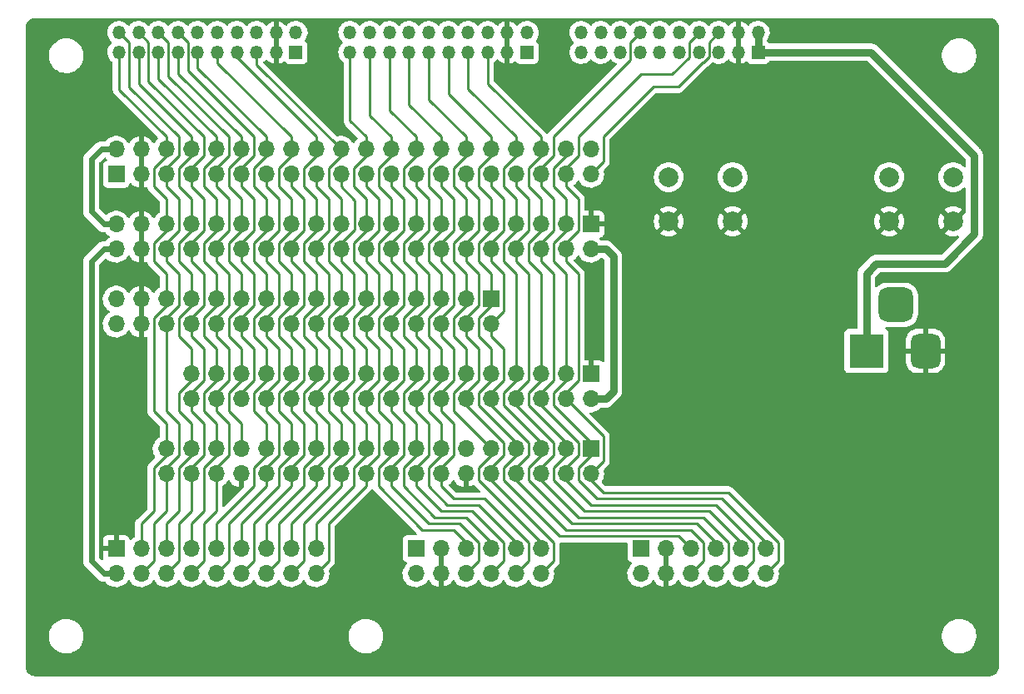
<source format=gbl>
G04 #@! TF.GenerationSoftware,KiCad,Pcbnew,6.0.9-8da3e8f707~116~ubuntu20.04.1*
G04 #@! TF.CreationDate,2022-12-16T15:25:19+01:00*
G04 #@! TF.ProjectId,ebaz_adaptor,6562617a-5f61-4646-9170-746f722e6b69,rev?*
G04 #@! TF.SameCoordinates,Original*
G04 #@! TF.FileFunction,Copper,L2,Bot*
G04 #@! TF.FilePolarity,Positive*
%FSLAX46Y46*%
G04 Gerber Fmt 4.6, Leading zero omitted, Abs format (unit mm)*
G04 Created by KiCad (PCBNEW 6.0.9-8da3e8f707~116~ubuntu20.04.1) date 2022-12-16 15:25:19*
%MOMM*%
%LPD*%
G01*
G04 APERTURE LIST*
G04 Aperture macros list*
%AMRoundRect*
0 Rectangle with rounded corners*
0 $1 Rounding radius*
0 $2 $3 $4 $5 $6 $7 $8 $9 X,Y pos of 4 corners*
0 Add a 4 corners polygon primitive as box body*
4,1,4,$2,$3,$4,$5,$6,$7,$8,$9,$2,$3,0*
0 Add four circle primitives for the rounded corners*
1,1,$1+$1,$2,$3*
1,1,$1+$1,$4,$5*
1,1,$1+$1,$6,$7*
1,1,$1+$1,$8,$9*
0 Add four rect primitives between the rounded corners*
20,1,$1+$1,$2,$3,$4,$5,0*
20,1,$1+$1,$4,$5,$6,$7,0*
20,1,$1+$1,$6,$7,$8,$9,0*
20,1,$1+$1,$8,$9,$2,$3,0*%
G04 Aperture macros list end*
G04 #@! TA.AperFunction,ComponentPad*
%ADD10R,1.700000X1.700000*%
G04 #@! TD*
G04 #@! TA.AperFunction,ComponentPad*
%ADD11O,1.700000X1.700000*%
G04 #@! TD*
G04 #@! TA.AperFunction,ComponentPad*
%ADD12R,3.500000X3.500000*%
G04 #@! TD*
G04 #@! TA.AperFunction,ComponentPad*
%ADD13RoundRect,0.750000X0.750000X1.000000X-0.750000X1.000000X-0.750000X-1.000000X0.750000X-1.000000X0*%
G04 #@! TD*
G04 #@! TA.AperFunction,ComponentPad*
%ADD14RoundRect,0.875000X0.875000X0.875000X-0.875000X0.875000X-0.875000X-0.875000X0.875000X-0.875000X0*%
G04 #@! TD*
G04 #@! TA.AperFunction,ComponentPad*
%ADD15R,1.350000X1.350000*%
G04 #@! TD*
G04 #@! TA.AperFunction,ComponentPad*
%ADD16O,1.350000X1.350000*%
G04 #@! TD*
G04 #@! TA.AperFunction,ComponentPad*
%ADD17C,2.000000*%
G04 #@! TD*
G04 #@! TA.AperFunction,Conductor*
%ADD18C,0.750000*%
G04 #@! TD*
G04 #@! TA.AperFunction,Conductor*
%ADD19C,0.600000*%
G04 #@! TD*
G04 #@! TA.AperFunction,Conductor*
%ADD20C,0.250000*%
G04 #@! TD*
G04 APERTURE END LIST*
D10*
X93980000Y-63500000D03*
D11*
X93980000Y-66040000D03*
X91440000Y-63500000D03*
X91440000Y-66040000D03*
X88900000Y-63500000D03*
X88900000Y-66040000D03*
X86360000Y-63500000D03*
X86360000Y-66040000D03*
X83820000Y-63500000D03*
X83820000Y-66040000D03*
X81280000Y-63500000D03*
X81280000Y-66040000D03*
X78740000Y-63500000D03*
X78740000Y-66040000D03*
X76200000Y-63500000D03*
X76200000Y-66040000D03*
X73660000Y-63500000D03*
X73660000Y-66040000D03*
X71120000Y-63500000D03*
X71120000Y-66040000D03*
X68580000Y-63500000D03*
X68580000Y-66040000D03*
X66040000Y-63500000D03*
X66040000Y-66040000D03*
X63500000Y-63500000D03*
X63500000Y-66040000D03*
X60960000Y-63500000D03*
X60960000Y-66040000D03*
X58420000Y-63500000D03*
X58420000Y-66040000D03*
X55880000Y-63500000D03*
X55880000Y-66040000D03*
X53340000Y-63500000D03*
X53340000Y-66040000D03*
X50800000Y-63500000D03*
X50800000Y-66040000D03*
X48260000Y-63500000D03*
X48260000Y-66040000D03*
X45720000Y-63500000D03*
X45720000Y-66040000D03*
D12*
X122016000Y-76395500D03*
D13*
X128016000Y-76395500D03*
D14*
X125016000Y-71695500D03*
D15*
X64000000Y-46000000D03*
D16*
X64000000Y-44000000D03*
X62000000Y-46000000D03*
X62000000Y-44000000D03*
X60000000Y-46000000D03*
X60000000Y-44000000D03*
X58000000Y-46000000D03*
X58000000Y-44000000D03*
X56000000Y-46000000D03*
X56000000Y-44000000D03*
X54000000Y-46000000D03*
X54000000Y-44000000D03*
X52000000Y-46000000D03*
X52000000Y-44000000D03*
X50000000Y-46000000D03*
X50000000Y-44000000D03*
X48000000Y-46000000D03*
X48000000Y-44000000D03*
X46000000Y-46000000D03*
X46000000Y-44000000D03*
D17*
X124333000Y-63210000D03*
X130833000Y-63210000D03*
X130833000Y-58710000D03*
X124333000Y-58710000D03*
D10*
X99060000Y-96520000D03*
D11*
X99060000Y-99060000D03*
X101600000Y-96520000D03*
X101600000Y-99060000D03*
X104140000Y-96520000D03*
X104140000Y-99060000D03*
X106680000Y-96520000D03*
X106680000Y-99060000D03*
X109220000Y-96520000D03*
X109220000Y-99060000D03*
X111760000Y-96520000D03*
X111760000Y-99060000D03*
D10*
X83820000Y-71120000D03*
D11*
X83820000Y-73660000D03*
X81280000Y-71120000D03*
X81280000Y-73660000D03*
X78740000Y-71120000D03*
X78740000Y-73660000D03*
X76200000Y-71120000D03*
X76200000Y-73660000D03*
X73660000Y-71120000D03*
X73660000Y-73660000D03*
X71120000Y-71120000D03*
X71120000Y-73660000D03*
X68580000Y-71120000D03*
X68580000Y-73660000D03*
X66040000Y-71120000D03*
X66040000Y-73660000D03*
X63500000Y-71120000D03*
X63500000Y-73660000D03*
X60960000Y-71120000D03*
X60960000Y-73660000D03*
X58420000Y-71120000D03*
X58420000Y-73660000D03*
X55880000Y-71120000D03*
X55880000Y-73660000D03*
X53340000Y-71120000D03*
X53340000Y-73660000D03*
X50800000Y-71120000D03*
X50800000Y-73660000D03*
X48260000Y-71120000D03*
X48260000Y-73660000D03*
X45720000Y-71120000D03*
X45720000Y-73660000D03*
D10*
X45720000Y-58420000D03*
D11*
X45720000Y-55880000D03*
X48260000Y-58420000D03*
X48260000Y-55880000D03*
X50800000Y-58420000D03*
X50800000Y-55880000D03*
X53340000Y-58420000D03*
X53340000Y-55880000D03*
X55880000Y-58420000D03*
X55880000Y-55880000D03*
X58420000Y-58420000D03*
X58420000Y-55880000D03*
X60960000Y-58420000D03*
X60960000Y-55880000D03*
X63500000Y-58420000D03*
X63500000Y-55880000D03*
X66040000Y-58420000D03*
X66040000Y-55880000D03*
X68580000Y-58420000D03*
X68580000Y-55880000D03*
X71120000Y-58420000D03*
X71120000Y-55880000D03*
X73660000Y-58420000D03*
X73660000Y-55880000D03*
X76200000Y-58420000D03*
X76200000Y-55880000D03*
X78740000Y-58420000D03*
X78740000Y-55880000D03*
X81280000Y-58420000D03*
X81280000Y-55880000D03*
X83820000Y-58420000D03*
X83820000Y-55880000D03*
X86360000Y-58420000D03*
X86360000Y-55880000D03*
X88900000Y-58420000D03*
X88900000Y-55880000D03*
X91440000Y-58420000D03*
X91440000Y-55880000D03*
X93980000Y-58420000D03*
X93980000Y-55880000D03*
D17*
X108406000Y-63210000D03*
X101906000Y-63210000D03*
X108406000Y-58710000D03*
X101906000Y-58710000D03*
D10*
X93980000Y-78740000D03*
D11*
X93980000Y-81280000D03*
X91440000Y-78740000D03*
X91440000Y-81280000D03*
X88900000Y-78740000D03*
X88900000Y-81280000D03*
X86360000Y-78740000D03*
X86360000Y-81280000D03*
X83820000Y-78740000D03*
X83820000Y-81280000D03*
X81280000Y-78740000D03*
X81280000Y-81280000D03*
X78740000Y-78740000D03*
X78740000Y-81280000D03*
X76200000Y-78740000D03*
X76200000Y-81280000D03*
X73660000Y-78740000D03*
X73660000Y-81280000D03*
X71120000Y-78740000D03*
X71120000Y-81280000D03*
X68580000Y-78740000D03*
X68580000Y-81280000D03*
X66040000Y-78740000D03*
X66040000Y-81280000D03*
X63500000Y-78740000D03*
X63500000Y-81280000D03*
X60960000Y-78740000D03*
X60960000Y-81280000D03*
X58420000Y-78740000D03*
X58420000Y-81280000D03*
X55880000Y-78740000D03*
X55880000Y-81280000D03*
X53340000Y-78740000D03*
X53340000Y-81280000D03*
D10*
X45720000Y-96520000D03*
D11*
X45720000Y-99060000D03*
X48260000Y-96520000D03*
X48260000Y-99060000D03*
X50800000Y-96520000D03*
X50800000Y-99060000D03*
X53340000Y-96520000D03*
X53340000Y-99060000D03*
X55880000Y-96520000D03*
X55880000Y-99060000D03*
X58420000Y-96520000D03*
X58420000Y-99060000D03*
X60960000Y-96520000D03*
X60960000Y-99060000D03*
X63500000Y-96520000D03*
X63500000Y-99060000D03*
X66040000Y-96520000D03*
X66040000Y-99060000D03*
D10*
X76200000Y-96520000D03*
D11*
X76200000Y-99060000D03*
X78740000Y-96520000D03*
X78740000Y-99060000D03*
X81280000Y-96520000D03*
X81280000Y-99060000D03*
X83820000Y-96520000D03*
X83820000Y-99060000D03*
X86360000Y-96520000D03*
X86360000Y-99060000D03*
X88900000Y-96520000D03*
X88900000Y-99060000D03*
D15*
X111000000Y-46000000D03*
D16*
X111000000Y-44000000D03*
X109000000Y-46000000D03*
X109000000Y-44000000D03*
X107000000Y-46000000D03*
X107000000Y-44000000D03*
X105000000Y-46000000D03*
X105000000Y-44000000D03*
X103000000Y-46000000D03*
X103000000Y-44000000D03*
X101000000Y-46000000D03*
X101000000Y-44000000D03*
X99000000Y-46000000D03*
X99000000Y-44000000D03*
X97000000Y-46000000D03*
X97000000Y-44000000D03*
X95000000Y-46000000D03*
X95000000Y-44000000D03*
X93000000Y-46000000D03*
X93000000Y-44000000D03*
D15*
X87500000Y-46000000D03*
D16*
X87500000Y-44000000D03*
X85500000Y-46000000D03*
X85500000Y-44000000D03*
X83500000Y-46000000D03*
X83500000Y-44000000D03*
X81500000Y-46000000D03*
X81500000Y-44000000D03*
X79500000Y-46000000D03*
X79500000Y-44000000D03*
X77500000Y-46000000D03*
X77500000Y-44000000D03*
X75500000Y-46000000D03*
X75500000Y-44000000D03*
X73500000Y-46000000D03*
X73500000Y-44000000D03*
X71500000Y-46000000D03*
X71500000Y-44000000D03*
X69500000Y-46000000D03*
X69500000Y-44000000D03*
D10*
X93980000Y-86360000D03*
D11*
X93980000Y-88900000D03*
X91440000Y-86360000D03*
X91440000Y-88900000D03*
X88900000Y-86360000D03*
X88900000Y-88900000D03*
X86360000Y-86360000D03*
X86360000Y-88900000D03*
X83820000Y-86360000D03*
X83820000Y-88900000D03*
X81280000Y-86360000D03*
X81280000Y-88900000D03*
X78740000Y-86360000D03*
X78740000Y-88900000D03*
X76200000Y-86360000D03*
X76200000Y-88900000D03*
X73660000Y-86360000D03*
X73660000Y-88900000D03*
X71120000Y-86360000D03*
X71120000Y-88900000D03*
X68580000Y-86360000D03*
X68580000Y-88900000D03*
X66040000Y-86360000D03*
X66040000Y-88900000D03*
X63500000Y-86360000D03*
X63500000Y-88900000D03*
X60960000Y-86360000D03*
X60960000Y-88900000D03*
X58420000Y-86360000D03*
X58420000Y-88900000D03*
X55880000Y-86360000D03*
X55880000Y-88900000D03*
X53340000Y-86360000D03*
X53340000Y-88900000D03*
X50800000Y-86360000D03*
X50800000Y-88900000D03*
D18*
X122000000Y-68500000D02*
X123000000Y-67500000D01*
X111000000Y-46000000D02*
X111000000Y-44000000D01*
X122016000Y-69016000D02*
X122000000Y-69000000D01*
X123000000Y-67500000D02*
X130000000Y-67500000D01*
X130000000Y-67500000D02*
X133000000Y-64500000D01*
X122500000Y-46000000D02*
X111000000Y-46000000D01*
X122016000Y-76395500D02*
X122016000Y-69016000D01*
X122000000Y-69000000D02*
X122000000Y-68500000D01*
X133000000Y-56500000D02*
X122500000Y-46000000D01*
X133000000Y-64500000D02*
X133000000Y-56500000D01*
X95504000Y-66040000D02*
X93980000Y-66040000D01*
X93980000Y-81280000D02*
X95504000Y-81280000D01*
X96266000Y-80518000D02*
X96266000Y-66802000D01*
X96266000Y-66802000D02*
X95504000Y-66040000D01*
X95504000Y-81280000D02*
X96266000Y-80518000D01*
D19*
X43180000Y-62230000D02*
X43180000Y-56896000D01*
X44450000Y-66040000D02*
X45720000Y-66040000D01*
X43180000Y-56896000D02*
X44196000Y-55880000D01*
X45720000Y-99060000D02*
X44450000Y-99060000D01*
X43180000Y-97790000D02*
X43180000Y-67310000D01*
X45720000Y-63500000D02*
X44450000Y-63500000D01*
X43180000Y-67310000D02*
X44450000Y-66040000D01*
X44450000Y-63500000D02*
X43180000Y-62230000D01*
X44196000Y-55880000D02*
X45720000Y-55880000D01*
X44450000Y-99060000D02*
X43180000Y-97790000D01*
D20*
X106000000Y-46414214D02*
X106000000Y-45000000D01*
X105402893Y-46997107D02*
X105417107Y-46997107D01*
X93980000Y-58420000D02*
X95250000Y-57150000D01*
X95250000Y-54610000D02*
X100330000Y-49530000D01*
X95250000Y-57150000D02*
X95250000Y-54610000D01*
X106000000Y-45000000D02*
X107000000Y-44000000D01*
X105417107Y-46997107D02*
X106000000Y-46414214D01*
X102870000Y-49530000D02*
X105402893Y-46997107D01*
X100330000Y-49530000D02*
X102870000Y-49530000D01*
X91440000Y-80645000D02*
X92710000Y-79375000D01*
X111760000Y-99060000D02*
X113030000Y-97790000D01*
X93980000Y-88900000D02*
X93980000Y-89535000D01*
X102235000Y-48260000D02*
X104000000Y-46495000D01*
X95250000Y-87630000D02*
X95250000Y-85090000D01*
X93980000Y-88900000D02*
X95250000Y-87630000D01*
X92710000Y-64135000D02*
X92710000Y-60960000D01*
X92710000Y-60960000D02*
X91440000Y-59690000D01*
X91440000Y-66040000D02*
X91440000Y-65405000D01*
X91440000Y-65405000D02*
X92710000Y-64135000D01*
X104000000Y-45000000D02*
X105000000Y-44000000D01*
X93980000Y-89535000D02*
X95250000Y-90805000D01*
X95250000Y-85090000D02*
X91440000Y-81280000D01*
X91440000Y-81280000D02*
X91440000Y-80645000D01*
X95250000Y-90805000D02*
X107950000Y-90805000D01*
X99060000Y-48260000D02*
X102235000Y-48260000D01*
X113030000Y-97790000D02*
X113030000Y-95885000D01*
X91440000Y-57785000D02*
X92710000Y-56515000D01*
X91440000Y-67310000D02*
X91440000Y-66040000D01*
X92710000Y-79375000D02*
X92710000Y-68580000D01*
X104000000Y-46495000D02*
X104000000Y-45000000D01*
X91440000Y-58420000D02*
X91440000Y-57785000D01*
X92710000Y-68580000D02*
X91440000Y-67310000D01*
X92710000Y-56515000D02*
X92710000Y-54610000D01*
X113030000Y-95885000D02*
X107950000Y-90805000D01*
X91440000Y-59690000D02*
X91440000Y-58420000D01*
X92710000Y-54610000D02*
X99060000Y-48260000D01*
X92710000Y-85725000D02*
X92710000Y-86995000D01*
X88900000Y-66040000D02*
X88900000Y-65405000D01*
X93980000Y-92075000D02*
X106680000Y-92075000D01*
X88900000Y-65405000D02*
X90170000Y-64135000D01*
X90170000Y-64135000D02*
X90170000Y-60960000D01*
X88900000Y-81280000D02*
X88900000Y-80645000D01*
X98000000Y-46780000D02*
X98000000Y-45000000D01*
X88900000Y-81280000D02*
X88900000Y-81915000D01*
X90170000Y-54610000D02*
X98000000Y-46780000D01*
X88900000Y-80645000D02*
X90170000Y-79375000D01*
X88900000Y-67310000D02*
X88900000Y-66040000D01*
X88900000Y-58420000D02*
X88900000Y-57785000D01*
X110490000Y-95885000D02*
X106680000Y-92075000D01*
X91440000Y-89535000D02*
X93980000Y-92075000D01*
X98000000Y-45000000D02*
X99000000Y-44000000D01*
X88900000Y-57785000D02*
X90170000Y-56515000D01*
X90170000Y-68580000D02*
X88900000Y-67310000D01*
X110490000Y-97790000D02*
X110490000Y-95885000D01*
X92710000Y-86995000D02*
X91440000Y-88265000D01*
X91440000Y-88900000D02*
X91440000Y-89535000D01*
X90170000Y-56515000D02*
X90170000Y-54610000D01*
X109220000Y-99060000D02*
X110490000Y-97790000D01*
X90170000Y-79375000D02*
X90170000Y-68580000D01*
X90170000Y-60960000D02*
X88900000Y-59690000D01*
X88900000Y-81915000D02*
X92710000Y-85725000D01*
X91440000Y-88265000D02*
X91440000Y-88900000D01*
X88900000Y-59690000D02*
X88900000Y-58420000D01*
X87630000Y-64135000D02*
X86360000Y-65405000D01*
X92710000Y-93345000D02*
X105410000Y-93345000D01*
X87630000Y-60960000D02*
X87630000Y-64135000D01*
X86360000Y-65405000D02*
X86360000Y-66040000D01*
X86360000Y-80645000D02*
X87630000Y-79375000D01*
X87630000Y-79375000D02*
X87630000Y-68580000D01*
X86360000Y-81915000D02*
X86360000Y-81280000D01*
X87630000Y-68580000D02*
X86360000Y-67310000D01*
X88900000Y-88900000D02*
X88900000Y-89535000D01*
X86360000Y-67310000D02*
X86360000Y-66040000D01*
X107950000Y-95885000D02*
X107950000Y-97790000D01*
X88900000Y-88265000D02*
X90170000Y-86995000D01*
X107950000Y-97790000D02*
X106680000Y-99060000D01*
X86360000Y-81280000D02*
X86360000Y-80645000D01*
X90170000Y-85725000D02*
X86360000Y-81915000D01*
X86360000Y-59690000D02*
X87630000Y-60960000D01*
X105410000Y-93345000D02*
X107950000Y-95885000D01*
X90170000Y-86995000D02*
X90170000Y-85725000D01*
X86360000Y-58420000D02*
X86360000Y-59690000D01*
X88900000Y-88900000D02*
X88900000Y-88265000D01*
X88900000Y-89535000D02*
X92710000Y-93345000D01*
X104140000Y-94615000D02*
X105410000Y-95885000D01*
X85090000Y-68580000D02*
X85090000Y-72390000D01*
X105410000Y-97790000D02*
X104140000Y-99060000D01*
X85090000Y-64135000D02*
X83820000Y-65405000D01*
X83820000Y-65405000D02*
X83820000Y-66040000D01*
X83820000Y-59690000D02*
X85090000Y-60960000D01*
X83820000Y-81280000D02*
X83820000Y-81915000D01*
X83820000Y-81915000D02*
X87630000Y-85725000D01*
X86360000Y-89535000D02*
X91440000Y-94615000D01*
X83820000Y-74930000D02*
X83820000Y-73660000D01*
X83820000Y-80645000D02*
X85090000Y-79375000D01*
X87630000Y-86995000D02*
X86360000Y-88265000D01*
X91440000Y-94615000D02*
X104140000Y-94615000D01*
X85090000Y-72390000D02*
X83820000Y-73660000D01*
X83820000Y-66040000D02*
X83820000Y-67310000D01*
X86360000Y-88265000D02*
X86360000Y-88900000D01*
X85090000Y-79375000D02*
X85090000Y-76200000D01*
X83820000Y-58420000D02*
X83820000Y-59690000D01*
X83820000Y-67310000D02*
X85090000Y-68580000D01*
X105410000Y-95885000D02*
X105410000Y-97790000D01*
X87630000Y-85725000D02*
X87630000Y-86995000D01*
X85090000Y-60960000D02*
X85090000Y-64135000D01*
X86360000Y-88900000D02*
X86360000Y-89535000D01*
X85090000Y-76200000D02*
X83820000Y-74930000D01*
X83820000Y-81280000D02*
X83820000Y-80645000D01*
X111760000Y-96520000D02*
X111760000Y-95885000D01*
X91440000Y-56515000D02*
X90170000Y-57785000D01*
X90170000Y-65405000D02*
X90170000Y-67310000D01*
X94615000Y-91440000D02*
X107315000Y-91440000D01*
X91440000Y-60960000D02*
X91440000Y-63500000D01*
X91440000Y-64135000D02*
X90170000Y-65405000D01*
X91440000Y-68580000D02*
X91440000Y-78740000D01*
X91440000Y-63500000D02*
X91440000Y-64135000D01*
X90170000Y-57785000D02*
X90170000Y-59690000D01*
X91440000Y-79375000D02*
X90170000Y-80645000D01*
X92710000Y-89535000D02*
X94615000Y-91440000D01*
X90170000Y-67310000D02*
X91440000Y-68580000D01*
X90170000Y-81915000D02*
X93980000Y-85725000D01*
X93980000Y-86995000D02*
X92710000Y-88265000D01*
X93980000Y-86360000D02*
X93980000Y-86995000D01*
X92710000Y-88265000D02*
X92710000Y-89535000D01*
X111760000Y-95885000D02*
X107315000Y-91440000D01*
X90170000Y-59690000D02*
X91440000Y-60960000D01*
X91440000Y-55880000D02*
X91440000Y-56515000D01*
X93980000Y-85725000D02*
X93980000Y-86360000D01*
X90170000Y-80645000D02*
X90170000Y-81915000D01*
X91440000Y-78740000D02*
X91440000Y-79375000D01*
X82550000Y-64135000D02*
X81280000Y-65405000D01*
X81280000Y-81915000D02*
X85090000Y-85725000D01*
X82550000Y-60960000D02*
X82550000Y-64135000D01*
X82550000Y-71755000D02*
X82550000Y-68580000D01*
X83820000Y-88265000D02*
X85090000Y-86995000D01*
X90170000Y-97790000D02*
X90170000Y-95885000D01*
X81280000Y-81280000D02*
X81280000Y-81915000D01*
X81280000Y-65405000D02*
X81280000Y-66040000D01*
X82550000Y-76200000D02*
X81280000Y-74930000D01*
X85090000Y-85725000D02*
X85090000Y-86995000D01*
X81280000Y-73660000D02*
X81280000Y-73025000D01*
X82550000Y-79375000D02*
X82550000Y-76200000D01*
X90170000Y-95885000D02*
X83820000Y-89535000D01*
X81280000Y-59690000D02*
X82550000Y-60960000D01*
X83820000Y-88900000D02*
X83820000Y-88265000D01*
X81280000Y-73025000D02*
X82550000Y-71755000D01*
X81280000Y-67310000D02*
X81280000Y-66040000D01*
X81280000Y-74930000D02*
X81280000Y-73660000D01*
X81280000Y-80645000D02*
X82550000Y-79375000D01*
X81280000Y-58420000D02*
X81280000Y-59690000D01*
X88900000Y-99060000D02*
X90170000Y-97790000D01*
X83820000Y-89535000D02*
X83820000Y-88900000D01*
X81280000Y-81280000D02*
X81280000Y-80645000D01*
X82550000Y-68580000D02*
X81280000Y-67310000D01*
X88900000Y-54610000D02*
X83500000Y-49210000D01*
X88900000Y-55880000D02*
X88900000Y-54610000D01*
X83500000Y-49210000D02*
X83500000Y-46000000D01*
X93345000Y-92710000D02*
X106045000Y-92710000D01*
X87630000Y-67310000D02*
X88900000Y-68580000D01*
X88900000Y-63500000D02*
X88900000Y-64135000D01*
X90170000Y-88265000D02*
X90170000Y-89535000D01*
X88900000Y-56515000D02*
X87630000Y-57785000D01*
X87630000Y-59690000D02*
X88900000Y-60960000D01*
X87630000Y-57785000D02*
X87630000Y-59690000D01*
X91440000Y-86360000D02*
X91440000Y-85725000D01*
X87630000Y-65405000D02*
X87630000Y-67310000D01*
X87630000Y-81915000D02*
X87630000Y-80645000D01*
X88900000Y-64135000D02*
X87630000Y-65405000D01*
X109220000Y-96520000D02*
X109220000Y-95885000D01*
X88900000Y-68580000D02*
X88900000Y-78740000D01*
X90170000Y-89535000D02*
X93345000Y-92710000D01*
X88900000Y-60960000D02*
X88900000Y-63500000D01*
X88900000Y-55880000D02*
X88900000Y-56515000D01*
X91440000Y-86360000D02*
X91440000Y-86995000D01*
X91440000Y-85725000D02*
X87630000Y-81915000D01*
X91440000Y-86995000D02*
X90170000Y-88265000D01*
X88900000Y-78740000D02*
X88900000Y-79375000D01*
X88900000Y-79375000D02*
X87630000Y-80645000D01*
X109220000Y-95885000D02*
X106045000Y-92710000D01*
X80010000Y-64135000D02*
X80010000Y-60960000D01*
X78740000Y-88900000D02*
X78740000Y-88265000D01*
X80010000Y-71755000D02*
X80010000Y-68580000D01*
X78740000Y-88900000D02*
X78740000Y-90170000D01*
X78740000Y-88265000D02*
X80010000Y-86995000D01*
X80010000Y-86995000D02*
X80010000Y-83820000D01*
X87630000Y-95885000D02*
X87630000Y-97790000D01*
X80010000Y-60960000D02*
X78740000Y-59690000D01*
X78740000Y-82550000D02*
X78740000Y-81280000D01*
X80010000Y-91440000D02*
X83185000Y-91440000D01*
X80010000Y-79375000D02*
X80010000Y-76200000D01*
X78740000Y-67310000D02*
X78740000Y-66040000D01*
X80010000Y-76200000D02*
X78740000Y-74930000D01*
X83185000Y-91440000D02*
X87630000Y-95885000D01*
X78740000Y-59690000D02*
X78740000Y-58420000D01*
X78740000Y-65405000D02*
X80010000Y-64135000D01*
X78740000Y-90170000D02*
X80010000Y-91440000D01*
X78740000Y-66040000D02*
X78740000Y-65405000D01*
X87630000Y-97790000D02*
X86360000Y-99060000D01*
X80010000Y-83820000D02*
X78740000Y-82550000D01*
X78740000Y-73660000D02*
X78740000Y-73025000D01*
X80010000Y-68580000D02*
X78740000Y-67310000D01*
X78740000Y-73025000D02*
X80010000Y-71755000D01*
X78740000Y-80645000D02*
X80010000Y-79375000D01*
X78740000Y-81280000D02*
X78740000Y-80645000D01*
X78740000Y-74930000D02*
X78740000Y-73660000D01*
X85090000Y-57785000D02*
X85090000Y-59690000D01*
X85090000Y-67310000D02*
X86360000Y-68580000D01*
X106680000Y-96520000D02*
X106680000Y-95885000D01*
X87630000Y-88265000D02*
X88900000Y-86995000D01*
X86360000Y-54610000D02*
X81500000Y-49750000D01*
X85090000Y-59690000D02*
X86360000Y-60960000D01*
X81500000Y-49750000D02*
X81500000Y-46000000D01*
X88900000Y-86360000D02*
X88900000Y-85725000D01*
X86360000Y-55880000D02*
X86360000Y-54610000D01*
X86360000Y-68580000D02*
X86360000Y-78740000D01*
X106680000Y-95885000D02*
X104775000Y-93980000D01*
X86360000Y-60960000D02*
X86360000Y-63500000D01*
X92075000Y-93980000D02*
X87630000Y-89535000D01*
X86360000Y-78740000D02*
X86360000Y-79375000D01*
X86360000Y-55880000D02*
X86360000Y-56515000D01*
X88900000Y-85725000D02*
X85090000Y-81915000D01*
X86360000Y-79375000D02*
X85090000Y-80645000D01*
X86360000Y-56515000D02*
X85090000Y-57785000D01*
X86360000Y-63500000D02*
X86360000Y-64135000D01*
X87630000Y-89535000D02*
X87630000Y-88265000D01*
X85090000Y-65405000D02*
X85090000Y-67310000D01*
X85090000Y-81915000D02*
X85090000Y-80645000D01*
X88900000Y-86995000D02*
X88900000Y-86360000D01*
X86360000Y-64135000D02*
X85090000Y-65405000D01*
X104775000Y-93980000D02*
X92075000Y-93980000D01*
X76200000Y-58420000D02*
X76200000Y-59690000D01*
X76200000Y-73025000D02*
X77470000Y-71755000D01*
X76200000Y-74930000D02*
X76200000Y-73660000D01*
X76200000Y-82550000D02*
X76200000Y-81280000D01*
X77470000Y-68580000D02*
X76200000Y-67310000D01*
X78740000Y-92710000D02*
X81915000Y-92710000D01*
X76200000Y-88265000D02*
X77470000Y-86995000D01*
X76200000Y-67310000D02*
X76200000Y-66040000D01*
X85090000Y-97790000D02*
X83820000Y-99060000D01*
X76200000Y-81280000D02*
X76200000Y-80645000D01*
X81915000Y-92710000D02*
X85090000Y-95885000D01*
X77470000Y-64135000D02*
X76200000Y-65405000D01*
X77470000Y-76200000D02*
X76200000Y-74930000D01*
X76200000Y-88900000D02*
X76200000Y-88265000D01*
X77470000Y-79375000D02*
X77470000Y-76200000D01*
X76200000Y-65405000D02*
X76200000Y-66040000D01*
X76200000Y-73660000D02*
X76200000Y-73025000D01*
X76200000Y-59690000D02*
X77470000Y-60960000D01*
X76200000Y-80645000D02*
X77470000Y-79375000D01*
X76200000Y-90170000D02*
X78740000Y-92710000D01*
X85090000Y-95885000D02*
X85090000Y-97790000D01*
X77470000Y-86995000D02*
X77470000Y-83820000D01*
X77470000Y-83820000D02*
X76200000Y-82550000D01*
X77470000Y-71755000D02*
X77470000Y-68580000D01*
X77470000Y-60960000D02*
X77470000Y-64135000D01*
X76200000Y-88900000D02*
X76200000Y-90170000D01*
X83820000Y-79375000D02*
X82550000Y-80645000D01*
X102870000Y-95250000D02*
X90805000Y-95250000D01*
X83820000Y-71755000D02*
X82550000Y-73025000D01*
X83820000Y-55880000D02*
X83820000Y-56515000D01*
X83820000Y-64135000D02*
X82550000Y-65405000D01*
X83820000Y-63500000D02*
X83820000Y-64135000D01*
X83820000Y-78740000D02*
X83820000Y-79375000D01*
X83820000Y-71120000D02*
X83820000Y-71755000D01*
X82550000Y-65405000D02*
X82550000Y-67310000D01*
X86360000Y-86995000D02*
X86360000Y-86360000D01*
X82550000Y-80645000D02*
X82550000Y-81915000D01*
X83820000Y-68580000D02*
X83820000Y-71120000D01*
X85090000Y-89535000D02*
X85090000Y-88265000D01*
X83820000Y-60960000D02*
X83820000Y-63500000D01*
X82550000Y-67310000D02*
X83820000Y-68580000D01*
X83820000Y-55880000D02*
X83820000Y-54610000D01*
X104140000Y-96520000D02*
X102870000Y-95250000D01*
X79500000Y-50290000D02*
X79500000Y-46000000D01*
X82550000Y-59690000D02*
X83820000Y-60960000D01*
X82550000Y-74930000D02*
X83820000Y-76200000D01*
X82550000Y-81915000D02*
X86360000Y-85725000D01*
X83820000Y-56515000D02*
X82550000Y-57785000D01*
X85090000Y-88265000D02*
X86360000Y-86995000D01*
X83820000Y-54610000D02*
X79500000Y-50290000D01*
X86360000Y-85725000D02*
X86360000Y-86360000D01*
X82550000Y-57785000D02*
X82550000Y-59690000D01*
X90805000Y-95250000D02*
X85090000Y-89535000D01*
X83820000Y-76200000D02*
X83820000Y-78740000D01*
X82550000Y-73025000D02*
X82550000Y-74930000D01*
X80010000Y-67310000D02*
X81280000Y-68580000D01*
X82550000Y-88265000D02*
X82550000Y-89535000D01*
X81280000Y-76200000D02*
X81280000Y-78740000D01*
X80010000Y-73025000D02*
X80010000Y-74930000D01*
X81280000Y-63500000D02*
X81280000Y-64135000D01*
X82550000Y-89535000D02*
X88900000Y-95885000D01*
X81280000Y-55880000D02*
X81280000Y-56515000D01*
X80010000Y-57785000D02*
X80010000Y-59690000D01*
X80010000Y-80645000D02*
X80010000Y-82550000D01*
X80010000Y-65405000D02*
X80010000Y-67310000D01*
X81280000Y-64135000D02*
X80010000Y-65405000D01*
X80010000Y-74930000D02*
X81280000Y-76200000D01*
X80010000Y-82550000D02*
X83820000Y-86360000D01*
X83820000Y-86995000D02*
X82550000Y-88265000D01*
X81280000Y-54610000D02*
X77500000Y-50830000D01*
X83820000Y-86360000D02*
X83820000Y-86995000D01*
X81280000Y-56515000D02*
X80010000Y-57785000D01*
X81280000Y-79375000D02*
X80010000Y-80645000D01*
X81280000Y-68580000D02*
X81280000Y-71120000D01*
X88900000Y-95885000D02*
X88900000Y-96520000D01*
X81280000Y-71755000D02*
X80010000Y-73025000D01*
X81280000Y-60960000D02*
X81280000Y-63500000D01*
X81280000Y-78740000D02*
X81280000Y-79375000D01*
X77500000Y-50830000D02*
X77500000Y-46000000D01*
X80010000Y-59690000D02*
X81280000Y-60960000D01*
X81280000Y-71120000D02*
X81280000Y-71755000D01*
X81280000Y-55880000D02*
X81280000Y-54610000D01*
X78740000Y-60960000D02*
X78740000Y-63500000D01*
X77470000Y-67310000D02*
X78740000Y-68580000D01*
X78740000Y-55880000D02*
X78740000Y-56515000D01*
X82550000Y-92075000D02*
X86360000Y-95885000D01*
X78740000Y-71120000D02*
X78740000Y-71755000D01*
X75500000Y-51370000D02*
X75500000Y-46000000D01*
X78740000Y-76200000D02*
X78740000Y-78740000D01*
X77470000Y-73025000D02*
X77470000Y-74930000D01*
X78740000Y-78740000D02*
X78740000Y-79375000D01*
X77470000Y-88265000D02*
X77470000Y-90170000D01*
X77470000Y-74930000D02*
X78740000Y-76200000D01*
X78740000Y-55880000D02*
X78740000Y-54610000D01*
X78740000Y-86995000D02*
X77470000Y-88265000D01*
X78740000Y-56515000D02*
X77470000Y-57785000D01*
X78740000Y-79375000D02*
X77470000Y-80645000D01*
X78740000Y-64135000D02*
X77470000Y-65405000D01*
X77470000Y-59690000D02*
X78740000Y-60960000D01*
X77470000Y-57785000D02*
X77470000Y-59690000D01*
X77470000Y-82550000D02*
X78740000Y-83820000D01*
X79375000Y-92075000D02*
X82550000Y-92075000D01*
X86360000Y-95885000D02*
X86360000Y-96520000D01*
X78740000Y-68580000D02*
X78740000Y-71120000D01*
X77470000Y-80645000D02*
X77470000Y-82550000D01*
X78740000Y-86360000D02*
X78740000Y-86995000D01*
X77470000Y-90170000D02*
X79375000Y-92075000D01*
X77470000Y-65405000D02*
X77470000Y-67310000D01*
X78740000Y-83820000D02*
X78740000Y-86360000D01*
X78740000Y-71755000D02*
X77470000Y-73025000D01*
X78740000Y-54610000D02*
X75500000Y-51370000D01*
X78740000Y-63500000D02*
X78740000Y-64135000D01*
X73660000Y-73025000D02*
X73660000Y-73660000D01*
X74930000Y-64135000D02*
X73660000Y-65405000D01*
X73660000Y-58420000D02*
X73660000Y-59690000D01*
X74930000Y-60960000D02*
X74930000Y-64135000D01*
X81280000Y-99060000D02*
X82550000Y-97790000D01*
X73660000Y-80645000D02*
X74930000Y-79375000D01*
X82550000Y-97790000D02*
X82550000Y-95885000D01*
X73660000Y-66040000D02*
X73660000Y-67310000D01*
X73660000Y-67310000D02*
X74930000Y-68580000D01*
X73660000Y-59690000D02*
X74930000Y-60960000D01*
X74930000Y-71755000D02*
X73660000Y-73025000D01*
X73660000Y-65405000D02*
X73660000Y-66040000D01*
X74930000Y-68580000D02*
X74930000Y-71755000D01*
X73660000Y-88265000D02*
X74930000Y-86995000D01*
X73660000Y-88900000D02*
X73660000Y-88265000D01*
X74930000Y-79375000D02*
X74930000Y-76200000D01*
X74930000Y-86995000D02*
X74930000Y-83820000D01*
X74930000Y-76200000D02*
X73660000Y-74930000D01*
X74930000Y-83820000D02*
X73660000Y-82550000D01*
X82550000Y-95885000D02*
X80645000Y-93980000D01*
X73660000Y-90170000D02*
X73660000Y-88900000D01*
X73660000Y-81280000D02*
X73660000Y-80645000D01*
X73660000Y-82550000D02*
X73660000Y-81280000D01*
X80645000Y-93980000D02*
X77470000Y-93980000D01*
X77470000Y-93980000D02*
X73660000Y-90170000D01*
X73660000Y-74930000D02*
X73660000Y-73660000D01*
X76200000Y-79375000D02*
X74930000Y-80645000D01*
X74930000Y-65405000D02*
X76200000Y-64135000D01*
X73500000Y-51910000D02*
X73500000Y-46000000D01*
X83820000Y-96520000D02*
X83820000Y-95885000D01*
X76200000Y-86360000D02*
X76200000Y-86995000D01*
X74930000Y-59690000D02*
X74930000Y-57785000D01*
X76200000Y-76200000D02*
X76200000Y-78740000D01*
X74930000Y-82550000D02*
X76200000Y-83820000D01*
X78105000Y-93345000D02*
X74930000Y-90170000D01*
X76200000Y-71120000D02*
X76200000Y-68580000D01*
X76200000Y-71755000D02*
X74930000Y-73025000D01*
X76200000Y-78740000D02*
X76200000Y-79375000D01*
X81280000Y-93345000D02*
X78105000Y-93345000D01*
X74930000Y-74930000D02*
X76200000Y-76200000D01*
X74930000Y-88265000D02*
X74930000Y-90170000D01*
X76200000Y-60960000D02*
X74930000Y-59690000D01*
X74930000Y-73025000D02*
X74930000Y-74930000D01*
X83820000Y-95885000D02*
X81280000Y-93345000D01*
X76200000Y-55880000D02*
X76200000Y-54610000D01*
X76200000Y-83820000D02*
X76200000Y-86360000D01*
X76200000Y-54610000D02*
X73500000Y-51910000D01*
X74930000Y-67310000D02*
X74930000Y-65405000D01*
X76200000Y-56515000D02*
X76200000Y-55880000D01*
X74930000Y-80645000D02*
X74930000Y-82550000D01*
X76200000Y-68580000D02*
X74930000Y-67310000D01*
X76200000Y-86995000D02*
X74930000Y-88265000D01*
X76200000Y-71120000D02*
X76200000Y-71755000D01*
X74930000Y-57785000D02*
X76200000Y-56515000D01*
X76200000Y-63500000D02*
X76200000Y-60960000D01*
X71120000Y-66040000D02*
X71120000Y-67310000D01*
X72390000Y-60960000D02*
X71120000Y-59690000D01*
X71120000Y-88900000D02*
X71120000Y-90170000D01*
X71120000Y-74930000D02*
X71120000Y-73660000D01*
X67310000Y-93980000D02*
X67310000Y-97790000D01*
X72390000Y-83820000D02*
X71120000Y-82550000D01*
X72390000Y-68580000D02*
X72390000Y-71755000D01*
X72390000Y-71755000D02*
X71120000Y-73025000D01*
X71120000Y-88265000D02*
X72390000Y-86995000D01*
X71120000Y-73025000D02*
X71120000Y-73660000D01*
X71120000Y-80645000D02*
X72390000Y-79375000D01*
X71120000Y-81280000D02*
X71120000Y-80645000D01*
X71120000Y-88900000D02*
X71120000Y-88265000D01*
X71120000Y-67310000D02*
X72390000Y-68580000D01*
X72390000Y-86995000D02*
X72390000Y-83820000D01*
X67310000Y-97790000D02*
X66040000Y-99060000D01*
X71120000Y-82550000D02*
X71120000Y-81280000D01*
X72390000Y-76200000D02*
X71120000Y-74930000D01*
X71120000Y-59690000D02*
X71120000Y-58420000D01*
X72390000Y-79375000D02*
X72390000Y-76200000D01*
X72390000Y-64135000D02*
X72390000Y-60960000D01*
X71120000Y-90170000D02*
X67310000Y-93980000D01*
X71120000Y-65405000D02*
X72390000Y-64135000D01*
X71120000Y-66040000D02*
X71120000Y-65405000D01*
X73660000Y-86360000D02*
X73660000Y-86995000D01*
X73660000Y-68580000D02*
X73660000Y-71120000D01*
X81280000Y-95885000D02*
X80010000Y-94615000D01*
X72390000Y-73025000D02*
X72390000Y-74930000D01*
X71500000Y-52450000D02*
X71500000Y-46000000D01*
X73660000Y-86995000D02*
X72390000Y-88265000D01*
X73660000Y-79375000D02*
X72390000Y-80645000D01*
X73660000Y-64135000D02*
X72390000Y-65405000D01*
X73660000Y-71755000D02*
X72390000Y-73025000D01*
X73660000Y-56515000D02*
X72390000Y-57785000D01*
X72390000Y-57785000D02*
X72390000Y-59690000D01*
X73660000Y-63500000D02*
X73660000Y-64135000D01*
X72390000Y-74930000D02*
X73660000Y-76200000D01*
X73660000Y-60960000D02*
X73660000Y-63500000D01*
X72390000Y-67310000D02*
X73660000Y-68580000D01*
X80010000Y-94615000D02*
X76835000Y-94615000D01*
X73660000Y-78740000D02*
X73660000Y-79375000D01*
X72390000Y-82550000D02*
X73660000Y-83820000D01*
X73660000Y-55880000D02*
X73660000Y-54610000D01*
X73660000Y-54610000D02*
X71500000Y-52450000D01*
X76835000Y-94615000D02*
X72390000Y-90170000D01*
X72390000Y-88265000D02*
X72390000Y-90170000D01*
X73660000Y-83820000D02*
X73660000Y-86360000D01*
X72390000Y-80645000D02*
X72390000Y-82550000D01*
X72390000Y-59690000D02*
X73660000Y-60960000D01*
X73660000Y-71120000D02*
X73660000Y-71755000D01*
X73660000Y-76200000D02*
X73660000Y-78740000D01*
X72390000Y-65405000D02*
X72390000Y-67310000D01*
X81280000Y-96520000D02*
X81280000Y-95885000D01*
X73660000Y-55880000D02*
X73660000Y-56515000D01*
X68580000Y-73025000D02*
X68580000Y-73660000D01*
X68580000Y-81280000D02*
X68580000Y-80645000D01*
X69850000Y-76200000D02*
X68580000Y-74930000D01*
X68580000Y-82550000D02*
X68580000Y-81280000D01*
X69850000Y-71755000D02*
X68580000Y-73025000D01*
X68580000Y-66040000D02*
X68580000Y-65405000D01*
X68580000Y-59690000D02*
X68580000Y-58420000D01*
X69945000Y-64040000D02*
X69945000Y-61055000D01*
X68580000Y-80645000D02*
X69850000Y-79375000D01*
X64770000Y-97790000D02*
X64770000Y-93980000D01*
X69945000Y-61055000D02*
X68580000Y-59690000D01*
X68580000Y-88265000D02*
X69850000Y-86995000D01*
X68580000Y-67310000D02*
X69850000Y-68580000D01*
X68580000Y-90170000D02*
X68580000Y-88900000D01*
X64770000Y-93980000D02*
X68580000Y-90170000D01*
X68580000Y-74930000D02*
X68580000Y-73660000D01*
X69850000Y-83820000D02*
X68580000Y-82550000D01*
X68580000Y-88900000D02*
X68580000Y-88265000D01*
X68580000Y-65405000D02*
X69945000Y-64040000D01*
X69850000Y-86995000D02*
X69850000Y-83820000D01*
X69850000Y-79375000D02*
X69850000Y-76200000D01*
X68580000Y-66040000D02*
X68580000Y-67310000D01*
X69850000Y-68580000D02*
X69850000Y-71755000D01*
X63500000Y-99060000D02*
X64770000Y-97790000D01*
X69850000Y-88265000D02*
X69850000Y-90170000D01*
X71120000Y-55880000D02*
X71120000Y-56515000D01*
X69850000Y-80645000D02*
X71120000Y-79375000D01*
X69850000Y-82550000D02*
X69850000Y-80645000D01*
X71120000Y-86360000D02*
X71120000Y-86995000D01*
X66675000Y-93345000D02*
X69850000Y-90170000D01*
X71120000Y-78740000D02*
X71120000Y-79375000D01*
X69850000Y-67310000D02*
X71120000Y-68580000D01*
X71120000Y-83820000D02*
X69850000Y-82550000D01*
X71120000Y-64136396D02*
X69850000Y-65406396D01*
X69850000Y-74930000D02*
X71120000Y-76200000D01*
X69850000Y-73025000D02*
X69850000Y-74930000D01*
X71120000Y-71755000D02*
X69850000Y-73025000D01*
X71120000Y-54610000D02*
X69500000Y-52990000D01*
X71120000Y-56515000D02*
X69850000Y-57785000D01*
X71120000Y-55880000D02*
X71120000Y-54610000D01*
X71120000Y-63500000D02*
X71120000Y-64136396D01*
X71120000Y-60960000D02*
X71120000Y-63500000D01*
X66675000Y-93345000D02*
X66040000Y-93980000D01*
X69850000Y-57785000D02*
X69850000Y-59690000D01*
X69500000Y-52990000D02*
X69500000Y-46000000D01*
X66040000Y-93980000D02*
X66040000Y-96520000D01*
X71120000Y-86360000D02*
X71120000Y-83820000D01*
X71120000Y-71120000D02*
X71120000Y-71755000D01*
X71120000Y-68580000D02*
X71120000Y-71120000D01*
X69850000Y-65406396D02*
X69850000Y-67310000D01*
X71120000Y-76200000D02*
X71120000Y-78740000D01*
X71120000Y-86995000D02*
X69850000Y-88265000D01*
X69850000Y-59690000D02*
X71120000Y-60960000D01*
X66040000Y-88265000D02*
X67310000Y-86995000D01*
X66040000Y-73660000D02*
X66040000Y-73025000D01*
X66040000Y-88900000D02*
X66040000Y-88265000D01*
X67310000Y-64135000D02*
X67310000Y-60960000D01*
X66040000Y-59690000D02*
X66040000Y-58420000D01*
X66040000Y-90170000D02*
X66040000Y-88900000D01*
X66040000Y-67310000D02*
X66040000Y-66040000D01*
X66040000Y-81280000D02*
X66040000Y-80645000D01*
X66040000Y-74930000D02*
X66040000Y-73660000D01*
X62230000Y-97790000D02*
X62230000Y-93980000D01*
X62230000Y-93980000D02*
X66040000Y-90170000D01*
X67310000Y-60960000D02*
X66040000Y-59690000D01*
X66040000Y-66040000D02*
X66040000Y-65405000D01*
X66040000Y-65405000D02*
X67310000Y-64135000D01*
X67310000Y-68580000D02*
X66040000Y-67310000D01*
X67310000Y-86995000D02*
X67310000Y-83820000D01*
X67310000Y-76200000D02*
X66040000Y-74930000D01*
X67310000Y-83820000D02*
X66040000Y-82550000D01*
X67310000Y-71755000D02*
X67310000Y-68580000D01*
X60960000Y-99060000D02*
X62230000Y-97790000D01*
X67310000Y-79375000D02*
X67310000Y-76200000D01*
X66040000Y-73025000D02*
X67310000Y-71755000D01*
X66040000Y-82550000D02*
X66040000Y-81280000D01*
X66040000Y-80645000D02*
X67310000Y-79375000D01*
X68580000Y-71755000D02*
X67310000Y-73025000D01*
X67310000Y-90170000D02*
X63500000Y-93980000D01*
X68580000Y-83820000D02*
X68580000Y-86360000D01*
X68580000Y-60960000D02*
X68580000Y-63500000D01*
X68580000Y-76200000D02*
X68580000Y-78740000D01*
X68580000Y-71120000D02*
X68580000Y-71755000D01*
X67310000Y-59690000D02*
X68580000Y-60960000D01*
X68580000Y-86360000D02*
X68580000Y-86995000D01*
X60000000Y-46000000D02*
X60000000Y-47300000D01*
X67310000Y-82550000D02*
X68580000Y-83820000D01*
X67310000Y-74930000D02*
X68580000Y-76200000D01*
X63500000Y-93980000D02*
X63500000Y-96520000D01*
X67310000Y-73025000D02*
X67310000Y-74930000D01*
X67310000Y-57785000D02*
X67310000Y-59690000D01*
X68580000Y-86995000D02*
X67310000Y-88265000D01*
X67310000Y-88265000D02*
X67310000Y-90170000D01*
X68580000Y-79375000D02*
X67310000Y-80645000D01*
X67310000Y-80645000D02*
X67310000Y-82550000D01*
X68580000Y-78740000D02*
X68580000Y-79375000D01*
X60000000Y-47300000D02*
X68580000Y-55880000D01*
X68580000Y-68580000D02*
X68580000Y-71120000D01*
X68580000Y-64135000D02*
X67310000Y-65405000D01*
X68580000Y-63500000D02*
X68580000Y-64135000D01*
X68580000Y-56515000D02*
X67310000Y-57785000D01*
X68580000Y-55880000D02*
X68580000Y-56515000D01*
X67310000Y-65405000D02*
X67310000Y-67310000D01*
X67310000Y-67310000D02*
X68580000Y-68580000D01*
X64770000Y-86995000D02*
X64770000Y-83820000D01*
X63500000Y-74930000D02*
X63500000Y-73660000D01*
X63500000Y-80645000D02*
X64770000Y-79375000D01*
X64770000Y-83820000D02*
X63500000Y-82550000D01*
X64770000Y-60960000D02*
X63500000Y-59690000D01*
X63500000Y-67310000D02*
X63500000Y-66040000D01*
X64770000Y-76200000D02*
X63500000Y-74930000D01*
X63500000Y-88900000D02*
X63500000Y-88265000D01*
X63500000Y-82550000D02*
X63500000Y-81280000D01*
X63500000Y-66040000D02*
X63500000Y-65405000D01*
X58420000Y-99060000D02*
X59690000Y-97790000D01*
X63500000Y-90170000D02*
X63500000Y-88900000D01*
X63500000Y-88265000D02*
X64770000Y-86995000D01*
X64770000Y-64135000D02*
X64770000Y-60960000D01*
X63500000Y-59690000D02*
X63500000Y-58420000D01*
X63500000Y-81280000D02*
X63500000Y-80645000D01*
X64770000Y-68580000D02*
X63500000Y-67310000D01*
X63500000Y-73025000D02*
X64770000Y-71755000D01*
X64770000Y-71755000D02*
X64770000Y-68580000D01*
X63500000Y-73660000D02*
X63500000Y-73025000D01*
X59690000Y-97790000D02*
X59690000Y-93980000D01*
X63500000Y-65405000D02*
X64770000Y-64135000D01*
X64770000Y-79375000D02*
X64770000Y-76200000D01*
X59690000Y-93980000D02*
X63500000Y-90170000D01*
X66040000Y-64135000D02*
X64770000Y-65405000D01*
X64770000Y-74930000D02*
X66040000Y-76200000D01*
X66040000Y-63500000D02*
X66040000Y-64135000D01*
X66040000Y-54610000D02*
X66040000Y-55880000D01*
X66040000Y-83820000D02*
X66040000Y-86360000D01*
X66040000Y-71755000D02*
X64770000Y-73025000D01*
X64770000Y-80645000D02*
X64770000Y-82550000D01*
X58000000Y-46570000D02*
X66040000Y-54610000D01*
X66040000Y-78740000D02*
X66040000Y-79375000D01*
X66040000Y-56515000D02*
X64770000Y-57785000D01*
X64770000Y-73025000D02*
X64770000Y-74930000D01*
X64770000Y-57785000D02*
X64770000Y-59690000D01*
X60960000Y-93980000D02*
X60960000Y-96520000D01*
X66040000Y-60960000D02*
X66040000Y-63500000D01*
X64770000Y-67310000D02*
X66040000Y-68580000D01*
X66040000Y-86995000D02*
X64770000Y-88265000D01*
X64770000Y-59690000D02*
X66040000Y-60960000D01*
X64770000Y-82550000D02*
X66040000Y-83820000D01*
X66040000Y-86360000D02*
X66040000Y-86995000D01*
X66040000Y-68580000D02*
X66040000Y-71120000D01*
X64770000Y-65405000D02*
X64770000Y-67310000D01*
X64770000Y-88265000D02*
X64770000Y-90170000D01*
X64770000Y-90170000D02*
X60960000Y-93980000D01*
X66040000Y-55880000D02*
X66040000Y-56515000D01*
X66040000Y-79375000D02*
X64770000Y-80645000D01*
X66040000Y-76200000D02*
X66040000Y-78740000D01*
X66040000Y-71120000D02*
X66040000Y-71755000D01*
X58000000Y-46000000D02*
X58000000Y-46570000D01*
X60960000Y-90170000D02*
X60960000Y-88900000D01*
X60960000Y-88265000D02*
X62230000Y-86995000D01*
X60960000Y-80645000D02*
X62230000Y-79375000D01*
X60960000Y-88900000D02*
X60960000Y-88265000D01*
X60960000Y-81280000D02*
X60960000Y-80645000D01*
X62230000Y-76200000D02*
X60960000Y-74930000D01*
X60960000Y-67310000D02*
X60960000Y-66040000D01*
X60960000Y-82550000D02*
X60960000Y-81280000D01*
X62230000Y-60960000D02*
X60960000Y-59690000D01*
X60960000Y-66040000D02*
X60960000Y-65405000D01*
X62230000Y-68580000D02*
X60960000Y-67310000D01*
X60960000Y-74930000D02*
X60960000Y-73660000D01*
X62230000Y-79375000D02*
X62230000Y-76200000D01*
X57150000Y-97790000D02*
X57150000Y-93980000D01*
X62230000Y-64135000D02*
X62230000Y-60960000D01*
X62230000Y-83820000D02*
X60960000Y-82550000D01*
X55880000Y-99060000D02*
X57150000Y-97790000D01*
X62230000Y-71755000D02*
X62230000Y-68580000D01*
X60960000Y-73660000D02*
X60960000Y-73025000D01*
X62230000Y-86995000D02*
X62230000Y-83820000D01*
X60960000Y-73025000D02*
X62230000Y-71755000D01*
X60960000Y-59690000D02*
X60960000Y-58420000D01*
X57150000Y-93980000D02*
X60960000Y-90170000D01*
X60960000Y-65405000D02*
X62230000Y-64135000D01*
X62230000Y-90170000D02*
X58420000Y-93980000D01*
X63500000Y-68580000D02*
X63500000Y-71120000D01*
X63500000Y-76200000D02*
X63500000Y-78740000D01*
X62230000Y-57785000D02*
X62230000Y-59690000D01*
X63500000Y-55880000D02*
X63500000Y-54610000D01*
X63500000Y-63500000D02*
X63500000Y-64135000D01*
X62230000Y-82550000D02*
X63500000Y-83820000D01*
X62230000Y-67310000D02*
X63500000Y-68580000D01*
X58420000Y-93980000D02*
X58420000Y-96520000D01*
X62230000Y-73025000D02*
X62230000Y-74930000D01*
X63500000Y-83820000D02*
X63500000Y-86360000D01*
X63500000Y-55880000D02*
X63500000Y-56515000D01*
X62230000Y-88265000D02*
X62230000Y-90170000D01*
X63500000Y-71755000D02*
X62230000Y-73025000D01*
X63500000Y-71120000D02*
X63500000Y-71755000D01*
X62230000Y-74930000D02*
X63500000Y-76200000D01*
X63500000Y-79375000D02*
X62230000Y-80645000D01*
X63500000Y-86360000D02*
X63500000Y-86995000D01*
X63500000Y-54610000D02*
X56000000Y-47110000D01*
X63500000Y-56515000D02*
X62230000Y-57785000D01*
X63500000Y-64135000D02*
X62230000Y-65405000D01*
X62230000Y-65405000D02*
X62230000Y-67310000D01*
X56000000Y-47110000D02*
X56000000Y-46000000D01*
X62230000Y-59690000D02*
X63500000Y-60960000D01*
X63500000Y-78740000D02*
X63500000Y-79375000D01*
X63500000Y-60960000D02*
X63500000Y-63500000D01*
X63500000Y-86995000D02*
X62230000Y-88265000D01*
X62230000Y-80645000D02*
X62230000Y-82550000D01*
X59690000Y-90170000D02*
X59690000Y-88265000D01*
X60960000Y-83820000D02*
X60960000Y-86360000D01*
X59690000Y-74930000D02*
X60960000Y-76200000D01*
X60960000Y-71755000D02*
X59690000Y-73025000D01*
X59690000Y-82550000D02*
X60960000Y-83820000D01*
X54000000Y-46000000D02*
X54000000Y-47600000D01*
X59690000Y-88265000D02*
X60960000Y-86995000D01*
X53975000Y-47625000D02*
X60960000Y-54610000D01*
X60960000Y-63500000D02*
X60960000Y-64135000D01*
X60960000Y-64135000D02*
X59690000Y-65405000D01*
X60960000Y-78740000D02*
X60960000Y-79375000D01*
X59690000Y-73025000D02*
X59690000Y-74930000D01*
X60960000Y-86995000D02*
X60960000Y-86360000D01*
X59690000Y-59690000D02*
X60960000Y-60960000D01*
X59690000Y-67310000D02*
X60960000Y-68580000D01*
X55880000Y-93980000D02*
X59690000Y-90170000D01*
X59690000Y-65405000D02*
X59690000Y-67310000D01*
X60960000Y-55880000D02*
X60960000Y-56515000D01*
X59690000Y-80645000D02*
X59690000Y-82550000D01*
X60960000Y-79375000D02*
X59690000Y-80645000D01*
X60960000Y-60960000D02*
X60960000Y-63500000D01*
X60960000Y-76200000D02*
X60960000Y-78740000D01*
X55880000Y-96520000D02*
X55880000Y-93980000D01*
X59690000Y-57785000D02*
X59690000Y-59690000D01*
X60960000Y-68580000D02*
X60960000Y-71120000D01*
X60960000Y-56515000D02*
X59690000Y-57785000D01*
X60960000Y-71120000D02*
X60960000Y-71755000D01*
X54000000Y-47600000D02*
X53975000Y-47625000D01*
X60960000Y-54610000D02*
X60960000Y-55880000D01*
X52000000Y-46000000D02*
X52000000Y-48190000D01*
X57150000Y-80645000D02*
X57150000Y-82550000D01*
X58420000Y-56515000D02*
X57150000Y-57785000D01*
X58420000Y-79375000D02*
X57150000Y-80645000D01*
X58420000Y-55880000D02*
X58420000Y-56515000D01*
X57150000Y-67310000D02*
X58420000Y-68580000D01*
X58420000Y-76200000D02*
X58420000Y-78740000D01*
X58420000Y-64135000D02*
X57150000Y-65405000D01*
X58420000Y-71120000D02*
X58420000Y-71755000D01*
X57150000Y-73025000D02*
X57150000Y-74930000D01*
X58420000Y-71755000D02*
X57150000Y-73025000D01*
X58420000Y-68580000D02*
X58420000Y-71120000D01*
X52000000Y-48190000D02*
X58420000Y-54610000D01*
X57150000Y-59690000D02*
X58420000Y-60960000D01*
X57150000Y-74930000D02*
X58420000Y-76200000D01*
X58420000Y-78740000D02*
X58420000Y-79375000D01*
X58420000Y-60960000D02*
X58420000Y-63500000D01*
X57150000Y-82550000D02*
X58420000Y-83820000D01*
X57150000Y-57785000D02*
X57150000Y-59690000D01*
X58420000Y-63500000D02*
X58420000Y-64135000D01*
X58420000Y-54610000D02*
X58420000Y-55880000D01*
X58420000Y-83820000D02*
X58420000Y-86360000D01*
X57150000Y-65405000D02*
X57150000Y-67310000D01*
X58420000Y-80645000D02*
X59690000Y-79375000D01*
X59690000Y-76200000D02*
X58420000Y-74930000D01*
X59690000Y-64135000D02*
X58420000Y-65405000D01*
X58420000Y-81280000D02*
X58420000Y-80645000D01*
X58420000Y-57785000D02*
X59690000Y-56515000D01*
X53000000Y-47920000D02*
X53000000Y-45000000D01*
X59690000Y-60960000D02*
X59690000Y-64135000D01*
X58420000Y-73025000D02*
X59690000Y-71755000D01*
X53000000Y-45000000D02*
X52000000Y-44000000D01*
X59690000Y-79375000D02*
X59690000Y-76200000D01*
X59690000Y-71755000D02*
X59690000Y-68580000D01*
X58420000Y-73660000D02*
X58420000Y-73025000D01*
X58420000Y-58420000D02*
X58420000Y-59690000D01*
X58420000Y-67310000D02*
X58420000Y-66040000D01*
X59690000Y-54610000D02*
X53000000Y-47920000D01*
X59690000Y-56515000D02*
X59690000Y-54610000D01*
X59690000Y-68580000D02*
X58420000Y-67310000D01*
X58420000Y-59690000D02*
X59690000Y-60960000D01*
X58420000Y-65405000D02*
X58420000Y-66040000D01*
X58420000Y-58420000D02*
X58420000Y-57785000D01*
X58420000Y-74930000D02*
X58420000Y-73660000D01*
X55880000Y-78740000D02*
X55880000Y-79375000D01*
X55880000Y-63500000D02*
X55880000Y-64135000D01*
X55880000Y-68580000D02*
X55880000Y-71120000D01*
X55880000Y-71755000D02*
X54610000Y-73025000D01*
X55880000Y-79375000D02*
X54610000Y-80645000D01*
X54610000Y-59690000D02*
X55880000Y-60960000D01*
X54610000Y-80645000D02*
X54610000Y-82550000D01*
X55880000Y-71120000D02*
X55880000Y-71755000D01*
X50000000Y-48730000D02*
X50000000Y-46000000D01*
X55880000Y-86995000D02*
X54610000Y-88265000D01*
X54610000Y-73025000D02*
X54610000Y-74930000D01*
X54610000Y-67310000D02*
X55880000Y-68580000D01*
X55880000Y-76200000D02*
X55880000Y-78740000D01*
X55880000Y-64135000D02*
X54610000Y-65405000D01*
X55880000Y-55880000D02*
X55880000Y-56515000D01*
X55880000Y-55880000D02*
X55880000Y-54610000D01*
X54610000Y-74930000D02*
X55880000Y-76200000D01*
X54610000Y-88265000D02*
X54610000Y-92710000D01*
X54610000Y-65405000D02*
X54610000Y-67310000D01*
X54610000Y-82550000D02*
X55880000Y-83820000D01*
X55880000Y-86360000D02*
X55880000Y-86995000D01*
X55880000Y-83820000D02*
X55880000Y-86360000D01*
X55880000Y-60960000D02*
X55880000Y-63500000D01*
X55880000Y-54610000D02*
X50000000Y-48730000D01*
X54610000Y-92710000D02*
X53340000Y-93980000D01*
X53340000Y-93980000D02*
X53340000Y-96520000D01*
X55880000Y-56515000D02*
X54610000Y-57785000D01*
X54610000Y-57785000D02*
X54610000Y-59690000D01*
X55880000Y-65405000D02*
X55880000Y-66040000D01*
X55880000Y-74930000D02*
X55880000Y-73660000D01*
X51000000Y-45000000D02*
X50000000Y-44000000D01*
X57150000Y-54610000D02*
X51000000Y-48460000D01*
X57150000Y-76200000D02*
X55880000Y-74930000D01*
X54610000Y-93980000D02*
X54610000Y-97790000D01*
X55880000Y-88900000D02*
X55880000Y-88265000D01*
X57150000Y-64135000D02*
X55880000Y-65405000D01*
X57150000Y-56515000D02*
X57150000Y-54610000D01*
X55880000Y-73025000D02*
X57150000Y-71755000D01*
X55880000Y-81280000D02*
X55880000Y-80645000D01*
X57150000Y-71755000D02*
X57150000Y-68580000D01*
X55880000Y-58420000D02*
X55880000Y-57785000D01*
X55880000Y-73660000D02*
X55880000Y-73025000D01*
X55880000Y-59690000D02*
X57150000Y-60960000D01*
X57150000Y-79375000D02*
X57150000Y-76200000D01*
X51000000Y-48460000D02*
X51000000Y-45000000D01*
X55880000Y-88900000D02*
X55880000Y-92710000D01*
X57150000Y-86995000D02*
X57150000Y-83820000D01*
X55880000Y-88265000D02*
X57150000Y-86995000D01*
X55880000Y-92710000D02*
X54610000Y-93980000D01*
X57150000Y-68580000D02*
X55880000Y-67310000D01*
X54610000Y-97790000D02*
X53340000Y-99060000D01*
X55880000Y-82550000D02*
X55880000Y-81280000D01*
X55880000Y-67310000D02*
X55880000Y-66040000D01*
X55880000Y-57785000D02*
X57150000Y-56515000D01*
X57150000Y-60960000D02*
X57150000Y-64135000D01*
X55880000Y-58420000D02*
X55880000Y-59690000D01*
X57150000Y-83820000D02*
X55880000Y-82550000D01*
X55880000Y-80645000D02*
X57150000Y-79375000D01*
X53340000Y-86995000D02*
X52070000Y-88265000D01*
X52070000Y-92710000D02*
X50800000Y-93980000D01*
X48000000Y-49270000D02*
X48000000Y-46000000D01*
X53340000Y-55880000D02*
X53340000Y-54610000D01*
X53340000Y-68580000D02*
X53340000Y-71120000D01*
X53340000Y-55880000D02*
X53340000Y-56515000D01*
X53340000Y-63500000D02*
X53340000Y-64135000D01*
X52070000Y-65405000D02*
X52070000Y-67310000D01*
X50800000Y-93980000D02*
X50800000Y-96520000D01*
X52070000Y-82550000D02*
X53340000Y-83820000D01*
X53340000Y-64135000D02*
X52070000Y-65405000D01*
X52070000Y-57785000D02*
X52070000Y-59690000D01*
X53340000Y-78740000D02*
X53340000Y-79375000D01*
X53340000Y-83820000D02*
X53340000Y-86360000D01*
X53340000Y-60960000D02*
X53340000Y-63500000D01*
X53340000Y-71755000D02*
X52070000Y-73025000D01*
X53340000Y-76200000D02*
X53340000Y-78740000D01*
X52070000Y-74930000D02*
X53340000Y-76200000D01*
X52070000Y-59690000D02*
X53340000Y-60960000D01*
X52070000Y-67310000D02*
X53340000Y-68580000D01*
X53340000Y-56515000D02*
X52070000Y-57785000D01*
X53340000Y-86360000D02*
X53340000Y-86995000D01*
X52070000Y-88265000D02*
X52070000Y-92710000D01*
X53340000Y-71120000D02*
X53340000Y-71755000D01*
X53340000Y-79375000D02*
X52070000Y-80645000D01*
X52070000Y-80645000D02*
X52070000Y-82550000D01*
X53340000Y-54610000D02*
X48000000Y-49270000D01*
X52070000Y-73025000D02*
X52070000Y-74930000D01*
X53340000Y-58420000D02*
X53340000Y-59690000D01*
X54610000Y-64135000D02*
X53340000Y-65405000D01*
X53340000Y-73660000D02*
X53340000Y-73025000D01*
X54610000Y-83820000D02*
X53340000Y-82550000D01*
X54610000Y-86995000D02*
X54610000Y-83820000D01*
X53340000Y-81280000D02*
X53340000Y-80645000D01*
X53340000Y-88265000D02*
X54610000Y-86995000D01*
X53340000Y-58420000D02*
X53340000Y-57785000D01*
X53340000Y-92710000D02*
X52070000Y-93980000D01*
X54610000Y-76200000D02*
X53340000Y-74930000D01*
X54610000Y-56515000D02*
X54610000Y-54610000D01*
X49000000Y-45000000D02*
X48000000Y-44000000D01*
X53340000Y-80645000D02*
X54610000Y-79375000D01*
X53340000Y-74930000D02*
X53340000Y-73660000D01*
X54610000Y-60960000D02*
X54610000Y-64135000D01*
X54610000Y-71755000D02*
X54610000Y-68580000D01*
X53340000Y-88900000D02*
X53340000Y-92710000D01*
X53340000Y-88900000D02*
X53340000Y-88265000D01*
X52070000Y-97790000D02*
X50800000Y-99060000D01*
X53340000Y-57785000D02*
X54610000Y-56515000D01*
X53340000Y-73025000D02*
X54610000Y-71755000D01*
X54610000Y-79375000D02*
X54610000Y-76200000D01*
X52070000Y-93980000D02*
X52070000Y-97790000D01*
X49000000Y-49000000D02*
X49000000Y-45000000D01*
X54610000Y-68580000D02*
X53340000Y-67310000D01*
X54610000Y-54610000D02*
X49000000Y-49000000D01*
X53340000Y-82550000D02*
X53340000Y-81280000D01*
X53340000Y-59690000D02*
X54610000Y-60960000D01*
X53340000Y-65405000D02*
X53340000Y-66040000D01*
X53340000Y-67310000D02*
X53340000Y-66040000D01*
X50800000Y-55880000D02*
X50800000Y-54610000D01*
X50800000Y-56515000D02*
X49530000Y-57785000D01*
X48260000Y-93980000D02*
X48260000Y-96520000D01*
X50800000Y-83820000D02*
X49530000Y-82550000D01*
X49530000Y-57785000D02*
X49530000Y-59690000D01*
X49530000Y-92710000D02*
X48260000Y-93980000D01*
X50800000Y-64135000D02*
X49530000Y-65405000D01*
X50800000Y-55880000D02*
X50800000Y-56515000D01*
X50800000Y-63500000D02*
X50800000Y-64135000D01*
X49530000Y-73025000D02*
X50800000Y-71755000D01*
X49530000Y-67310000D02*
X50800000Y-68580000D01*
X49530000Y-65405000D02*
X49530000Y-67310000D01*
X50800000Y-68580000D02*
X50800000Y-71120000D01*
X49530000Y-82550000D02*
X49530000Y-73025000D01*
X46000000Y-49810000D02*
X46000000Y-46000000D01*
X49530000Y-59690000D02*
X50800000Y-60960000D01*
X49530000Y-88265000D02*
X50800000Y-86995000D01*
X50800000Y-71755000D02*
X50800000Y-71120000D01*
X50800000Y-54610000D02*
X46000000Y-49810000D01*
X49530000Y-88265000D02*
X49530000Y-92710000D01*
X50800000Y-86360000D02*
X50800000Y-83820000D01*
X50800000Y-60960000D02*
X50800000Y-63500000D01*
X50800000Y-86995000D02*
X50800000Y-86360000D01*
X49530000Y-93980000D02*
X49530000Y-97790000D01*
X52070000Y-64135000D02*
X50800000Y-65405000D01*
X50800000Y-73025000D02*
X52070000Y-71755000D01*
X52070000Y-83820000D02*
X50800000Y-82550000D01*
X49530000Y-97790000D02*
X48260000Y-99060000D01*
X52070000Y-86995000D02*
X52070000Y-83820000D01*
X52070000Y-60960000D02*
X52070000Y-64135000D01*
X50800000Y-88900000D02*
X50800000Y-88265000D01*
X50800000Y-57785000D02*
X52070000Y-56515000D01*
X50800000Y-59690000D02*
X52070000Y-60960000D01*
X50800000Y-88900000D02*
X50800000Y-92710000D01*
X47000000Y-45000000D02*
X47000000Y-49540000D01*
X50800000Y-58420000D02*
X50800000Y-59690000D01*
X52070000Y-71755000D02*
X52070000Y-68580000D01*
X50800000Y-73660000D02*
X50800000Y-73025000D01*
X50800000Y-92710000D02*
X49530000Y-93980000D01*
X52070000Y-68580000D02*
X50800000Y-67310000D01*
X50800000Y-67310000D02*
X50800000Y-66040000D01*
X52070000Y-56515000D02*
X52070000Y-54610000D01*
X50800000Y-88265000D02*
X52070000Y-86995000D01*
X50800000Y-65405000D02*
X50800000Y-66040000D01*
X52070000Y-54610000D02*
X47000000Y-49540000D01*
X46000000Y-44000000D02*
X47000000Y-45000000D01*
X50800000Y-58420000D02*
X50800000Y-57785000D01*
X50800000Y-82550000D02*
X50800000Y-73660000D01*
G04 #@! TA.AperFunction,Conductor*
G36*
X134470018Y-42510000D02*
G01*
X134484851Y-42512310D01*
X134484855Y-42512310D01*
X134493724Y-42513691D01*
X134506397Y-42512034D01*
X134533707Y-42511449D01*
X134661194Y-42522603D01*
X134682817Y-42526415D01*
X134828466Y-42565442D01*
X134849104Y-42572954D01*
X134985760Y-42636678D01*
X135004780Y-42647660D01*
X135128297Y-42734147D01*
X135145122Y-42748265D01*
X135251735Y-42854878D01*
X135265853Y-42871703D01*
X135352340Y-42995220D01*
X135363322Y-43014240D01*
X135427046Y-43150896D01*
X135434557Y-43171534D01*
X135473583Y-43317178D01*
X135477397Y-43338806D01*
X135479056Y-43357767D01*
X135487947Y-43459393D01*
X135487393Y-43475871D01*
X135487800Y-43475876D01*
X135487690Y-43484853D01*
X135486309Y-43493724D01*
X135487473Y-43502626D01*
X135487473Y-43502628D01*
X135490436Y-43525283D01*
X135491500Y-43541621D01*
X135491500Y-108450633D01*
X135490000Y-108470018D01*
X135487690Y-108484851D01*
X135487690Y-108484855D01*
X135486309Y-108493724D01*
X135487966Y-108506397D01*
X135488551Y-108533707D01*
X135477398Y-108661191D01*
X135473585Y-108682817D01*
X135452174Y-108762724D01*
X135434558Y-108828466D01*
X135427046Y-108849104D01*
X135363322Y-108985760D01*
X135352340Y-109004780D01*
X135265853Y-109128297D01*
X135251735Y-109145122D01*
X135145122Y-109251735D01*
X135128297Y-109265853D01*
X135004780Y-109352340D01*
X134985760Y-109363322D01*
X134849104Y-109427046D01*
X134828466Y-109434557D01*
X134682822Y-109473583D01*
X134661194Y-109477397D01*
X134604659Y-109482344D01*
X134540607Y-109487947D01*
X134524129Y-109487393D01*
X134524124Y-109487800D01*
X134515147Y-109487690D01*
X134506276Y-109486309D01*
X134497374Y-109487473D01*
X134497372Y-109487473D01*
X134483548Y-109489281D01*
X134474714Y-109490436D01*
X134458379Y-109491500D01*
X37549367Y-109491500D01*
X37529982Y-109490000D01*
X37515149Y-109487690D01*
X37515145Y-109487690D01*
X37506276Y-109486309D01*
X37493603Y-109487966D01*
X37466293Y-109488551D01*
X37338806Y-109477397D01*
X37317183Y-109473585D01*
X37171531Y-109434557D01*
X37150896Y-109427046D01*
X37014240Y-109363322D01*
X36995220Y-109352340D01*
X36871703Y-109265853D01*
X36854878Y-109251735D01*
X36748265Y-109145122D01*
X36734147Y-109128297D01*
X36647660Y-109004780D01*
X36636678Y-108985760D01*
X36572954Y-108849104D01*
X36565443Y-108828466D01*
X36526417Y-108682822D01*
X36522602Y-108661191D01*
X36512349Y-108543993D01*
X36512374Y-108521758D01*
X36512770Y-108517344D01*
X36513576Y-108512552D01*
X36513729Y-108500000D01*
X36509773Y-108472376D01*
X36508500Y-108454514D01*
X36508500Y-105517655D01*
X38879858Y-105517655D01*
X38915104Y-105776638D01*
X38916412Y-105781124D01*
X38916412Y-105781126D01*
X38936098Y-105848664D01*
X38988243Y-106027567D01*
X39097668Y-106264928D01*
X39100231Y-106268837D01*
X39238410Y-106479596D01*
X39238414Y-106479601D01*
X39240976Y-106483509D01*
X39415018Y-106678506D01*
X39615970Y-106845637D01*
X39619973Y-106848066D01*
X39835422Y-106978804D01*
X39835426Y-106978806D01*
X39839419Y-106981229D01*
X40080455Y-107082303D01*
X40333783Y-107146641D01*
X40338434Y-107147109D01*
X40338438Y-107147110D01*
X40531308Y-107166531D01*
X40550867Y-107168500D01*
X40706354Y-107168500D01*
X40708679Y-107168327D01*
X40708685Y-107168327D01*
X40896000Y-107154407D01*
X40896004Y-107154406D01*
X40900652Y-107154061D01*
X40905200Y-107153032D01*
X40905206Y-107153031D01*
X41091601Y-107110853D01*
X41155577Y-107096377D01*
X41191769Y-107082303D01*
X41394824Y-107003340D01*
X41394827Y-107003339D01*
X41399177Y-107001647D01*
X41626098Y-106871951D01*
X41831357Y-106710138D01*
X42010443Y-106519763D01*
X42159424Y-106305009D01*
X42275025Y-106070593D01*
X42354707Y-105821665D01*
X42396721Y-105563693D01*
X42397324Y-105517655D01*
X69359858Y-105517655D01*
X69395104Y-105776638D01*
X69396412Y-105781124D01*
X69396412Y-105781126D01*
X69416098Y-105848664D01*
X69468243Y-106027567D01*
X69577668Y-106264928D01*
X69580231Y-106268837D01*
X69718410Y-106479596D01*
X69718414Y-106479601D01*
X69720976Y-106483509D01*
X69895018Y-106678506D01*
X70095970Y-106845637D01*
X70099973Y-106848066D01*
X70315422Y-106978804D01*
X70315426Y-106978806D01*
X70319419Y-106981229D01*
X70560455Y-107082303D01*
X70813783Y-107146641D01*
X70818434Y-107147109D01*
X70818438Y-107147110D01*
X71011308Y-107166531D01*
X71030867Y-107168500D01*
X71186354Y-107168500D01*
X71188679Y-107168327D01*
X71188685Y-107168327D01*
X71376000Y-107154407D01*
X71376004Y-107154406D01*
X71380652Y-107154061D01*
X71385200Y-107153032D01*
X71385206Y-107153031D01*
X71571601Y-107110853D01*
X71635577Y-107096377D01*
X71671769Y-107082303D01*
X71874824Y-107003340D01*
X71874827Y-107003339D01*
X71879177Y-107001647D01*
X72106098Y-106871951D01*
X72311357Y-106710138D01*
X72490443Y-106519763D01*
X72639424Y-106305009D01*
X72755025Y-106070593D01*
X72834707Y-105821665D01*
X72876721Y-105563693D01*
X72877324Y-105517655D01*
X129684858Y-105517655D01*
X129720104Y-105776638D01*
X129721412Y-105781124D01*
X129721412Y-105781126D01*
X129741098Y-105848664D01*
X129793243Y-106027567D01*
X129902668Y-106264928D01*
X129905231Y-106268837D01*
X130043410Y-106479596D01*
X130043414Y-106479601D01*
X130045976Y-106483509D01*
X130220018Y-106678506D01*
X130420970Y-106845637D01*
X130424973Y-106848066D01*
X130640422Y-106978804D01*
X130640426Y-106978806D01*
X130644419Y-106981229D01*
X130885455Y-107082303D01*
X131138783Y-107146641D01*
X131143434Y-107147109D01*
X131143438Y-107147110D01*
X131336308Y-107166531D01*
X131355867Y-107168500D01*
X131511354Y-107168500D01*
X131513679Y-107168327D01*
X131513685Y-107168327D01*
X131701000Y-107154407D01*
X131701004Y-107154406D01*
X131705652Y-107154061D01*
X131710200Y-107153032D01*
X131710206Y-107153031D01*
X131896601Y-107110853D01*
X131960577Y-107096377D01*
X131996769Y-107082303D01*
X132199824Y-107003340D01*
X132199827Y-107003339D01*
X132204177Y-107001647D01*
X132431098Y-106871951D01*
X132636357Y-106710138D01*
X132815443Y-106519763D01*
X132964424Y-106305009D01*
X133080025Y-106070593D01*
X133159707Y-105821665D01*
X133201721Y-105563693D01*
X133205142Y-105302345D01*
X133169896Y-105043362D01*
X133155473Y-104993877D01*
X133098068Y-104796932D01*
X133096757Y-104792433D01*
X132987332Y-104555072D01*
X132954519Y-104505024D01*
X132846590Y-104340404D01*
X132846586Y-104340399D01*
X132844024Y-104336491D01*
X132669982Y-104141494D01*
X132469030Y-103974363D01*
X132421844Y-103945730D01*
X132249578Y-103841196D01*
X132249574Y-103841194D01*
X132245581Y-103838771D01*
X132004545Y-103737697D01*
X131751217Y-103673359D01*
X131746566Y-103672891D01*
X131746562Y-103672890D01*
X131537271Y-103651816D01*
X131534133Y-103651500D01*
X131378646Y-103651500D01*
X131376321Y-103651673D01*
X131376315Y-103651673D01*
X131189000Y-103665593D01*
X131188996Y-103665594D01*
X131184348Y-103665939D01*
X131179800Y-103666968D01*
X131179794Y-103666969D01*
X130993399Y-103709147D01*
X130929423Y-103723623D01*
X130925071Y-103725315D01*
X130925069Y-103725316D01*
X130690176Y-103816660D01*
X130690173Y-103816661D01*
X130685823Y-103818353D01*
X130458902Y-103948049D01*
X130253643Y-104109862D01*
X130074557Y-104300237D01*
X129925576Y-104514991D01*
X129809975Y-104749407D01*
X129730293Y-104998335D01*
X129688279Y-105256307D01*
X129684858Y-105517655D01*
X72877324Y-105517655D01*
X72880142Y-105302345D01*
X72844896Y-105043362D01*
X72830473Y-104993877D01*
X72773068Y-104796932D01*
X72771757Y-104792433D01*
X72662332Y-104555072D01*
X72629519Y-104505024D01*
X72521590Y-104340404D01*
X72521586Y-104340399D01*
X72519024Y-104336491D01*
X72344982Y-104141494D01*
X72144030Y-103974363D01*
X72096844Y-103945730D01*
X71924578Y-103841196D01*
X71924574Y-103841194D01*
X71920581Y-103838771D01*
X71679545Y-103737697D01*
X71426217Y-103673359D01*
X71421566Y-103672891D01*
X71421562Y-103672890D01*
X71212271Y-103651816D01*
X71209133Y-103651500D01*
X71053646Y-103651500D01*
X71051321Y-103651673D01*
X71051315Y-103651673D01*
X70864000Y-103665593D01*
X70863996Y-103665594D01*
X70859348Y-103665939D01*
X70854800Y-103666968D01*
X70854794Y-103666969D01*
X70668399Y-103709147D01*
X70604423Y-103723623D01*
X70600071Y-103725315D01*
X70600069Y-103725316D01*
X70365176Y-103816660D01*
X70365173Y-103816661D01*
X70360823Y-103818353D01*
X70133902Y-103948049D01*
X69928643Y-104109862D01*
X69749557Y-104300237D01*
X69600576Y-104514991D01*
X69484975Y-104749407D01*
X69405293Y-104998335D01*
X69363279Y-105256307D01*
X69359858Y-105517655D01*
X42397324Y-105517655D01*
X42400142Y-105302345D01*
X42364896Y-105043362D01*
X42350473Y-104993877D01*
X42293068Y-104796932D01*
X42291757Y-104792433D01*
X42182332Y-104555072D01*
X42149519Y-104505024D01*
X42041590Y-104340404D01*
X42041586Y-104340399D01*
X42039024Y-104336491D01*
X41864982Y-104141494D01*
X41664030Y-103974363D01*
X41616844Y-103945730D01*
X41444578Y-103841196D01*
X41444574Y-103841194D01*
X41440581Y-103838771D01*
X41199545Y-103737697D01*
X40946217Y-103673359D01*
X40941566Y-103672891D01*
X40941562Y-103672890D01*
X40732271Y-103651816D01*
X40729133Y-103651500D01*
X40573646Y-103651500D01*
X40571321Y-103651673D01*
X40571315Y-103651673D01*
X40384000Y-103665593D01*
X40383996Y-103665594D01*
X40379348Y-103665939D01*
X40374800Y-103666968D01*
X40374794Y-103666969D01*
X40188399Y-103709147D01*
X40124423Y-103723623D01*
X40120071Y-103725315D01*
X40120069Y-103725316D01*
X39885176Y-103816660D01*
X39885173Y-103816661D01*
X39880823Y-103818353D01*
X39653902Y-103948049D01*
X39448643Y-104109862D01*
X39269557Y-104300237D01*
X39120576Y-104514991D01*
X39004975Y-104749407D01*
X38925293Y-104998335D01*
X38883279Y-105256307D01*
X38879858Y-105517655D01*
X36508500Y-105517655D01*
X36508500Y-97872221D01*
X42370549Y-97872221D01*
X42379711Y-97914597D01*
X42381769Y-97927163D01*
X42386603Y-97970255D01*
X42388919Y-97976906D01*
X42388920Y-97976910D01*
X42397633Y-98001930D01*
X42401796Y-98016742D01*
X42403595Y-98025060D01*
X42408881Y-98049510D01*
X42427208Y-98088813D01*
X42431990Y-98100589D01*
X42446255Y-98141552D01*
X42449989Y-98147527D01*
X42449990Y-98147530D01*
X42464027Y-98169995D01*
X42471366Y-98183512D01*
X42480052Y-98202138D01*
X42485538Y-98213902D01*
X42489855Y-98219467D01*
X42489856Y-98219469D01*
X42512106Y-98248153D01*
X42519402Y-98258612D01*
X42537396Y-98287409D01*
X42542374Y-98295376D01*
X42547334Y-98300371D01*
X42547335Y-98300372D01*
X42570976Y-98324179D01*
X42571561Y-98324804D01*
X42572078Y-98325470D01*
X42598068Y-98351460D01*
X42670185Y-98424082D01*
X42671222Y-98424740D01*
X42672451Y-98425843D01*
X43871766Y-99625158D01*
X43872694Y-99626095D01*
X43915522Y-99669829D01*
X43935771Y-99690507D01*
X43972221Y-99713998D01*
X43982546Y-99721417D01*
X44016443Y-99748476D01*
X44022784Y-99751541D01*
X44022785Y-99751542D01*
X44046637Y-99763072D01*
X44060054Y-99770601D01*
X44088238Y-99788765D01*
X44094855Y-99791173D01*
X44094860Y-99791176D01*
X44128973Y-99803592D01*
X44140716Y-99808553D01*
X44173403Y-99824354D01*
X44173408Y-99824356D01*
X44179749Y-99827421D01*
X44186607Y-99829004D01*
X44186609Y-99829005D01*
X44212426Y-99834965D01*
X44227169Y-99839332D01*
X44258685Y-99850803D01*
X44265675Y-99851686D01*
X44265683Y-99851688D01*
X44301701Y-99856238D01*
X44314253Y-99858474D01*
X44349614Y-99866638D01*
X44349617Y-99866638D01*
X44356485Y-99868224D01*
X44363531Y-99868249D01*
X44363534Y-99868249D01*
X44397056Y-99868366D01*
X44397938Y-99868395D01*
X44398769Y-99868500D01*
X44435419Y-99868500D01*
X44435859Y-99868501D01*
X44534343Y-99868845D01*
X44534348Y-99868845D01*
X44537870Y-99868857D01*
X44539070Y-99868589D01*
X44540707Y-99868500D01*
X44565389Y-99868500D01*
X44633510Y-99888502D01*
X44660625Y-99912001D01*
X44766250Y-100033938D01*
X44938126Y-100176632D01*
X45131000Y-100289338D01*
X45339692Y-100369030D01*
X45344760Y-100370061D01*
X45344763Y-100370062D01*
X45439862Y-100389410D01*
X45558597Y-100413567D01*
X45563772Y-100413757D01*
X45563774Y-100413757D01*
X45776673Y-100421564D01*
X45776677Y-100421564D01*
X45781837Y-100421753D01*
X45786957Y-100421097D01*
X45786959Y-100421097D01*
X45998288Y-100394025D01*
X45998289Y-100394025D01*
X46003416Y-100393368D01*
X46008366Y-100391883D01*
X46212429Y-100330661D01*
X46212434Y-100330659D01*
X46217384Y-100329174D01*
X46417994Y-100230896D01*
X46599860Y-100101173D01*
X46758096Y-99943489D01*
X46817594Y-99860689D01*
X46888453Y-99762077D01*
X46889776Y-99763028D01*
X46936645Y-99719857D01*
X47006580Y-99707625D01*
X47072026Y-99735144D01*
X47099875Y-99766994D01*
X47159987Y-99865088D01*
X47306250Y-100033938D01*
X47478126Y-100176632D01*
X47671000Y-100289338D01*
X47879692Y-100369030D01*
X47884760Y-100370061D01*
X47884763Y-100370062D01*
X47979862Y-100389410D01*
X48098597Y-100413567D01*
X48103772Y-100413757D01*
X48103774Y-100413757D01*
X48316673Y-100421564D01*
X48316677Y-100421564D01*
X48321837Y-100421753D01*
X48326957Y-100421097D01*
X48326959Y-100421097D01*
X48538288Y-100394025D01*
X48538289Y-100394025D01*
X48543416Y-100393368D01*
X48548366Y-100391883D01*
X48752429Y-100330661D01*
X48752434Y-100330659D01*
X48757384Y-100329174D01*
X48957994Y-100230896D01*
X49139860Y-100101173D01*
X49298096Y-99943489D01*
X49357594Y-99860689D01*
X49428453Y-99762077D01*
X49429776Y-99763028D01*
X49476645Y-99719857D01*
X49546580Y-99707625D01*
X49612026Y-99735144D01*
X49639875Y-99766994D01*
X49699987Y-99865088D01*
X49846250Y-100033938D01*
X50018126Y-100176632D01*
X50211000Y-100289338D01*
X50419692Y-100369030D01*
X50424760Y-100370061D01*
X50424763Y-100370062D01*
X50519862Y-100389410D01*
X50638597Y-100413567D01*
X50643772Y-100413757D01*
X50643774Y-100413757D01*
X50856673Y-100421564D01*
X50856677Y-100421564D01*
X50861837Y-100421753D01*
X50866957Y-100421097D01*
X50866959Y-100421097D01*
X51078288Y-100394025D01*
X51078289Y-100394025D01*
X51083416Y-100393368D01*
X51088366Y-100391883D01*
X51292429Y-100330661D01*
X51292434Y-100330659D01*
X51297384Y-100329174D01*
X51497994Y-100230896D01*
X51679860Y-100101173D01*
X51838096Y-99943489D01*
X51897594Y-99860689D01*
X51968453Y-99762077D01*
X51969776Y-99763028D01*
X52016645Y-99719857D01*
X52086580Y-99707625D01*
X52152026Y-99735144D01*
X52179875Y-99766994D01*
X52239987Y-99865088D01*
X52386250Y-100033938D01*
X52558126Y-100176632D01*
X52751000Y-100289338D01*
X52959692Y-100369030D01*
X52964760Y-100370061D01*
X52964763Y-100370062D01*
X53059862Y-100389410D01*
X53178597Y-100413567D01*
X53183772Y-100413757D01*
X53183774Y-100413757D01*
X53396673Y-100421564D01*
X53396677Y-100421564D01*
X53401837Y-100421753D01*
X53406957Y-100421097D01*
X53406959Y-100421097D01*
X53618288Y-100394025D01*
X53618289Y-100394025D01*
X53623416Y-100393368D01*
X53628366Y-100391883D01*
X53832429Y-100330661D01*
X53832434Y-100330659D01*
X53837384Y-100329174D01*
X54037994Y-100230896D01*
X54219860Y-100101173D01*
X54378096Y-99943489D01*
X54437594Y-99860689D01*
X54508453Y-99762077D01*
X54509776Y-99763028D01*
X54556645Y-99719857D01*
X54626580Y-99707625D01*
X54692026Y-99735144D01*
X54719875Y-99766994D01*
X54779987Y-99865088D01*
X54926250Y-100033938D01*
X55098126Y-100176632D01*
X55291000Y-100289338D01*
X55499692Y-100369030D01*
X55504760Y-100370061D01*
X55504763Y-100370062D01*
X55599862Y-100389410D01*
X55718597Y-100413567D01*
X55723772Y-100413757D01*
X55723774Y-100413757D01*
X55936673Y-100421564D01*
X55936677Y-100421564D01*
X55941837Y-100421753D01*
X55946957Y-100421097D01*
X55946959Y-100421097D01*
X56158288Y-100394025D01*
X56158289Y-100394025D01*
X56163416Y-100393368D01*
X56168366Y-100391883D01*
X56372429Y-100330661D01*
X56372434Y-100330659D01*
X56377384Y-100329174D01*
X56577994Y-100230896D01*
X56759860Y-100101173D01*
X56918096Y-99943489D01*
X56977594Y-99860689D01*
X57048453Y-99762077D01*
X57049776Y-99763028D01*
X57096645Y-99719857D01*
X57166580Y-99707625D01*
X57232026Y-99735144D01*
X57259875Y-99766994D01*
X57319987Y-99865088D01*
X57466250Y-100033938D01*
X57638126Y-100176632D01*
X57831000Y-100289338D01*
X58039692Y-100369030D01*
X58044760Y-100370061D01*
X58044763Y-100370062D01*
X58139862Y-100389410D01*
X58258597Y-100413567D01*
X58263772Y-100413757D01*
X58263774Y-100413757D01*
X58476673Y-100421564D01*
X58476677Y-100421564D01*
X58481837Y-100421753D01*
X58486957Y-100421097D01*
X58486959Y-100421097D01*
X58698288Y-100394025D01*
X58698289Y-100394025D01*
X58703416Y-100393368D01*
X58708366Y-100391883D01*
X58912429Y-100330661D01*
X58912434Y-100330659D01*
X58917384Y-100329174D01*
X59117994Y-100230896D01*
X59299860Y-100101173D01*
X59458096Y-99943489D01*
X59517594Y-99860689D01*
X59588453Y-99762077D01*
X59589776Y-99763028D01*
X59636645Y-99719857D01*
X59706580Y-99707625D01*
X59772026Y-99735144D01*
X59799875Y-99766994D01*
X59859987Y-99865088D01*
X60006250Y-100033938D01*
X60178126Y-100176632D01*
X60371000Y-100289338D01*
X60579692Y-100369030D01*
X60584760Y-100370061D01*
X60584763Y-100370062D01*
X60679862Y-100389410D01*
X60798597Y-100413567D01*
X60803772Y-100413757D01*
X60803774Y-100413757D01*
X61016673Y-100421564D01*
X61016677Y-100421564D01*
X61021837Y-100421753D01*
X61026957Y-100421097D01*
X61026959Y-100421097D01*
X61238288Y-100394025D01*
X61238289Y-100394025D01*
X61243416Y-100393368D01*
X61248366Y-100391883D01*
X61452429Y-100330661D01*
X61452434Y-100330659D01*
X61457384Y-100329174D01*
X61657994Y-100230896D01*
X61839860Y-100101173D01*
X61998096Y-99943489D01*
X62057594Y-99860689D01*
X62128453Y-99762077D01*
X62129776Y-99763028D01*
X62176645Y-99719857D01*
X62246580Y-99707625D01*
X62312026Y-99735144D01*
X62339875Y-99766994D01*
X62399987Y-99865088D01*
X62546250Y-100033938D01*
X62718126Y-100176632D01*
X62911000Y-100289338D01*
X63119692Y-100369030D01*
X63124760Y-100370061D01*
X63124763Y-100370062D01*
X63219862Y-100389410D01*
X63338597Y-100413567D01*
X63343772Y-100413757D01*
X63343774Y-100413757D01*
X63556673Y-100421564D01*
X63556677Y-100421564D01*
X63561837Y-100421753D01*
X63566957Y-100421097D01*
X63566959Y-100421097D01*
X63778288Y-100394025D01*
X63778289Y-100394025D01*
X63783416Y-100393368D01*
X63788366Y-100391883D01*
X63992429Y-100330661D01*
X63992434Y-100330659D01*
X63997384Y-100329174D01*
X64197994Y-100230896D01*
X64379860Y-100101173D01*
X64538096Y-99943489D01*
X64597594Y-99860689D01*
X64668453Y-99762077D01*
X64669776Y-99763028D01*
X64716645Y-99719857D01*
X64786580Y-99707625D01*
X64852026Y-99735144D01*
X64879875Y-99766994D01*
X64939987Y-99865088D01*
X65086250Y-100033938D01*
X65258126Y-100176632D01*
X65451000Y-100289338D01*
X65659692Y-100369030D01*
X65664760Y-100370061D01*
X65664763Y-100370062D01*
X65759862Y-100389410D01*
X65878597Y-100413567D01*
X65883772Y-100413757D01*
X65883774Y-100413757D01*
X66096673Y-100421564D01*
X66096677Y-100421564D01*
X66101837Y-100421753D01*
X66106957Y-100421097D01*
X66106959Y-100421097D01*
X66318288Y-100394025D01*
X66318289Y-100394025D01*
X66323416Y-100393368D01*
X66328366Y-100391883D01*
X66532429Y-100330661D01*
X66532434Y-100330659D01*
X66537384Y-100329174D01*
X66737994Y-100230896D01*
X66919860Y-100101173D01*
X67078096Y-99943489D01*
X67137594Y-99860689D01*
X67205435Y-99766277D01*
X67208453Y-99762077D01*
X67221995Y-99734678D01*
X67305136Y-99566453D01*
X67305137Y-99566451D01*
X67307430Y-99561811D01*
X67372370Y-99348069D01*
X67401529Y-99126590D01*
X67403156Y-99060000D01*
X67384852Y-98837361D01*
X67356821Y-98725765D01*
X67359625Y-98654823D01*
X67389930Y-98605974D01*
X67702247Y-98293657D01*
X67710537Y-98286113D01*
X67717018Y-98282000D01*
X67763659Y-98232332D01*
X67766413Y-98229491D01*
X67786134Y-98209770D01*
X67788612Y-98206575D01*
X67796318Y-98197553D01*
X67821158Y-98171101D01*
X67826586Y-98165321D01*
X67836346Y-98147568D01*
X67847199Y-98131045D01*
X67854753Y-98121306D01*
X67859613Y-98115041D01*
X67877176Y-98074457D01*
X67882383Y-98063827D01*
X67903695Y-98025060D01*
X67905666Y-98017383D01*
X67905668Y-98017378D01*
X67908732Y-98005442D01*
X67915138Y-97986730D01*
X67920033Y-97975419D01*
X67923181Y-97968145D01*
X67924421Y-97960317D01*
X67924423Y-97960310D01*
X67930099Y-97924476D01*
X67932505Y-97912856D01*
X67941528Y-97877711D01*
X67941528Y-97877710D01*
X67943500Y-97870030D01*
X67943500Y-97849776D01*
X67945051Y-97830065D01*
X67946980Y-97817886D01*
X67948220Y-97810057D01*
X67944059Y-97766038D01*
X67943500Y-97754181D01*
X67943500Y-94294594D01*
X67963502Y-94226473D01*
X67980405Y-94205499D01*
X71512247Y-90673657D01*
X71520537Y-90666113D01*
X71527018Y-90662000D01*
X71573659Y-90612332D01*
X71576413Y-90609491D01*
X71596135Y-90589769D01*
X71598612Y-90586576D01*
X71606317Y-90577555D01*
X71631159Y-90551100D01*
X71636586Y-90545321D01*
X71640403Y-90538377D01*
X71640407Y-90538372D01*
X71645490Y-90529125D01*
X71695834Y-90479066D01*
X71765251Y-90464172D01*
X71831700Y-90489172D01*
X71864357Y-90525683D01*
X71885458Y-90561362D01*
X71899779Y-90575683D01*
X71912619Y-90590716D01*
X71924528Y-90607107D01*
X71958605Y-90635298D01*
X71967384Y-90643288D01*
X76270501Y-94946405D01*
X76304527Y-95008717D01*
X76299462Y-95079532D01*
X76256915Y-95136368D01*
X76190395Y-95161179D01*
X76181406Y-95161500D01*
X75301866Y-95161500D01*
X75239684Y-95168255D01*
X75103295Y-95219385D01*
X74986739Y-95306739D01*
X74899385Y-95423295D01*
X74848255Y-95559684D01*
X74841500Y-95621866D01*
X74841500Y-97418134D01*
X74848255Y-97480316D01*
X74899385Y-97616705D01*
X74986739Y-97733261D01*
X75103295Y-97820615D01*
X75111704Y-97823767D01*
X75111705Y-97823768D01*
X75220451Y-97864535D01*
X75277216Y-97907176D01*
X75301916Y-97973738D01*
X75286709Y-98043087D01*
X75267316Y-98069568D01*
X75145011Y-98197553D01*
X75140629Y-98202138D01*
X75137720Y-98206403D01*
X75137714Y-98206411D01*
X75125409Y-98224450D01*
X75014743Y-98386680D01*
X74920688Y-98589305D01*
X74860989Y-98804570D01*
X74837251Y-99026695D01*
X74837548Y-99031848D01*
X74837548Y-99031851D01*
X74843011Y-99126590D01*
X74850110Y-99249715D01*
X74851247Y-99254761D01*
X74851248Y-99254767D01*
X74871119Y-99342939D01*
X74899222Y-99467639D01*
X74983266Y-99674616D01*
X75025836Y-99744084D01*
X75097291Y-99860688D01*
X75099987Y-99865088D01*
X75246250Y-100033938D01*
X75418126Y-100176632D01*
X75611000Y-100289338D01*
X75819692Y-100369030D01*
X75824760Y-100370061D01*
X75824763Y-100370062D01*
X75919862Y-100389410D01*
X76038597Y-100413567D01*
X76043772Y-100413757D01*
X76043774Y-100413757D01*
X76256673Y-100421564D01*
X76256677Y-100421564D01*
X76261837Y-100421753D01*
X76266957Y-100421097D01*
X76266959Y-100421097D01*
X76478288Y-100394025D01*
X76478289Y-100394025D01*
X76483416Y-100393368D01*
X76488366Y-100391883D01*
X76692429Y-100330661D01*
X76692434Y-100330659D01*
X76697384Y-100329174D01*
X76897994Y-100230896D01*
X77079860Y-100101173D01*
X77238096Y-99943489D01*
X77297594Y-99860689D01*
X77368453Y-99762077D01*
X77369640Y-99762930D01*
X77416960Y-99719362D01*
X77486897Y-99707145D01*
X77552338Y-99734678D01*
X77580166Y-99766511D01*
X77637694Y-99860388D01*
X77643777Y-99868699D01*
X77783213Y-100029667D01*
X77790580Y-100036883D01*
X77954434Y-100172916D01*
X77962881Y-100178831D01*
X78146756Y-100286279D01*
X78156042Y-100290729D01*
X78355001Y-100366703D01*
X78364899Y-100369579D01*
X78468250Y-100390606D01*
X78482299Y-100389410D01*
X78486000Y-100379065D01*
X78486000Y-96392000D01*
X78506002Y-96323879D01*
X78559658Y-96277386D01*
X78612000Y-96266000D01*
X78868000Y-96266000D01*
X78936121Y-96286002D01*
X78982614Y-96339658D01*
X78994000Y-96392000D01*
X78994000Y-100378517D01*
X78998064Y-100392359D01*
X79011478Y-100394393D01*
X79018184Y-100393534D01*
X79028262Y-100391392D01*
X79232255Y-100330191D01*
X79241842Y-100326433D01*
X79433095Y-100232739D01*
X79441945Y-100227464D01*
X79615328Y-100103792D01*
X79623200Y-100097139D01*
X79774052Y-99946812D01*
X79780730Y-99938965D01*
X79908022Y-99761819D01*
X79909279Y-99762722D01*
X79956373Y-99719362D01*
X80026311Y-99707145D01*
X80091751Y-99734678D01*
X80119579Y-99766511D01*
X80179987Y-99865088D01*
X80326250Y-100033938D01*
X80498126Y-100176632D01*
X80691000Y-100289338D01*
X80899692Y-100369030D01*
X80904760Y-100370061D01*
X80904763Y-100370062D01*
X80999862Y-100389410D01*
X81118597Y-100413567D01*
X81123772Y-100413757D01*
X81123774Y-100413757D01*
X81336673Y-100421564D01*
X81336677Y-100421564D01*
X81341837Y-100421753D01*
X81346957Y-100421097D01*
X81346959Y-100421097D01*
X81558288Y-100394025D01*
X81558289Y-100394025D01*
X81563416Y-100393368D01*
X81568366Y-100391883D01*
X81772429Y-100330661D01*
X81772434Y-100330659D01*
X81777384Y-100329174D01*
X81977994Y-100230896D01*
X82159860Y-100101173D01*
X82318096Y-99943489D01*
X82377594Y-99860689D01*
X82448453Y-99762077D01*
X82449776Y-99763028D01*
X82496645Y-99719857D01*
X82566580Y-99707625D01*
X82632026Y-99735144D01*
X82659875Y-99766994D01*
X82719987Y-99865088D01*
X82866250Y-100033938D01*
X83038126Y-100176632D01*
X83231000Y-100289338D01*
X83439692Y-100369030D01*
X83444760Y-100370061D01*
X83444763Y-100370062D01*
X83539862Y-100389410D01*
X83658597Y-100413567D01*
X83663772Y-100413757D01*
X83663774Y-100413757D01*
X83876673Y-100421564D01*
X83876677Y-100421564D01*
X83881837Y-100421753D01*
X83886957Y-100421097D01*
X83886959Y-100421097D01*
X84098288Y-100394025D01*
X84098289Y-100394025D01*
X84103416Y-100393368D01*
X84108366Y-100391883D01*
X84312429Y-100330661D01*
X84312434Y-100330659D01*
X84317384Y-100329174D01*
X84517994Y-100230896D01*
X84699860Y-100101173D01*
X84858096Y-99943489D01*
X84917594Y-99860689D01*
X84988453Y-99762077D01*
X84989776Y-99763028D01*
X85036645Y-99719857D01*
X85106580Y-99707625D01*
X85172026Y-99735144D01*
X85199875Y-99766994D01*
X85259987Y-99865088D01*
X85406250Y-100033938D01*
X85578126Y-100176632D01*
X85771000Y-100289338D01*
X85979692Y-100369030D01*
X85984760Y-100370061D01*
X85984763Y-100370062D01*
X86079862Y-100389410D01*
X86198597Y-100413567D01*
X86203772Y-100413757D01*
X86203774Y-100413757D01*
X86416673Y-100421564D01*
X86416677Y-100421564D01*
X86421837Y-100421753D01*
X86426957Y-100421097D01*
X86426959Y-100421097D01*
X86638288Y-100394025D01*
X86638289Y-100394025D01*
X86643416Y-100393368D01*
X86648366Y-100391883D01*
X86852429Y-100330661D01*
X86852434Y-100330659D01*
X86857384Y-100329174D01*
X87057994Y-100230896D01*
X87239860Y-100101173D01*
X87398096Y-99943489D01*
X87457594Y-99860689D01*
X87528453Y-99762077D01*
X87529776Y-99763028D01*
X87576645Y-99719857D01*
X87646580Y-99707625D01*
X87712026Y-99735144D01*
X87739875Y-99766994D01*
X87799987Y-99865088D01*
X87946250Y-100033938D01*
X88118126Y-100176632D01*
X88311000Y-100289338D01*
X88519692Y-100369030D01*
X88524760Y-100370061D01*
X88524763Y-100370062D01*
X88619862Y-100389410D01*
X88738597Y-100413567D01*
X88743772Y-100413757D01*
X88743774Y-100413757D01*
X88956673Y-100421564D01*
X88956677Y-100421564D01*
X88961837Y-100421753D01*
X88966957Y-100421097D01*
X88966959Y-100421097D01*
X89178288Y-100394025D01*
X89178289Y-100394025D01*
X89183416Y-100393368D01*
X89188366Y-100391883D01*
X89392429Y-100330661D01*
X89392434Y-100330659D01*
X89397384Y-100329174D01*
X89597994Y-100230896D01*
X89779860Y-100101173D01*
X89938096Y-99943489D01*
X89997594Y-99860689D01*
X90065435Y-99766277D01*
X90068453Y-99762077D01*
X90081995Y-99734678D01*
X90165136Y-99566453D01*
X90165137Y-99566451D01*
X90167430Y-99561811D01*
X90232370Y-99348069D01*
X90261529Y-99126590D01*
X90263156Y-99060000D01*
X90244852Y-98837361D01*
X90216821Y-98725765D01*
X90219625Y-98654823D01*
X90249930Y-98605974D01*
X90562247Y-98293657D01*
X90570537Y-98286113D01*
X90577018Y-98282000D01*
X90623659Y-98232332D01*
X90626413Y-98229491D01*
X90646134Y-98209770D01*
X90648612Y-98206575D01*
X90656318Y-98197553D01*
X90681158Y-98171101D01*
X90686586Y-98165321D01*
X90696346Y-98147568D01*
X90707199Y-98131045D01*
X90714753Y-98121306D01*
X90719613Y-98115041D01*
X90737176Y-98074457D01*
X90742383Y-98063827D01*
X90763695Y-98025060D01*
X90765666Y-98017383D01*
X90765668Y-98017378D01*
X90768732Y-98005442D01*
X90775138Y-97986730D01*
X90780033Y-97975419D01*
X90783181Y-97968145D01*
X90784421Y-97960317D01*
X90784423Y-97960310D01*
X90790099Y-97924476D01*
X90792505Y-97912856D01*
X90801528Y-97877711D01*
X90801528Y-97877710D01*
X90803500Y-97870030D01*
X90803500Y-97849776D01*
X90805051Y-97830065D01*
X90806980Y-97817886D01*
X90808220Y-97810057D01*
X90804059Y-97766038D01*
X90803500Y-97754181D01*
X90803500Y-96009500D01*
X90823502Y-95941379D01*
X90877158Y-95894886D01*
X90929500Y-95883500D01*
X97575500Y-95883500D01*
X97643621Y-95903502D01*
X97690114Y-95957158D01*
X97701500Y-96009500D01*
X97701500Y-97418134D01*
X97708255Y-97480316D01*
X97759385Y-97616705D01*
X97846739Y-97733261D01*
X97963295Y-97820615D01*
X97971704Y-97823767D01*
X97971705Y-97823768D01*
X98080451Y-97864535D01*
X98137216Y-97907176D01*
X98161916Y-97973738D01*
X98146709Y-98043087D01*
X98127316Y-98069568D01*
X98005011Y-98197553D01*
X98000629Y-98202138D01*
X97997720Y-98206403D01*
X97997714Y-98206411D01*
X97985409Y-98224450D01*
X97874743Y-98386680D01*
X97780688Y-98589305D01*
X97720989Y-98804570D01*
X97697251Y-99026695D01*
X97697548Y-99031848D01*
X97697548Y-99031851D01*
X97703011Y-99126590D01*
X97710110Y-99249715D01*
X97711247Y-99254761D01*
X97711248Y-99254767D01*
X97731119Y-99342939D01*
X97759222Y-99467639D01*
X97843266Y-99674616D01*
X97885836Y-99744084D01*
X97957291Y-99860688D01*
X97959987Y-99865088D01*
X98106250Y-100033938D01*
X98278126Y-100176632D01*
X98471000Y-100289338D01*
X98679692Y-100369030D01*
X98684760Y-100370061D01*
X98684763Y-100370062D01*
X98779862Y-100389410D01*
X98898597Y-100413567D01*
X98903772Y-100413757D01*
X98903774Y-100413757D01*
X99116673Y-100421564D01*
X99116677Y-100421564D01*
X99121837Y-100421753D01*
X99126957Y-100421097D01*
X99126959Y-100421097D01*
X99338288Y-100394025D01*
X99338289Y-100394025D01*
X99343416Y-100393368D01*
X99348366Y-100391883D01*
X99552429Y-100330661D01*
X99552434Y-100330659D01*
X99557384Y-100329174D01*
X99757994Y-100230896D01*
X99939860Y-100101173D01*
X100098096Y-99943489D01*
X100157594Y-99860689D01*
X100228453Y-99762077D01*
X100229640Y-99762930D01*
X100276960Y-99719362D01*
X100346897Y-99707145D01*
X100412338Y-99734678D01*
X100440166Y-99766511D01*
X100497694Y-99860388D01*
X100503777Y-99868699D01*
X100643213Y-100029667D01*
X100650580Y-100036883D01*
X100814434Y-100172916D01*
X100822881Y-100178831D01*
X101006756Y-100286279D01*
X101016042Y-100290729D01*
X101215001Y-100366703D01*
X101224899Y-100369579D01*
X101328250Y-100390606D01*
X101342299Y-100389410D01*
X101346000Y-100379065D01*
X101346000Y-96392000D01*
X101366002Y-96323879D01*
X101419658Y-96277386D01*
X101472000Y-96266000D01*
X101728000Y-96266000D01*
X101796121Y-96286002D01*
X101842614Y-96339658D01*
X101854000Y-96392000D01*
X101854000Y-100378517D01*
X101858064Y-100392359D01*
X101871478Y-100394393D01*
X101878184Y-100393534D01*
X101888262Y-100391392D01*
X102092255Y-100330191D01*
X102101842Y-100326433D01*
X102293095Y-100232739D01*
X102301945Y-100227464D01*
X102475328Y-100103792D01*
X102483200Y-100097139D01*
X102634052Y-99946812D01*
X102640730Y-99938965D01*
X102768022Y-99761819D01*
X102769279Y-99762722D01*
X102816373Y-99719362D01*
X102886311Y-99707145D01*
X102951751Y-99734678D01*
X102979579Y-99766511D01*
X103039987Y-99865088D01*
X103186250Y-100033938D01*
X103358126Y-100176632D01*
X103551000Y-100289338D01*
X103759692Y-100369030D01*
X103764760Y-100370061D01*
X103764763Y-100370062D01*
X103859862Y-100389410D01*
X103978597Y-100413567D01*
X103983772Y-100413757D01*
X103983774Y-100413757D01*
X104196673Y-100421564D01*
X104196677Y-100421564D01*
X104201837Y-100421753D01*
X104206957Y-100421097D01*
X104206959Y-100421097D01*
X104418288Y-100394025D01*
X104418289Y-100394025D01*
X104423416Y-100393368D01*
X104428366Y-100391883D01*
X104632429Y-100330661D01*
X104632434Y-100330659D01*
X104637384Y-100329174D01*
X104837994Y-100230896D01*
X105019860Y-100101173D01*
X105178096Y-99943489D01*
X105237594Y-99860689D01*
X105308453Y-99762077D01*
X105309776Y-99763028D01*
X105356645Y-99719857D01*
X105426580Y-99707625D01*
X105492026Y-99735144D01*
X105519875Y-99766994D01*
X105579987Y-99865088D01*
X105726250Y-100033938D01*
X105898126Y-100176632D01*
X106091000Y-100289338D01*
X106299692Y-100369030D01*
X106304760Y-100370061D01*
X106304763Y-100370062D01*
X106399862Y-100389410D01*
X106518597Y-100413567D01*
X106523772Y-100413757D01*
X106523774Y-100413757D01*
X106736673Y-100421564D01*
X106736677Y-100421564D01*
X106741837Y-100421753D01*
X106746957Y-100421097D01*
X106746959Y-100421097D01*
X106958288Y-100394025D01*
X106958289Y-100394025D01*
X106963416Y-100393368D01*
X106968366Y-100391883D01*
X107172429Y-100330661D01*
X107172434Y-100330659D01*
X107177384Y-100329174D01*
X107377994Y-100230896D01*
X107559860Y-100101173D01*
X107718096Y-99943489D01*
X107777594Y-99860689D01*
X107848453Y-99762077D01*
X107849776Y-99763028D01*
X107896645Y-99719857D01*
X107966580Y-99707625D01*
X108032026Y-99735144D01*
X108059875Y-99766994D01*
X108119987Y-99865088D01*
X108266250Y-100033938D01*
X108438126Y-100176632D01*
X108631000Y-100289338D01*
X108839692Y-100369030D01*
X108844760Y-100370061D01*
X108844763Y-100370062D01*
X108939862Y-100389410D01*
X109058597Y-100413567D01*
X109063772Y-100413757D01*
X109063774Y-100413757D01*
X109276673Y-100421564D01*
X109276677Y-100421564D01*
X109281837Y-100421753D01*
X109286957Y-100421097D01*
X109286959Y-100421097D01*
X109498288Y-100394025D01*
X109498289Y-100394025D01*
X109503416Y-100393368D01*
X109508366Y-100391883D01*
X109712429Y-100330661D01*
X109712434Y-100330659D01*
X109717384Y-100329174D01*
X109917994Y-100230896D01*
X110099860Y-100101173D01*
X110258096Y-99943489D01*
X110317594Y-99860689D01*
X110388453Y-99762077D01*
X110389776Y-99763028D01*
X110436645Y-99719857D01*
X110506580Y-99707625D01*
X110572026Y-99735144D01*
X110599875Y-99766994D01*
X110659987Y-99865088D01*
X110806250Y-100033938D01*
X110978126Y-100176632D01*
X111171000Y-100289338D01*
X111379692Y-100369030D01*
X111384760Y-100370061D01*
X111384763Y-100370062D01*
X111479862Y-100389410D01*
X111598597Y-100413567D01*
X111603772Y-100413757D01*
X111603774Y-100413757D01*
X111816673Y-100421564D01*
X111816677Y-100421564D01*
X111821837Y-100421753D01*
X111826957Y-100421097D01*
X111826959Y-100421097D01*
X112038288Y-100394025D01*
X112038289Y-100394025D01*
X112043416Y-100393368D01*
X112048366Y-100391883D01*
X112252429Y-100330661D01*
X112252434Y-100330659D01*
X112257384Y-100329174D01*
X112457994Y-100230896D01*
X112639860Y-100101173D01*
X112798096Y-99943489D01*
X112857594Y-99860689D01*
X112925435Y-99766277D01*
X112928453Y-99762077D01*
X112941995Y-99734678D01*
X113025136Y-99566453D01*
X113025137Y-99566451D01*
X113027430Y-99561811D01*
X113092370Y-99348069D01*
X113121529Y-99126590D01*
X113123156Y-99060000D01*
X113104852Y-98837361D01*
X113076821Y-98725765D01*
X113079625Y-98654823D01*
X113109930Y-98605974D01*
X113422247Y-98293657D01*
X113430537Y-98286113D01*
X113437018Y-98282000D01*
X113483659Y-98232332D01*
X113486413Y-98229491D01*
X113506134Y-98209770D01*
X113508612Y-98206575D01*
X113516318Y-98197553D01*
X113541158Y-98171101D01*
X113546586Y-98165321D01*
X113556346Y-98147568D01*
X113567199Y-98131045D01*
X113574753Y-98121306D01*
X113579613Y-98115041D01*
X113597176Y-98074457D01*
X113602383Y-98063827D01*
X113623695Y-98025060D01*
X113625666Y-98017383D01*
X113625668Y-98017378D01*
X113628732Y-98005442D01*
X113635138Y-97986730D01*
X113640033Y-97975419D01*
X113643181Y-97968145D01*
X113644421Y-97960317D01*
X113644423Y-97960310D01*
X113650099Y-97924476D01*
X113652505Y-97912856D01*
X113661528Y-97877711D01*
X113661528Y-97877710D01*
X113663500Y-97870030D01*
X113663500Y-97849776D01*
X113665051Y-97830065D01*
X113666980Y-97817886D01*
X113668220Y-97810057D01*
X113664059Y-97766038D01*
X113663500Y-97754181D01*
X113663500Y-95963767D01*
X113664027Y-95952584D01*
X113665702Y-95945091D01*
X113663562Y-95877000D01*
X113663500Y-95873043D01*
X113663500Y-95845144D01*
X113662996Y-95841153D01*
X113662063Y-95829311D01*
X113661773Y-95820066D01*
X113660674Y-95785111D01*
X113658462Y-95777497D01*
X113658461Y-95777492D01*
X113655023Y-95765659D01*
X113651012Y-95746295D01*
X113649467Y-95734064D01*
X113648474Y-95726203D01*
X113645557Y-95718836D01*
X113645556Y-95718831D01*
X113632198Y-95685092D01*
X113628354Y-95673865D01*
X113618230Y-95639022D01*
X113616018Y-95631407D01*
X113610375Y-95621866D01*
X113605707Y-95613972D01*
X113597012Y-95596224D01*
X113589552Y-95577383D01*
X113564400Y-95542763D01*
X113563564Y-95541613D01*
X113557048Y-95531693D01*
X113538580Y-95500465D01*
X113538578Y-95500462D01*
X113534542Y-95493638D01*
X113520221Y-95479317D01*
X113507380Y-95464283D01*
X113500131Y-95454306D01*
X113495472Y-95447893D01*
X113461395Y-95419702D01*
X113452616Y-95411712D01*
X108453652Y-90412747D01*
X108446112Y-90404461D01*
X108442000Y-90397982D01*
X108392348Y-90351356D01*
X108389507Y-90348602D01*
X108369770Y-90328865D01*
X108366573Y-90326385D01*
X108357551Y-90318680D01*
X108331100Y-90293841D01*
X108325321Y-90288414D01*
X108318375Y-90284595D01*
X108318372Y-90284593D01*
X108307566Y-90278652D01*
X108291047Y-90267801D01*
X108290583Y-90267441D01*
X108275041Y-90255386D01*
X108267772Y-90252241D01*
X108267768Y-90252238D01*
X108234463Y-90237826D01*
X108223813Y-90232609D01*
X108185060Y-90211305D01*
X108165437Y-90206267D01*
X108146734Y-90199863D01*
X108135420Y-90194967D01*
X108135419Y-90194967D01*
X108128145Y-90191819D01*
X108120322Y-90190580D01*
X108120312Y-90190577D01*
X108084476Y-90184901D01*
X108072856Y-90182495D01*
X108037711Y-90173472D01*
X108037710Y-90173472D01*
X108030030Y-90171500D01*
X108009776Y-90171500D01*
X107990065Y-90169949D01*
X107977886Y-90168020D01*
X107970057Y-90166780D01*
X107962165Y-90167526D01*
X107926039Y-90170941D01*
X107914181Y-90171500D01*
X95564595Y-90171500D01*
X95496474Y-90151498D01*
X95475500Y-90134595D01*
X95138233Y-89797328D01*
X95104207Y-89735016D01*
X95109272Y-89664201D01*
X95125002Y-89634712D01*
X95148453Y-89602077D01*
X95247430Y-89401811D01*
X95312370Y-89188069D01*
X95341529Y-88966590D01*
X95343156Y-88900000D01*
X95324852Y-88677361D01*
X95296821Y-88565765D01*
X95299625Y-88494823D01*
X95329930Y-88445974D01*
X95642247Y-88133657D01*
X95650537Y-88126113D01*
X95657018Y-88122000D01*
X95703659Y-88072332D01*
X95706413Y-88069491D01*
X95726134Y-88049770D01*
X95728612Y-88046575D01*
X95736318Y-88037553D01*
X95761158Y-88011101D01*
X95766586Y-88005321D01*
X95776346Y-87987568D01*
X95787199Y-87971045D01*
X95794753Y-87961306D01*
X95799613Y-87955041D01*
X95817176Y-87914457D01*
X95822383Y-87903827D01*
X95843695Y-87865060D01*
X95845666Y-87857383D01*
X95845668Y-87857378D01*
X95848732Y-87845442D01*
X95855138Y-87826730D01*
X95855674Y-87825493D01*
X95863181Y-87808145D01*
X95864421Y-87800317D01*
X95864423Y-87800310D01*
X95870099Y-87764476D01*
X95872505Y-87752856D01*
X95881528Y-87717711D01*
X95881528Y-87717710D01*
X95883500Y-87710030D01*
X95883500Y-87689776D01*
X95885051Y-87670065D01*
X95886980Y-87657886D01*
X95888220Y-87650057D01*
X95884059Y-87606038D01*
X95883500Y-87594181D01*
X95883500Y-85168768D01*
X95884027Y-85157585D01*
X95885702Y-85150092D01*
X95883562Y-85082001D01*
X95883500Y-85078044D01*
X95883500Y-85050144D01*
X95882996Y-85046153D01*
X95882063Y-85034311D01*
X95882028Y-85033173D01*
X95880674Y-84990111D01*
X95875021Y-84970652D01*
X95871012Y-84951293D01*
X95870846Y-84949983D01*
X95868474Y-84931203D01*
X95865558Y-84923837D01*
X95865556Y-84923831D01*
X95852200Y-84890098D01*
X95848355Y-84878868D01*
X95838230Y-84844017D01*
X95838230Y-84844016D01*
X95836019Y-84836407D01*
X95825705Y-84818966D01*
X95817008Y-84801213D01*
X95812472Y-84789758D01*
X95809552Y-84782383D01*
X95783563Y-84746612D01*
X95777047Y-84736692D01*
X95758578Y-84705463D01*
X95754542Y-84698638D01*
X95740221Y-84684317D01*
X95727380Y-84669283D01*
X95720131Y-84659306D01*
X95715472Y-84652893D01*
X95681395Y-84624702D01*
X95672616Y-84616712D01*
X93911317Y-82855413D01*
X93877291Y-82793101D01*
X93882356Y-82722286D01*
X93924903Y-82665450D01*
X93991423Y-82640639D01*
X94005024Y-82640403D01*
X94020845Y-82640983D01*
X94036674Y-82641564D01*
X94036678Y-82641564D01*
X94041837Y-82641753D01*
X94046957Y-82641097D01*
X94046959Y-82641097D01*
X94258288Y-82614025D01*
X94258289Y-82614025D01*
X94263416Y-82613368D01*
X94288978Y-82605699D01*
X94472429Y-82550661D01*
X94472434Y-82550659D01*
X94477384Y-82549174D01*
X94677994Y-82450896D01*
X94859860Y-82321173D01*
X94981208Y-82200249D01*
X95043579Y-82166333D01*
X95070147Y-82163500D01*
X95424543Y-82163500D01*
X95444255Y-82165051D01*
X95457507Y-82167150D01*
X95464094Y-82166805D01*
X95464098Y-82166805D01*
X95523850Y-82163673D01*
X95530445Y-82163500D01*
X95550306Y-82163500D01*
X95570069Y-82161423D01*
X95576628Y-82160907D01*
X95592427Y-82160079D01*
X95636377Y-82157776D01*
X95636381Y-82157775D01*
X95642971Y-82157430D01*
X95655929Y-82153958D01*
X95675372Y-82150355D01*
X95675795Y-82150311D01*
X95688702Y-82148954D01*
X95751894Y-82128422D01*
X95758196Y-82126556D01*
X95815985Y-82111071D01*
X95822363Y-82109362D01*
X95828242Y-82106366D01*
X95828251Y-82106363D01*
X95834317Y-82103272D01*
X95852579Y-82095708D01*
X95859043Y-82093608D01*
X95859051Y-82093605D01*
X95865331Y-82091564D01*
X95871050Y-82088262D01*
X95871055Y-82088260D01*
X95922867Y-82058346D01*
X95928637Y-82055213D01*
X95987839Y-82025047D01*
X95998259Y-82016609D01*
X96014552Y-82005411D01*
X96014903Y-82005209D01*
X96026169Y-81998704D01*
X96031075Y-81994287D01*
X96031080Y-81994283D01*
X96075538Y-81954253D01*
X96080554Y-81949969D01*
X96093409Y-81939559D01*
X96093412Y-81939556D01*
X96095986Y-81937472D01*
X96110031Y-81923427D01*
X96114816Y-81918886D01*
X96159274Y-81878856D01*
X96159275Y-81878855D01*
X96164185Y-81874434D01*
X96172068Y-81863584D01*
X96184908Y-81848550D01*
X96834545Y-81198912D01*
X96849581Y-81186070D01*
X96860434Y-81178185D01*
X96904895Y-81128806D01*
X96909436Y-81124021D01*
X96923472Y-81109985D01*
X96935966Y-81094557D01*
X96940246Y-81089547D01*
X96980284Y-81045079D01*
X96980288Y-81045074D01*
X96984704Y-81040169D01*
X96991410Y-81028554D01*
X97002610Y-81012258D01*
X97006894Y-81006967D01*
X97011047Y-81001839D01*
X97041213Y-80942637D01*
X97044346Y-80936867D01*
X97074260Y-80885055D01*
X97074262Y-80885050D01*
X97077564Y-80879331D01*
X97079605Y-80873051D01*
X97079608Y-80873043D01*
X97081708Y-80866579D01*
X97089272Y-80848317D01*
X97092363Y-80842251D01*
X97092366Y-80842242D01*
X97095362Y-80836363D01*
X97098227Y-80825672D01*
X97112556Y-80772196D01*
X97114422Y-80765894D01*
X97134954Y-80702702D01*
X97136355Y-80689372D01*
X97139958Y-80669929D01*
X97143430Y-80656971D01*
X97144698Y-80632792D01*
X97146907Y-80590633D01*
X97147424Y-80584059D01*
X97149156Y-80567577D01*
X97149500Y-80564306D01*
X97149500Y-80544445D01*
X97149673Y-80537850D01*
X97152805Y-80478098D01*
X97152805Y-80478094D01*
X97153150Y-80471507D01*
X97151051Y-80458253D01*
X97149500Y-80438544D01*
X97149500Y-66881457D01*
X97151051Y-66861745D01*
X97152118Y-66855008D01*
X97153150Y-66848493D01*
X97152726Y-66840388D01*
X97149673Y-66782150D01*
X97149500Y-66775555D01*
X97149500Y-66755694D01*
X97147423Y-66735931D01*
X97146907Y-66729367D01*
X97143776Y-66669623D01*
X97143775Y-66669619D01*
X97143430Y-66663029D01*
X97139958Y-66650071D01*
X97136355Y-66630628D01*
X97135644Y-66623866D01*
X97134954Y-66617298D01*
X97114422Y-66554106D01*
X97112556Y-66547804D01*
X97097071Y-66490015D01*
X97095362Y-66483637D01*
X97092366Y-66477758D01*
X97092363Y-66477749D01*
X97089272Y-66471683D01*
X97081708Y-66453421D01*
X97079608Y-66446957D01*
X97079605Y-66446949D01*
X97077564Y-66440669D01*
X97074262Y-66434950D01*
X97074260Y-66434945D01*
X97044346Y-66383133D01*
X97041213Y-66377363D01*
X97011047Y-66318161D01*
X97002610Y-66307742D01*
X96991410Y-66291446D01*
X96988004Y-66285546D01*
X96988002Y-66285543D01*
X96984704Y-66279831D01*
X96980288Y-66274926D01*
X96980284Y-66274921D01*
X96940246Y-66230453D01*
X96935966Y-66225443D01*
X96925546Y-66212576D01*
X96925545Y-66212575D01*
X96923472Y-66210015D01*
X96909436Y-66195979D01*
X96904895Y-66191194D01*
X96864854Y-66146724D01*
X96860434Y-66141815D01*
X96849575Y-66133925D01*
X96834544Y-66121086D01*
X96184912Y-65471454D01*
X96172075Y-65456426D01*
X96164185Y-65445566D01*
X96152312Y-65434875D01*
X96114816Y-65401114D01*
X96110031Y-65396573D01*
X96095986Y-65382528D01*
X96092126Y-65379402D01*
X96080554Y-65370031D01*
X96075538Y-65365747D01*
X96031080Y-65325717D01*
X96031075Y-65325713D01*
X96026169Y-65321296D01*
X96014552Y-65314589D01*
X95998259Y-65303391D01*
X95987839Y-65294953D01*
X95928637Y-65264787D01*
X95922867Y-65261654D01*
X95871055Y-65231740D01*
X95871050Y-65231738D01*
X95865331Y-65228436D01*
X95859051Y-65226395D01*
X95859043Y-65226392D01*
X95852579Y-65224292D01*
X95834317Y-65216728D01*
X95828251Y-65213637D01*
X95828242Y-65213634D01*
X95822363Y-65210638D01*
X95779550Y-65199166D01*
X95758196Y-65193444D01*
X95751894Y-65191578D01*
X95688702Y-65171046D01*
X95675372Y-65169645D01*
X95655929Y-65166042D01*
X95642971Y-65162570D01*
X95636381Y-65162225D01*
X95636377Y-65162224D01*
X95592427Y-65159921D01*
X95576628Y-65159093D01*
X95570069Y-65158577D01*
X95550306Y-65156500D01*
X95530445Y-65156500D01*
X95523850Y-65156327D01*
X95464098Y-65153195D01*
X95464094Y-65153195D01*
X95457507Y-65152850D01*
X95444253Y-65154949D01*
X95424544Y-65156500D01*
X95068605Y-65156500D01*
X95000484Y-65136498D01*
X94975412Y-65115300D01*
X94912435Y-65046090D01*
X94881383Y-64982244D01*
X94889777Y-64911746D01*
X94934954Y-64856977D01*
X94961398Y-64843308D01*
X95068054Y-64803324D01*
X95083649Y-64794786D01*
X95185724Y-64718285D01*
X95198285Y-64705724D01*
X95274786Y-64603649D01*
X95283324Y-64588054D01*
X95328478Y-64467606D01*
X95332105Y-64452351D01*
X95333157Y-64442670D01*
X101038160Y-64442670D01*
X101043887Y-64450320D01*
X101215042Y-64555205D01*
X101223837Y-64559687D01*
X101433988Y-64646734D01*
X101443373Y-64649783D01*
X101664554Y-64702885D01*
X101674301Y-64704428D01*
X101901070Y-64722275D01*
X101910930Y-64722275D01*
X102137699Y-64704428D01*
X102147446Y-64702885D01*
X102368627Y-64649783D01*
X102378012Y-64646734D01*
X102588163Y-64559687D01*
X102596958Y-64555205D01*
X102764445Y-64452568D01*
X102773400Y-64442670D01*
X107538160Y-64442670D01*
X107543887Y-64450320D01*
X107715042Y-64555205D01*
X107723837Y-64559687D01*
X107933988Y-64646734D01*
X107943373Y-64649783D01*
X108164554Y-64702885D01*
X108174301Y-64704428D01*
X108401070Y-64722275D01*
X108410930Y-64722275D01*
X108637699Y-64704428D01*
X108647446Y-64702885D01*
X108868627Y-64649783D01*
X108878012Y-64646734D01*
X109088163Y-64559687D01*
X109096958Y-64555205D01*
X109264445Y-64452568D01*
X109273400Y-64442670D01*
X123465160Y-64442670D01*
X123470887Y-64450320D01*
X123642042Y-64555205D01*
X123650837Y-64559687D01*
X123860988Y-64646734D01*
X123870373Y-64649783D01*
X124091554Y-64702885D01*
X124101301Y-64704428D01*
X124328070Y-64722275D01*
X124337930Y-64722275D01*
X124564699Y-64704428D01*
X124574446Y-64702885D01*
X124795627Y-64649783D01*
X124805012Y-64646734D01*
X125015163Y-64559687D01*
X125023958Y-64555205D01*
X125191445Y-64452568D01*
X125200907Y-64442110D01*
X125197124Y-64433334D01*
X124345812Y-63582022D01*
X124331868Y-63574408D01*
X124330035Y-63574539D01*
X124323420Y-63578790D01*
X123471920Y-64430290D01*
X123465160Y-64442670D01*
X109273400Y-64442670D01*
X109273907Y-64442110D01*
X109270124Y-64433334D01*
X108418812Y-63582022D01*
X108404868Y-63574408D01*
X108403035Y-63574539D01*
X108396420Y-63578790D01*
X107544920Y-64430290D01*
X107538160Y-64442670D01*
X102773400Y-64442670D01*
X102773907Y-64442110D01*
X102770124Y-64433334D01*
X101918812Y-63582022D01*
X101904868Y-63574408D01*
X101903035Y-63574539D01*
X101896420Y-63578790D01*
X101044920Y-64430290D01*
X101038160Y-64442670D01*
X95333157Y-64442670D01*
X95337631Y-64401486D01*
X95338000Y-64394672D01*
X95338000Y-63772115D01*
X95333525Y-63756876D01*
X95332135Y-63755671D01*
X95324452Y-63754000D01*
X93852000Y-63754000D01*
X93783879Y-63733998D01*
X93737386Y-63680342D01*
X93726000Y-63628000D01*
X93726000Y-63227885D01*
X94234000Y-63227885D01*
X94238475Y-63243124D01*
X94239865Y-63244329D01*
X94247548Y-63246000D01*
X95319884Y-63246000D01*
X95335123Y-63241525D01*
X95336328Y-63240135D01*
X95337999Y-63232452D01*
X95337999Y-63214930D01*
X100393725Y-63214930D01*
X100411572Y-63441699D01*
X100413115Y-63451446D01*
X100466217Y-63672627D01*
X100469266Y-63682012D01*
X100556313Y-63892163D01*
X100560795Y-63900958D01*
X100663432Y-64068445D01*
X100673890Y-64077907D01*
X100682666Y-64074124D01*
X101533978Y-63222812D01*
X101540356Y-63211132D01*
X102270408Y-63211132D01*
X102270539Y-63212965D01*
X102274790Y-63219580D01*
X103126290Y-64071080D01*
X103138670Y-64077840D01*
X103146320Y-64072113D01*
X103251205Y-63900958D01*
X103255687Y-63892163D01*
X103342734Y-63682012D01*
X103345783Y-63672627D01*
X103398885Y-63451446D01*
X103400428Y-63441699D01*
X103418275Y-63214930D01*
X106893725Y-63214930D01*
X106911572Y-63441699D01*
X106913115Y-63451446D01*
X106966217Y-63672627D01*
X106969266Y-63682012D01*
X107056313Y-63892163D01*
X107060795Y-63900958D01*
X107163432Y-64068445D01*
X107173890Y-64077907D01*
X107182666Y-64074124D01*
X108033978Y-63222812D01*
X108040356Y-63211132D01*
X108770408Y-63211132D01*
X108770539Y-63212965D01*
X108774790Y-63219580D01*
X109626290Y-64071080D01*
X109638670Y-64077840D01*
X109646320Y-64072113D01*
X109751205Y-63900958D01*
X109755687Y-63892163D01*
X109842734Y-63682012D01*
X109845783Y-63672627D01*
X109898885Y-63451446D01*
X109900428Y-63441699D01*
X109918275Y-63214930D01*
X122820725Y-63214930D01*
X122838572Y-63441699D01*
X122840115Y-63451446D01*
X122893217Y-63672627D01*
X122896266Y-63682012D01*
X122983313Y-63892163D01*
X122987795Y-63900958D01*
X123090432Y-64068445D01*
X123100890Y-64077907D01*
X123109666Y-64074124D01*
X123960978Y-63222812D01*
X123967356Y-63211132D01*
X124697408Y-63211132D01*
X124697539Y-63212965D01*
X124701790Y-63219580D01*
X125553290Y-64071080D01*
X125565670Y-64077840D01*
X125573320Y-64072113D01*
X125678205Y-63900958D01*
X125682687Y-63892163D01*
X125769734Y-63682012D01*
X125772783Y-63672627D01*
X125825885Y-63451446D01*
X125827428Y-63441699D01*
X125845275Y-63214930D01*
X129320725Y-63214930D01*
X129338572Y-63441699D01*
X129340115Y-63451446D01*
X129393217Y-63672627D01*
X129396266Y-63682012D01*
X129483313Y-63892163D01*
X129487795Y-63900958D01*
X129590432Y-64068445D01*
X129600890Y-64077907D01*
X129609666Y-64074124D01*
X130460978Y-63222812D01*
X130468592Y-63208868D01*
X130468461Y-63207035D01*
X130464210Y-63200420D01*
X129612710Y-62348920D01*
X129600330Y-62342160D01*
X129592680Y-62347887D01*
X129487795Y-62519042D01*
X129483313Y-62527837D01*
X129396266Y-62737988D01*
X129393217Y-62747373D01*
X129340115Y-62968554D01*
X129338572Y-62978301D01*
X129320725Y-63205070D01*
X129320725Y-63214930D01*
X125845275Y-63214930D01*
X125845275Y-63205070D01*
X125827428Y-62978301D01*
X125825885Y-62968554D01*
X125772783Y-62747373D01*
X125769734Y-62737988D01*
X125682687Y-62527837D01*
X125678205Y-62519042D01*
X125575568Y-62351555D01*
X125565110Y-62342093D01*
X125556334Y-62345876D01*
X124705022Y-63197188D01*
X124697408Y-63211132D01*
X123967356Y-63211132D01*
X123968592Y-63208868D01*
X123968461Y-63207035D01*
X123964210Y-63200420D01*
X123112710Y-62348920D01*
X123100330Y-62342160D01*
X123092680Y-62347887D01*
X122987795Y-62519042D01*
X122983313Y-62527837D01*
X122896266Y-62737988D01*
X122893217Y-62747373D01*
X122840115Y-62968554D01*
X122838572Y-62978301D01*
X122820725Y-63205070D01*
X122820725Y-63214930D01*
X109918275Y-63214930D01*
X109918275Y-63205070D01*
X109900428Y-62978301D01*
X109898885Y-62968554D01*
X109845783Y-62747373D01*
X109842734Y-62737988D01*
X109755687Y-62527837D01*
X109751205Y-62519042D01*
X109648568Y-62351555D01*
X109638110Y-62342093D01*
X109629334Y-62345876D01*
X108778022Y-63197188D01*
X108770408Y-63211132D01*
X108040356Y-63211132D01*
X108041592Y-63208868D01*
X108041461Y-63207035D01*
X108037210Y-63200420D01*
X107185710Y-62348920D01*
X107173330Y-62342160D01*
X107165680Y-62347887D01*
X107060795Y-62519042D01*
X107056313Y-62527837D01*
X106969266Y-62737988D01*
X106966217Y-62747373D01*
X106913115Y-62968554D01*
X106911572Y-62978301D01*
X106893725Y-63205070D01*
X106893725Y-63214930D01*
X103418275Y-63214930D01*
X103418275Y-63205070D01*
X103400428Y-62978301D01*
X103398885Y-62968554D01*
X103345783Y-62747373D01*
X103342734Y-62737988D01*
X103255687Y-62527837D01*
X103251205Y-62519042D01*
X103148568Y-62351555D01*
X103138110Y-62342093D01*
X103129334Y-62345876D01*
X102278022Y-63197188D01*
X102270408Y-63211132D01*
X101540356Y-63211132D01*
X101541592Y-63208868D01*
X101541461Y-63207035D01*
X101537210Y-63200420D01*
X100685710Y-62348920D01*
X100673330Y-62342160D01*
X100665680Y-62347887D01*
X100560795Y-62519042D01*
X100556313Y-62527837D01*
X100469266Y-62737988D01*
X100466217Y-62747373D01*
X100413115Y-62968554D01*
X100411572Y-62978301D01*
X100393725Y-63205070D01*
X100393725Y-63214930D01*
X95337999Y-63214930D01*
X95337999Y-62605331D01*
X95337629Y-62598510D01*
X95332105Y-62547648D01*
X95328479Y-62532396D01*
X95283324Y-62411946D01*
X95274786Y-62396351D01*
X95198285Y-62294276D01*
X95185724Y-62281715D01*
X95083649Y-62205214D01*
X95068054Y-62196676D01*
X94947606Y-62151522D01*
X94932351Y-62147895D01*
X94881486Y-62142369D01*
X94874672Y-62142000D01*
X94252115Y-62142000D01*
X94236876Y-62146475D01*
X94235671Y-62147865D01*
X94234000Y-62155548D01*
X94234000Y-63227885D01*
X93726000Y-63227885D01*
X93726000Y-62160116D01*
X93721525Y-62144877D01*
X93720135Y-62143672D01*
X93712452Y-62142001D01*
X93469500Y-62142001D01*
X93401379Y-62121999D01*
X93354886Y-62068343D01*
X93343500Y-62016001D01*
X93343500Y-61977890D01*
X101038093Y-61977890D01*
X101041876Y-61986666D01*
X101893188Y-62837978D01*
X101907132Y-62845592D01*
X101908965Y-62845461D01*
X101915580Y-62841210D01*
X102767080Y-61989710D01*
X102773534Y-61977890D01*
X107538093Y-61977890D01*
X107541876Y-61986666D01*
X108393188Y-62837978D01*
X108407132Y-62845592D01*
X108408965Y-62845461D01*
X108415580Y-62841210D01*
X109267080Y-61989710D01*
X109273534Y-61977890D01*
X123465093Y-61977890D01*
X123468876Y-61986666D01*
X124320188Y-62837978D01*
X124334132Y-62845592D01*
X124335965Y-62845461D01*
X124342580Y-62841210D01*
X125194080Y-61989710D01*
X125200534Y-61977890D01*
X129965093Y-61977890D01*
X129968876Y-61986666D01*
X130820188Y-62837978D01*
X130834132Y-62845592D01*
X130835965Y-62845461D01*
X130842580Y-62841210D01*
X131694080Y-61989710D01*
X131700840Y-61977330D01*
X131695113Y-61969680D01*
X131523958Y-61864795D01*
X131515163Y-61860313D01*
X131305012Y-61773266D01*
X131295627Y-61770217D01*
X131074446Y-61717115D01*
X131064699Y-61715572D01*
X130837930Y-61697725D01*
X130828070Y-61697725D01*
X130601301Y-61715572D01*
X130591554Y-61717115D01*
X130370373Y-61770217D01*
X130360988Y-61773266D01*
X130150837Y-61860313D01*
X130142042Y-61864795D01*
X129974555Y-61967432D01*
X129965093Y-61977890D01*
X125200534Y-61977890D01*
X125200840Y-61977330D01*
X125195113Y-61969680D01*
X125023958Y-61864795D01*
X125015163Y-61860313D01*
X124805012Y-61773266D01*
X124795627Y-61770217D01*
X124574446Y-61717115D01*
X124564699Y-61715572D01*
X124337930Y-61697725D01*
X124328070Y-61697725D01*
X124101301Y-61715572D01*
X124091554Y-61717115D01*
X123870373Y-61770217D01*
X123860988Y-61773266D01*
X123650837Y-61860313D01*
X123642042Y-61864795D01*
X123474555Y-61967432D01*
X123465093Y-61977890D01*
X109273534Y-61977890D01*
X109273840Y-61977330D01*
X109268113Y-61969680D01*
X109096958Y-61864795D01*
X109088163Y-61860313D01*
X108878012Y-61773266D01*
X108868627Y-61770217D01*
X108647446Y-61717115D01*
X108637699Y-61715572D01*
X108410930Y-61697725D01*
X108401070Y-61697725D01*
X108174301Y-61715572D01*
X108164554Y-61717115D01*
X107943373Y-61770217D01*
X107933988Y-61773266D01*
X107723837Y-61860313D01*
X107715042Y-61864795D01*
X107547555Y-61967432D01*
X107538093Y-61977890D01*
X102773534Y-61977890D01*
X102773840Y-61977330D01*
X102768113Y-61969680D01*
X102596958Y-61864795D01*
X102588163Y-61860313D01*
X102378012Y-61773266D01*
X102368627Y-61770217D01*
X102147446Y-61717115D01*
X102137699Y-61715572D01*
X101910930Y-61697725D01*
X101901070Y-61697725D01*
X101674301Y-61715572D01*
X101664554Y-61717115D01*
X101443373Y-61770217D01*
X101433988Y-61773266D01*
X101223837Y-61860313D01*
X101215042Y-61864795D01*
X101047555Y-61967432D01*
X101038093Y-61977890D01*
X93343500Y-61977890D01*
X93343500Y-61038767D01*
X93344027Y-61027584D01*
X93345702Y-61020091D01*
X93343562Y-60952014D01*
X93343500Y-60948055D01*
X93343500Y-60920144D01*
X93342995Y-60916144D01*
X93342062Y-60904301D01*
X93340922Y-60868029D01*
X93340673Y-60860110D01*
X93335022Y-60840658D01*
X93331014Y-60821306D01*
X93329467Y-60809063D01*
X93328474Y-60801203D01*
X93325556Y-60793832D01*
X93312200Y-60760097D01*
X93308355Y-60748870D01*
X93307721Y-60746687D01*
X93296018Y-60706407D01*
X93291984Y-60699585D01*
X93291981Y-60699579D01*
X93285706Y-60688968D01*
X93277010Y-60671218D01*
X93272472Y-60659756D01*
X93272469Y-60659751D01*
X93269552Y-60652383D01*
X93243573Y-60616625D01*
X93237057Y-60606707D01*
X93218575Y-60575457D01*
X93214542Y-60568637D01*
X93200218Y-60554313D01*
X93187376Y-60539278D01*
X93175472Y-60522893D01*
X93141406Y-60494711D01*
X93132627Y-60486722D01*
X92300909Y-59655004D01*
X92266883Y-59592692D01*
X92271948Y-59521877D01*
X92312712Y-59468708D01*
X92311702Y-59467513D01*
X92315657Y-59464171D01*
X92319860Y-59461173D01*
X92478096Y-59303489D01*
X92608453Y-59122077D01*
X92609776Y-59123028D01*
X92656645Y-59079857D01*
X92726580Y-59067625D01*
X92792026Y-59095144D01*
X92819875Y-59126994D01*
X92879987Y-59225088D01*
X93026250Y-59393938D01*
X93198126Y-59536632D01*
X93391000Y-59649338D01*
X93395825Y-59651180D01*
X93395826Y-59651181D01*
X93468612Y-59678975D01*
X93599692Y-59729030D01*
X93604760Y-59730061D01*
X93604763Y-59730062D01*
X93652431Y-59739760D01*
X93818597Y-59773567D01*
X93823772Y-59773757D01*
X93823774Y-59773757D01*
X94036673Y-59781564D01*
X94036677Y-59781564D01*
X94041837Y-59781753D01*
X94046957Y-59781097D01*
X94046959Y-59781097D01*
X94258288Y-59754025D01*
X94258289Y-59754025D01*
X94263416Y-59753368D01*
X94276609Y-59749410D01*
X94472429Y-59690661D01*
X94472434Y-59690659D01*
X94477384Y-59689174D01*
X94677994Y-59590896D01*
X94859860Y-59461173D01*
X95018096Y-59303489D01*
X95148453Y-59122077D01*
X95169320Y-59079857D01*
X95245136Y-58926453D01*
X95245137Y-58926451D01*
X95247430Y-58921811D01*
X95279900Y-58814940D01*
X95310865Y-58713023D01*
X95310865Y-58713021D01*
X95311783Y-58710000D01*
X100392835Y-58710000D01*
X100411465Y-58946711D01*
X100466895Y-59177594D01*
X100468788Y-59182165D01*
X100468789Y-59182167D01*
X100554889Y-59390031D01*
X100557760Y-59396963D01*
X100560346Y-59401183D01*
X100679241Y-59595202D01*
X100679245Y-59595208D01*
X100681824Y-59599416D01*
X100836031Y-59779969D01*
X101016584Y-59934176D01*
X101020792Y-59936755D01*
X101020798Y-59936759D01*
X101130581Y-60004034D01*
X101219037Y-60058240D01*
X101223607Y-60060133D01*
X101223611Y-60060135D01*
X101397492Y-60132158D01*
X101438406Y-60149105D01*
X101497483Y-60163288D01*
X101664476Y-60203380D01*
X101664482Y-60203381D01*
X101669289Y-60204535D01*
X101906000Y-60223165D01*
X102142711Y-60204535D01*
X102147518Y-60203381D01*
X102147524Y-60203380D01*
X102314517Y-60163288D01*
X102373594Y-60149105D01*
X102414508Y-60132158D01*
X102588389Y-60060135D01*
X102588393Y-60060133D01*
X102592963Y-60058240D01*
X102681419Y-60004034D01*
X102791202Y-59936759D01*
X102791208Y-59936755D01*
X102795416Y-59934176D01*
X102975969Y-59779969D01*
X103130176Y-59599416D01*
X103132755Y-59595208D01*
X103132759Y-59595202D01*
X103251654Y-59401183D01*
X103254240Y-59396963D01*
X103257112Y-59390031D01*
X103343211Y-59182167D01*
X103343212Y-59182165D01*
X103345105Y-59177594D01*
X103400535Y-58946711D01*
X103419165Y-58710000D01*
X106892835Y-58710000D01*
X106911465Y-58946711D01*
X106966895Y-59177594D01*
X106968788Y-59182165D01*
X106968789Y-59182167D01*
X107054889Y-59390031D01*
X107057760Y-59396963D01*
X107060346Y-59401183D01*
X107179241Y-59595202D01*
X107179245Y-59595208D01*
X107181824Y-59599416D01*
X107336031Y-59779969D01*
X107516584Y-59934176D01*
X107520792Y-59936755D01*
X107520798Y-59936759D01*
X107630581Y-60004034D01*
X107719037Y-60058240D01*
X107723607Y-60060133D01*
X107723611Y-60060135D01*
X107897492Y-60132158D01*
X107938406Y-60149105D01*
X107997483Y-60163288D01*
X108164476Y-60203380D01*
X108164482Y-60203381D01*
X108169289Y-60204535D01*
X108406000Y-60223165D01*
X108642711Y-60204535D01*
X108647518Y-60203381D01*
X108647524Y-60203380D01*
X108814517Y-60163288D01*
X108873594Y-60149105D01*
X108914508Y-60132158D01*
X109088389Y-60060135D01*
X109088393Y-60060133D01*
X109092963Y-60058240D01*
X109181419Y-60004034D01*
X109291202Y-59936759D01*
X109291208Y-59936755D01*
X109295416Y-59934176D01*
X109475969Y-59779969D01*
X109630176Y-59599416D01*
X109632755Y-59595208D01*
X109632759Y-59595202D01*
X109751654Y-59401183D01*
X109754240Y-59396963D01*
X109757112Y-59390031D01*
X109843211Y-59182167D01*
X109843212Y-59182165D01*
X109845105Y-59177594D01*
X109900535Y-58946711D01*
X109919165Y-58710000D01*
X122819835Y-58710000D01*
X122838465Y-58946711D01*
X122893895Y-59177594D01*
X122895788Y-59182165D01*
X122895789Y-59182167D01*
X122981889Y-59390031D01*
X122984760Y-59396963D01*
X122987346Y-59401183D01*
X123106241Y-59595202D01*
X123106245Y-59595208D01*
X123108824Y-59599416D01*
X123263031Y-59779969D01*
X123443584Y-59934176D01*
X123447792Y-59936755D01*
X123447798Y-59936759D01*
X123557581Y-60004034D01*
X123646037Y-60058240D01*
X123650607Y-60060133D01*
X123650611Y-60060135D01*
X123824492Y-60132158D01*
X123865406Y-60149105D01*
X123924483Y-60163288D01*
X124091476Y-60203380D01*
X124091482Y-60203381D01*
X124096289Y-60204535D01*
X124333000Y-60223165D01*
X124569711Y-60204535D01*
X124574518Y-60203381D01*
X124574524Y-60203380D01*
X124741517Y-60163288D01*
X124800594Y-60149105D01*
X124841508Y-60132158D01*
X125015389Y-60060135D01*
X125015393Y-60060133D01*
X125019963Y-60058240D01*
X125108419Y-60004034D01*
X125218202Y-59936759D01*
X125218208Y-59936755D01*
X125222416Y-59934176D01*
X125402969Y-59779969D01*
X125557176Y-59599416D01*
X125559755Y-59595208D01*
X125559759Y-59595202D01*
X125678654Y-59401183D01*
X125681240Y-59396963D01*
X125684112Y-59390031D01*
X125770211Y-59182167D01*
X125770212Y-59182165D01*
X125772105Y-59177594D01*
X125827535Y-58946711D01*
X125846165Y-58710000D01*
X125827535Y-58473289D01*
X125815550Y-58423365D01*
X125773260Y-58247218D01*
X125772105Y-58242406D01*
X125681240Y-58023037D01*
X125616500Y-57917391D01*
X125559759Y-57824798D01*
X125559755Y-57824792D01*
X125557176Y-57820584D01*
X125409270Y-57647409D01*
X125406177Y-57643787D01*
X125402969Y-57640031D01*
X125222416Y-57485824D01*
X125218208Y-57483245D01*
X125218202Y-57483241D01*
X125024183Y-57364346D01*
X125019963Y-57361760D01*
X125015393Y-57359867D01*
X125015389Y-57359865D01*
X124805167Y-57272789D01*
X124805165Y-57272788D01*
X124800594Y-57270895D01*
X124695512Y-57245667D01*
X124574524Y-57216620D01*
X124574518Y-57216619D01*
X124569711Y-57215465D01*
X124333000Y-57196835D01*
X124096289Y-57215465D01*
X124091482Y-57216619D01*
X124091476Y-57216620D01*
X123970488Y-57245667D01*
X123865406Y-57270895D01*
X123860835Y-57272788D01*
X123860833Y-57272789D01*
X123650611Y-57359865D01*
X123650607Y-57359867D01*
X123646037Y-57361760D01*
X123641817Y-57364346D01*
X123447798Y-57483241D01*
X123447792Y-57483245D01*
X123443584Y-57485824D01*
X123263031Y-57640031D01*
X123259823Y-57643787D01*
X123256730Y-57647409D01*
X123108824Y-57820584D01*
X123106245Y-57824792D01*
X123106241Y-57824798D01*
X123049500Y-57917391D01*
X122984760Y-58023037D01*
X122893895Y-58242406D01*
X122892740Y-58247218D01*
X122850451Y-58423365D01*
X122838465Y-58473289D01*
X122819835Y-58710000D01*
X109919165Y-58710000D01*
X109900535Y-58473289D01*
X109888550Y-58423365D01*
X109846260Y-58247218D01*
X109845105Y-58242406D01*
X109754240Y-58023037D01*
X109689500Y-57917391D01*
X109632759Y-57824798D01*
X109632755Y-57824792D01*
X109630176Y-57820584D01*
X109482270Y-57647409D01*
X109479177Y-57643787D01*
X109475969Y-57640031D01*
X109295416Y-57485824D01*
X109291208Y-57483245D01*
X109291202Y-57483241D01*
X109097183Y-57364346D01*
X109092963Y-57361760D01*
X109088393Y-57359867D01*
X109088389Y-57359865D01*
X108878167Y-57272789D01*
X108878165Y-57272788D01*
X108873594Y-57270895D01*
X108768512Y-57245667D01*
X108647524Y-57216620D01*
X108647518Y-57216619D01*
X108642711Y-57215465D01*
X108406000Y-57196835D01*
X108169289Y-57215465D01*
X108164482Y-57216619D01*
X108164476Y-57216620D01*
X108043488Y-57245667D01*
X107938406Y-57270895D01*
X107933835Y-57272788D01*
X107933833Y-57272789D01*
X107723611Y-57359865D01*
X107723607Y-57359867D01*
X107719037Y-57361760D01*
X107714817Y-57364346D01*
X107520798Y-57483241D01*
X107520792Y-57483245D01*
X107516584Y-57485824D01*
X107336031Y-57640031D01*
X107332823Y-57643787D01*
X107329730Y-57647409D01*
X107181824Y-57820584D01*
X107179245Y-57824792D01*
X107179241Y-57824798D01*
X107122500Y-57917391D01*
X107057760Y-58023037D01*
X106966895Y-58242406D01*
X106965740Y-58247218D01*
X106923451Y-58423365D01*
X106911465Y-58473289D01*
X106892835Y-58710000D01*
X103419165Y-58710000D01*
X103400535Y-58473289D01*
X103388550Y-58423365D01*
X103346260Y-58247218D01*
X103345105Y-58242406D01*
X103254240Y-58023037D01*
X103189500Y-57917391D01*
X103132759Y-57824798D01*
X103132755Y-57824792D01*
X103130176Y-57820584D01*
X102982270Y-57647409D01*
X102979177Y-57643787D01*
X102975969Y-57640031D01*
X102795416Y-57485824D01*
X102791208Y-57483245D01*
X102791202Y-57483241D01*
X102597183Y-57364346D01*
X102592963Y-57361760D01*
X102588393Y-57359867D01*
X102588389Y-57359865D01*
X102378167Y-57272789D01*
X102378165Y-57272788D01*
X102373594Y-57270895D01*
X102268512Y-57245667D01*
X102147524Y-57216620D01*
X102147518Y-57216619D01*
X102142711Y-57215465D01*
X101906000Y-57196835D01*
X101669289Y-57215465D01*
X101664482Y-57216619D01*
X101664476Y-57216620D01*
X101543488Y-57245667D01*
X101438406Y-57270895D01*
X101433835Y-57272788D01*
X101433833Y-57272789D01*
X101223611Y-57359865D01*
X101223607Y-57359867D01*
X101219037Y-57361760D01*
X101214817Y-57364346D01*
X101020798Y-57483241D01*
X101020792Y-57483245D01*
X101016584Y-57485824D01*
X100836031Y-57640031D01*
X100832823Y-57643787D01*
X100829730Y-57647409D01*
X100681824Y-57820584D01*
X100679245Y-57824792D01*
X100679241Y-57824798D01*
X100622500Y-57917391D01*
X100557760Y-58023037D01*
X100466895Y-58242406D01*
X100465740Y-58247218D01*
X100423451Y-58423365D01*
X100411465Y-58473289D01*
X100392835Y-58710000D01*
X95311783Y-58710000D01*
X95312370Y-58708069D01*
X95341529Y-58486590D01*
X95341611Y-58483240D01*
X95343074Y-58423365D01*
X95343074Y-58423361D01*
X95343156Y-58420000D01*
X95324852Y-58197361D01*
X95296821Y-58085765D01*
X95299625Y-58014823D01*
X95329930Y-57965974D01*
X95642247Y-57653657D01*
X95650537Y-57646113D01*
X95657018Y-57642000D01*
X95683883Y-57613392D01*
X95703658Y-57592333D01*
X95706413Y-57589491D01*
X95726134Y-57569770D01*
X95728612Y-57566575D01*
X95736318Y-57557553D01*
X95761158Y-57531101D01*
X95766586Y-57525321D01*
X95776346Y-57507568D01*
X95787199Y-57491045D01*
X95794753Y-57481306D01*
X95799613Y-57475041D01*
X95817176Y-57434457D01*
X95822383Y-57423827D01*
X95843695Y-57385060D01*
X95845666Y-57377383D01*
X95845668Y-57377378D01*
X95848732Y-57365442D01*
X95855138Y-57346730D01*
X95856286Y-57344079D01*
X95863181Y-57328145D01*
X95864421Y-57320317D01*
X95864423Y-57320310D01*
X95870099Y-57284476D01*
X95872505Y-57272856D01*
X95881528Y-57237711D01*
X95881528Y-57237710D01*
X95883500Y-57230030D01*
X95883500Y-57209776D01*
X95885051Y-57190065D01*
X95886980Y-57177886D01*
X95888220Y-57170057D01*
X95884059Y-57126038D01*
X95883500Y-57114181D01*
X95883500Y-54924594D01*
X95903502Y-54856473D01*
X95920405Y-54835499D01*
X100555500Y-50200405D01*
X100617812Y-50166379D01*
X100644595Y-50163500D01*
X102791233Y-50163500D01*
X102802416Y-50164027D01*
X102809909Y-50165702D01*
X102817835Y-50165453D01*
X102817836Y-50165453D01*
X102877986Y-50163562D01*
X102881945Y-50163500D01*
X102909856Y-50163500D01*
X102913791Y-50163003D01*
X102913856Y-50162995D01*
X102925693Y-50162062D01*
X102957951Y-50161048D01*
X102961970Y-50160922D01*
X102969889Y-50160673D01*
X102989343Y-50155021D01*
X103008700Y-50151013D01*
X103020930Y-50149468D01*
X103020931Y-50149468D01*
X103028797Y-50148474D01*
X103036168Y-50145555D01*
X103036170Y-50145555D01*
X103069912Y-50132196D01*
X103081142Y-50128351D01*
X103115983Y-50118229D01*
X103115984Y-50118229D01*
X103123593Y-50116018D01*
X103130412Y-50111985D01*
X103130417Y-50111983D01*
X103141028Y-50105707D01*
X103158776Y-50097012D01*
X103177617Y-50089552D01*
X103189350Y-50081028D01*
X103213387Y-50063564D01*
X103223307Y-50057048D01*
X103254535Y-50038580D01*
X103254538Y-50038578D01*
X103261362Y-50034542D01*
X103275683Y-50020221D01*
X103290717Y-50007380D01*
X103300694Y-50000131D01*
X103307107Y-49995472D01*
X103335298Y-49961395D01*
X103343288Y-49952616D01*
X105762426Y-47533478D01*
X105787379Y-47514122D01*
X105808469Y-47501649D01*
X105822790Y-47487328D01*
X105837824Y-47474487D01*
X105847801Y-47467238D01*
X105854214Y-47462579D01*
X105882405Y-47428502D01*
X105890395Y-47419723D01*
X106259466Y-47050652D01*
X106321778Y-47016626D01*
X106392593Y-47021691D01*
X106418561Y-47034981D01*
X106428054Y-47041324D01*
X106428065Y-47041330D01*
X106432863Y-47044536D01*
X106438168Y-47046815D01*
X106438170Y-47046816D01*
X106627409Y-47128119D01*
X106627412Y-47128120D01*
X106632712Y-47130397D01*
X106638342Y-47131671D01*
X106788722Y-47165699D01*
X106844860Y-47178402D01*
X106850631Y-47178629D01*
X106850633Y-47178629D01*
X106923620Y-47181496D01*
X107062205Y-47186941D01*
X107277466Y-47155730D01*
X107282930Y-47153875D01*
X107282935Y-47153874D01*
X107477963Y-47087671D01*
X107477968Y-47087669D01*
X107483435Y-47085813D01*
X107489296Y-47082531D01*
X107574202Y-47034981D01*
X107673213Y-46979532D01*
X107840446Y-46840446D01*
X107900578Y-46768145D01*
X107959515Y-46728561D01*
X108030497Y-46727125D01*
X108093264Y-46766885D01*
X108100720Y-46775615D01*
X108248191Y-46919275D01*
X108257124Y-46926509D01*
X108428299Y-47040884D01*
X108438409Y-47046374D01*
X108627566Y-47127642D01*
X108638499Y-47131194D01*
X108728332Y-47151521D01*
X108742405Y-47150632D01*
X108746000Y-47141233D01*
X108746000Y-47140512D01*
X109254000Y-47140512D01*
X109257966Y-47154018D01*
X109271883Y-47156011D01*
X109282817Y-47153386D01*
X109477763Y-47087210D01*
X109488272Y-47082531D01*
X109667882Y-46981944D01*
X109677375Y-46975420D01*
X109721632Y-46938612D01*
X109786796Y-46910431D01*
X109856851Y-46921955D01*
X109903024Y-46959917D01*
X109961739Y-47038261D01*
X110078295Y-47125615D01*
X110214684Y-47176745D01*
X110276866Y-47183500D01*
X111723134Y-47183500D01*
X111785316Y-47176745D01*
X111921705Y-47125615D01*
X112038261Y-47038261D01*
X112116449Y-46933935D01*
X112173308Y-46891420D01*
X112217275Y-46883500D01*
X122081852Y-46883500D01*
X122149973Y-46903502D01*
X122170947Y-46920405D01*
X132079595Y-56829053D01*
X132113621Y-56891365D01*
X132116500Y-56918148D01*
X132116500Y-57549920D01*
X132096498Y-57618041D01*
X132042842Y-57664534D01*
X131972568Y-57674638D01*
X131907988Y-57645144D01*
X131904804Y-57642180D01*
X131902969Y-57640031D01*
X131722416Y-57485824D01*
X131718208Y-57483245D01*
X131718202Y-57483241D01*
X131524183Y-57364346D01*
X131519963Y-57361760D01*
X131515393Y-57359867D01*
X131515389Y-57359865D01*
X131305167Y-57272789D01*
X131305165Y-57272788D01*
X131300594Y-57270895D01*
X131195512Y-57245667D01*
X131074524Y-57216620D01*
X131074518Y-57216619D01*
X131069711Y-57215465D01*
X130833000Y-57196835D01*
X130596289Y-57215465D01*
X130591482Y-57216619D01*
X130591476Y-57216620D01*
X130470488Y-57245667D01*
X130365406Y-57270895D01*
X130360835Y-57272788D01*
X130360833Y-57272789D01*
X130150611Y-57359865D01*
X130150607Y-57359867D01*
X130146037Y-57361760D01*
X130141817Y-57364346D01*
X129947798Y-57483241D01*
X129947792Y-57483245D01*
X129943584Y-57485824D01*
X129763031Y-57640031D01*
X129759823Y-57643787D01*
X129756730Y-57647409D01*
X129608824Y-57820584D01*
X129606245Y-57824792D01*
X129606241Y-57824798D01*
X129549500Y-57917391D01*
X129484760Y-58023037D01*
X129393895Y-58242406D01*
X129392740Y-58247218D01*
X129350451Y-58423365D01*
X129338465Y-58473289D01*
X129319835Y-58710000D01*
X129338465Y-58946711D01*
X129393895Y-59177594D01*
X129395788Y-59182165D01*
X129395789Y-59182167D01*
X129481889Y-59390031D01*
X129484760Y-59396963D01*
X129487346Y-59401183D01*
X129606241Y-59595202D01*
X129606245Y-59595208D01*
X129608824Y-59599416D01*
X129763031Y-59779969D01*
X129943584Y-59934176D01*
X129947792Y-59936755D01*
X129947798Y-59936759D01*
X130057581Y-60004034D01*
X130146037Y-60058240D01*
X130150607Y-60060133D01*
X130150611Y-60060135D01*
X130324492Y-60132158D01*
X130365406Y-60149105D01*
X130424483Y-60163288D01*
X130591476Y-60203380D01*
X130591482Y-60203381D01*
X130596289Y-60204535D01*
X130833000Y-60223165D01*
X131069711Y-60204535D01*
X131074518Y-60203381D01*
X131074524Y-60203380D01*
X131241517Y-60163288D01*
X131300594Y-60149105D01*
X131341508Y-60132158D01*
X131515389Y-60060135D01*
X131515393Y-60060133D01*
X131519963Y-60058240D01*
X131608419Y-60004034D01*
X131718202Y-59936759D01*
X131718208Y-59936755D01*
X131722416Y-59934176D01*
X131902969Y-59779969D01*
X131903063Y-59780079D01*
X131963717Y-59746959D01*
X132034532Y-59752024D01*
X132091368Y-59794571D01*
X132116179Y-59861091D01*
X132116500Y-59870080D01*
X132116500Y-62237047D01*
X132096498Y-62305168D01*
X132067912Y-62329407D01*
X132070519Y-62332267D01*
X132064022Y-62338188D01*
X129971920Y-64430290D01*
X129965160Y-64442670D01*
X129970887Y-64450320D01*
X130142042Y-64555205D01*
X130150837Y-64559687D01*
X130360988Y-64646734D01*
X130370373Y-64649783D01*
X130591554Y-64702885D01*
X130601301Y-64704428D01*
X130828070Y-64722275D01*
X130837930Y-64722275D01*
X131064699Y-64704428D01*
X131074446Y-64702885D01*
X131262741Y-64657679D01*
X131333649Y-64661226D01*
X131391383Y-64702546D01*
X131417613Y-64768520D01*
X131404011Y-64838201D01*
X131381251Y-64869292D01*
X130433181Y-65817361D01*
X129670947Y-66579595D01*
X129608635Y-66613621D01*
X129581852Y-66616500D01*
X123079457Y-66616500D01*
X123059745Y-66614949D01*
X123053008Y-66613882D01*
X123053009Y-66613882D01*
X123046493Y-66612850D01*
X123039906Y-66613195D01*
X123039902Y-66613195D01*
X122980150Y-66616327D01*
X122973555Y-66616500D01*
X122953694Y-66616500D01*
X122933931Y-66618577D01*
X122927372Y-66619093D01*
X122885733Y-66621275D01*
X122867629Y-66622224D01*
X122867628Y-66622224D01*
X122861029Y-66622570D01*
X122854645Y-66624281D01*
X122854643Y-66624281D01*
X122848074Y-66626041D01*
X122828639Y-66629643D01*
X122821869Y-66630355D01*
X122821865Y-66630356D01*
X122815298Y-66631046D01*
X122752092Y-66651582D01*
X122745845Y-66653433D01*
X122681638Y-66670638D01*
X122675763Y-66673631D01*
X122675756Y-66673634D01*
X122669686Y-66676727D01*
X122651431Y-66684288D01*
X122644955Y-66686393D01*
X122644951Y-66686395D01*
X122638669Y-66688436D01*
X122632954Y-66691735D01*
X122632944Y-66691740D01*
X122581139Y-66721651D01*
X122575367Y-66724786D01*
X122516161Y-66754952D01*
X122511027Y-66759109D01*
X122511026Y-66759110D01*
X122505737Y-66763393D01*
X122489449Y-66774588D01*
X122477831Y-66781296D01*
X122472925Y-66785713D01*
X122472920Y-66785717D01*
X122428462Y-66825747D01*
X122423447Y-66830031D01*
X122420763Y-66832205D01*
X122408015Y-66842528D01*
X122393979Y-66856564D01*
X122389194Y-66861105D01*
X122339815Y-66905566D01*
X122331925Y-66916426D01*
X122319088Y-66931455D01*
X121431450Y-67819092D01*
X121416416Y-67831932D01*
X121410910Y-67835932D01*
X121410908Y-67835934D01*
X121405566Y-67839815D01*
X121401145Y-67844725D01*
X121401144Y-67844726D01*
X121361114Y-67889184D01*
X121356573Y-67893969D01*
X121342528Y-67908014D01*
X121340444Y-67910588D01*
X121340441Y-67910591D01*
X121330031Y-67923446D01*
X121325747Y-67928462D01*
X121285717Y-67972920D01*
X121285713Y-67972925D01*
X121281296Y-67977831D01*
X121274791Y-67989097D01*
X121274589Y-67989448D01*
X121263391Y-68005741D01*
X121254953Y-68016161D01*
X121224787Y-68075363D01*
X121221654Y-68081133D01*
X121191740Y-68132945D01*
X121191738Y-68132950D01*
X121188436Y-68138669D01*
X121186395Y-68144949D01*
X121186392Y-68144957D01*
X121184292Y-68151421D01*
X121176728Y-68169683D01*
X121173637Y-68175749D01*
X121173634Y-68175758D01*
X121170638Y-68181637D01*
X121168929Y-68188015D01*
X121153444Y-68245804D01*
X121151578Y-68252106D01*
X121131046Y-68315298D01*
X121129689Y-68328205D01*
X121129645Y-68328628D01*
X121126042Y-68348071D01*
X121122570Y-68361029D01*
X121122225Y-68367619D01*
X121122224Y-68367623D01*
X121119093Y-68427367D01*
X121118577Y-68433931D01*
X121116500Y-68453694D01*
X121116500Y-68473555D01*
X121116327Y-68480150D01*
X121113702Y-68530240D01*
X121112850Y-68546493D01*
X121113882Y-68553007D01*
X121114949Y-68559744D01*
X121116500Y-68579456D01*
X121116500Y-68920543D01*
X121114949Y-68940255D01*
X121112850Y-68953507D01*
X121113195Y-68960094D01*
X121113195Y-68960098D01*
X121116327Y-69019850D01*
X121116500Y-69026445D01*
X121116500Y-69046306D01*
X121118201Y-69062493D01*
X121118576Y-69066059D01*
X121119093Y-69072628D01*
X121122570Y-69138971D01*
X121126042Y-69151929D01*
X121129645Y-69171372D01*
X121131046Y-69184706D01*
X121130742Y-69184738D01*
X121132500Y-69201466D01*
X121132500Y-74011000D01*
X121112498Y-74079121D01*
X121058842Y-74125614D01*
X121006500Y-74137000D01*
X120217866Y-74137000D01*
X120155684Y-74143755D01*
X120019295Y-74194885D01*
X119902739Y-74282239D01*
X119815385Y-74398795D01*
X119764255Y-74535184D01*
X119757500Y-74597366D01*
X119757500Y-78193634D01*
X119764255Y-78255816D01*
X119815385Y-78392205D01*
X119902739Y-78508761D01*
X120019295Y-78596115D01*
X120155684Y-78647245D01*
X120217866Y-78654000D01*
X123814134Y-78654000D01*
X123876316Y-78647245D01*
X124012705Y-78596115D01*
X124129261Y-78508761D01*
X124216615Y-78392205D01*
X124267745Y-78255816D01*
X124274500Y-78193634D01*
X124274500Y-77455461D01*
X126008001Y-77455461D01*
X126008209Y-77460571D01*
X126019082Y-77594267D01*
X126020852Y-77604820D01*
X126073967Y-77811685D01*
X126077701Y-77822231D01*
X126166510Y-78016205D01*
X126172046Y-78025912D01*
X126293803Y-78201097D01*
X126300976Y-78209676D01*
X126451824Y-78360524D01*
X126460403Y-78367697D01*
X126635588Y-78489454D01*
X126645295Y-78494990D01*
X126839269Y-78583799D01*
X126849815Y-78587533D01*
X127056679Y-78640647D01*
X127067234Y-78642418D01*
X127200930Y-78653293D01*
X127206036Y-78653500D01*
X127743885Y-78653500D01*
X127759124Y-78649025D01*
X127760329Y-78647635D01*
X127762000Y-78639952D01*
X127762000Y-78635384D01*
X128270000Y-78635384D01*
X128274475Y-78650623D01*
X128275865Y-78651828D01*
X128283548Y-78653499D01*
X128825961Y-78653499D01*
X128831071Y-78653291D01*
X128964767Y-78642418D01*
X128975320Y-78640648D01*
X129182185Y-78587533D01*
X129192731Y-78583799D01*
X129386705Y-78494990D01*
X129396412Y-78489454D01*
X129571597Y-78367697D01*
X129580176Y-78360524D01*
X129731024Y-78209676D01*
X129738197Y-78201097D01*
X129859954Y-78025912D01*
X129865490Y-78016205D01*
X129954299Y-77822231D01*
X129958033Y-77811685D01*
X130011147Y-77604821D01*
X130012918Y-77594266D01*
X130023793Y-77460570D01*
X130024000Y-77455464D01*
X130024000Y-76667615D01*
X130019525Y-76652376D01*
X130018135Y-76651171D01*
X130010452Y-76649500D01*
X128288115Y-76649500D01*
X128272876Y-76653975D01*
X128271671Y-76655365D01*
X128270000Y-76663048D01*
X128270000Y-78635384D01*
X127762000Y-78635384D01*
X127762000Y-76667615D01*
X127757525Y-76652376D01*
X127756135Y-76651171D01*
X127748452Y-76649500D01*
X126026116Y-76649500D01*
X126010877Y-76653975D01*
X126009672Y-76655365D01*
X126008001Y-76663048D01*
X126008001Y-77455461D01*
X124274500Y-77455461D01*
X124274500Y-76123385D01*
X126008000Y-76123385D01*
X126012475Y-76138624D01*
X126013865Y-76139829D01*
X126021548Y-76141500D01*
X127743885Y-76141500D01*
X127759124Y-76137025D01*
X127760329Y-76135635D01*
X127762000Y-76127952D01*
X127762000Y-76123385D01*
X128270000Y-76123385D01*
X128274475Y-76138624D01*
X128275865Y-76139829D01*
X128283548Y-76141500D01*
X130005884Y-76141500D01*
X130021123Y-76137025D01*
X130022328Y-76135635D01*
X130023999Y-76127952D01*
X130023999Y-75335539D01*
X130023791Y-75330429D01*
X130012918Y-75196733D01*
X130011148Y-75186180D01*
X129958033Y-74979315D01*
X129954299Y-74968769D01*
X129865490Y-74774795D01*
X129859954Y-74765088D01*
X129738197Y-74589903D01*
X129731024Y-74581324D01*
X129580176Y-74430476D01*
X129571597Y-74423303D01*
X129396412Y-74301546D01*
X129386705Y-74296010D01*
X129192731Y-74207201D01*
X129182185Y-74203467D01*
X128975321Y-74150353D01*
X128964766Y-74148582D01*
X128831070Y-74137707D01*
X128825964Y-74137500D01*
X128288115Y-74137500D01*
X128272876Y-74141975D01*
X128271671Y-74143365D01*
X128270000Y-74151048D01*
X128270000Y-76123385D01*
X127762000Y-76123385D01*
X127762000Y-74155616D01*
X127757525Y-74140377D01*
X127756135Y-74139172D01*
X127748452Y-74137501D01*
X127206039Y-74137501D01*
X127200929Y-74137709D01*
X127067233Y-74148582D01*
X127056680Y-74150352D01*
X126849815Y-74203467D01*
X126839269Y-74207201D01*
X126645295Y-74296010D01*
X126635588Y-74301546D01*
X126460403Y-74423303D01*
X126451824Y-74430476D01*
X126300976Y-74581324D01*
X126293803Y-74589903D01*
X126172046Y-74765088D01*
X126166510Y-74774795D01*
X126077701Y-74968769D01*
X126073967Y-74979315D01*
X126020853Y-75186179D01*
X126019082Y-75196734D01*
X126008207Y-75330430D01*
X126008000Y-75335536D01*
X126008000Y-76123385D01*
X124274500Y-76123385D01*
X124274500Y-74597366D01*
X124267745Y-74535184D01*
X124216615Y-74398795D01*
X124129261Y-74282239D01*
X124012705Y-74194885D01*
X124004304Y-74191736D01*
X124002082Y-74190519D01*
X123951936Y-74140260D01*
X123936923Y-74070869D01*
X123961809Y-74004377D01*
X124018693Y-73961895D01*
X124062592Y-73954000D01*
X125983364Y-73954000D01*
X125985037Y-73953909D01*
X125985052Y-73953909D01*
X126036599Y-73951117D01*
X126040957Y-73950881D01*
X126055356Y-73948069D01*
X126266160Y-73906902D01*
X126266161Y-73906902D01*
X126271393Y-73905880D01*
X126490952Y-73822696D01*
X126693356Y-73703709D01*
X126872819Y-73552319D01*
X127024209Y-73372856D01*
X127143196Y-73170452D01*
X127226380Y-72950893D01*
X127227935Y-72942933D01*
X127270544Y-72724743D01*
X127271381Y-72720457D01*
X127272491Y-72699959D01*
X127274409Y-72664552D01*
X127274409Y-72664537D01*
X127274500Y-72662864D01*
X127274500Y-70728136D01*
X127271381Y-70670543D01*
X127231255Y-70465069D01*
X127227402Y-70445340D01*
X127227402Y-70445339D01*
X127226380Y-70440107D01*
X127143196Y-70220548D01*
X127024209Y-70018144D01*
X126872819Y-69838681D01*
X126693356Y-69687291D01*
X126490952Y-69568304D01*
X126271393Y-69485120D01*
X126040957Y-69440119D01*
X126035227Y-69439809D01*
X125985052Y-69437091D01*
X125985037Y-69437091D01*
X125983364Y-69437000D01*
X124048636Y-69437000D01*
X124046963Y-69437091D01*
X124046948Y-69437091D01*
X123996773Y-69439809D01*
X123991043Y-69440119D01*
X123760607Y-69485120D01*
X123541048Y-69568304D01*
X123338644Y-69687291D01*
X123159181Y-69838681D01*
X123155746Y-69842753D01*
X123121809Y-69882983D01*
X123062597Y-69922154D01*
X122991606Y-69923095D01*
X122931377Y-69885506D01*
X122901031Y-69821321D01*
X122899500Y-69801739D01*
X122899500Y-69095450D01*
X122901051Y-69075739D01*
X122902117Y-69069009D01*
X122903149Y-69062493D01*
X122902473Y-69049577D01*
X122899673Y-68996168D01*
X122899500Y-68989574D01*
X122899500Y-68969694D01*
X122897422Y-68949920D01*
X122896905Y-68943348D01*
X122896743Y-68940255D01*
X122895319Y-68913096D01*
X122911727Y-68844024D01*
X122932051Y-68817406D01*
X123329052Y-68420405D01*
X123391364Y-68386379D01*
X123418147Y-68383500D01*
X129920543Y-68383500D01*
X129940255Y-68385051D01*
X129953507Y-68387150D01*
X129960094Y-68386805D01*
X129960098Y-68386805D01*
X130019850Y-68383673D01*
X130026445Y-68383500D01*
X130046306Y-68383500D01*
X130066069Y-68381423D01*
X130072628Y-68380907D01*
X130088427Y-68380079D01*
X130132377Y-68377776D01*
X130132381Y-68377775D01*
X130138971Y-68377430D01*
X130151929Y-68373958D01*
X130171372Y-68370355D01*
X130171795Y-68370311D01*
X130184702Y-68368954D01*
X130247894Y-68348422D01*
X130254196Y-68346556D01*
X130311985Y-68331071D01*
X130318363Y-68329362D01*
X130324242Y-68326366D01*
X130324251Y-68326363D01*
X130330317Y-68323272D01*
X130348579Y-68315708D01*
X130355043Y-68313608D01*
X130355051Y-68313605D01*
X130361331Y-68311564D01*
X130367050Y-68308262D01*
X130367055Y-68308260D01*
X130418867Y-68278346D01*
X130424637Y-68275213D01*
X130483839Y-68245047D01*
X130494259Y-68236609D01*
X130510552Y-68225411D01*
X130510903Y-68225209D01*
X130522169Y-68218704D01*
X130527075Y-68214287D01*
X130527080Y-68214283D01*
X130571538Y-68174253D01*
X130576554Y-68169969D01*
X130589409Y-68159559D01*
X130589412Y-68159556D01*
X130591986Y-68157472D01*
X130606031Y-68143427D01*
X130610816Y-68138886D01*
X130655274Y-68098856D01*
X130655275Y-68098855D01*
X130660185Y-68094434D01*
X130668075Y-68083574D01*
X130680912Y-68068546D01*
X133568542Y-65180915D01*
X133583577Y-65168074D01*
X133589084Y-65164073D01*
X133589090Y-65164068D01*
X133594434Y-65160185D01*
X133601039Y-65152850D01*
X133638895Y-65110806D01*
X133643436Y-65106021D01*
X133657472Y-65091985D01*
X133663427Y-65084631D01*
X133669969Y-65076553D01*
X133674253Y-65071538D01*
X133714283Y-65027080D01*
X133714287Y-65027075D01*
X133718704Y-65022169D01*
X133725412Y-65010551D01*
X133736607Y-64994263D01*
X133740890Y-64988974D01*
X133740891Y-64988973D01*
X133745048Y-64983839D01*
X133775214Y-64924634D01*
X133778337Y-64918881D01*
X133811564Y-64861331D01*
X133813606Y-64855047D01*
X133813608Y-64855042D01*
X133815708Y-64848579D01*
X133823272Y-64830317D01*
X133826363Y-64824251D01*
X133826366Y-64824242D01*
X133829362Y-64818363D01*
X133841840Y-64771797D01*
X133846556Y-64754196D01*
X133848422Y-64747894D01*
X133868954Y-64684702D01*
X133870355Y-64671372D01*
X133873958Y-64651929D01*
X133877430Y-64638971D01*
X133878058Y-64627000D01*
X133880907Y-64572633D01*
X133881424Y-64566059D01*
X133882565Y-64555205D01*
X133883500Y-64546306D01*
X133883500Y-64526445D01*
X133883673Y-64519850D01*
X133886805Y-64460098D01*
X133886805Y-64460094D01*
X133887150Y-64453507D01*
X133885051Y-64440253D01*
X133883500Y-64420544D01*
X133883500Y-56579450D01*
X133885051Y-56559739D01*
X133886117Y-56553009D01*
X133887149Y-56546493D01*
X133886802Y-56539857D01*
X133883673Y-56480168D01*
X133883500Y-56473574D01*
X133883500Y-56453694D01*
X133881422Y-56433920D01*
X133880905Y-56427346D01*
X133877775Y-56367627D01*
X133877775Y-56367626D01*
X133877429Y-56361028D01*
X133875719Y-56354646D01*
X133875718Y-56354639D01*
X133873958Y-56348069D01*
X133870356Y-56328635D01*
X133869645Y-56321870D01*
X133869645Y-56321869D01*
X133868954Y-56315298D01*
X133848427Y-56252122D01*
X133846555Y-56245803D01*
X133831071Y-56188013D01*
X133831069Y-56188008D01*
X133829362Y-56181637D01*
X133826366Y-56175756D01*
X133826364Y-56175752D01*
X133823272Y-56169683D01*
X133815708Y-56151421D01*
X133813605Y-56144949D01*
X133813603Y-56144945D01*
X133811564Y-56138669D01*
X133808263Y-56132951D01*
X133778347Y-56081135D01*
X133775199Y-56075338D01*
X133748042Y-56022038D01*
X133745047Y-56016160D01*
X133736607Y-56005737D01*
X133725413Y-55989451D01*
X133718704Y-55977831D01*
X133714285Y-55972923D01*
X133714282Y-55972919D01*
X133674255Y-55928464D01*
X133669971Y-55923449D01*
X133659547Y-55910576D01*
X133659544Y-55910573D01*
X133657472Y-55908014D01*
X133643427Y-55893969D01*
X133638886Y-55889184D01*
X133598856Y-55844726D01*
X133598855Y-55844725D01*
X133594434Y-55839815D01*
X133583574Y-55831925D01*
X133568546Y-55819088D01*
X124212113Y-46462655D01*
X129684858Y-46462655D01*
X129720104Y-46721638D01*
X129721412Y-46726124D01*
X129721412Y-46726126D01*
X129734758Y-46771914D01*
X129793243Y-46972567D01*
X129902668Y-47209928D01*
X129921637Y-47238861D01*
X130043410Y-47424596D01*
X130043414Y-47424601D01*
X130045976Y-47428509D01*
X130220018Y-47623506D01*
X130420970Y-47790637D01*
X130424973Y-47793066D01*
X130640422Y-47923804D01*
X130640426Y-47923806D01*
X130644419Y-47926229D01*
X130885455Y-48027303D01*
X131138783Y-48091641D01*
X131143434Y-48092109D01*
X131143438Y-48092110D01*
X131336308Y-48111531D01*
X131355867Y-48113500D01*
X131511354Y-48113500D01*
X131513679Y-48113327D01*
X131513685Y-48113327D01*
X131701000Y-48099407D01*
X131701004Y-48099406D01*
X131705652Y-48099061D01*
X131710200Y-48098032D01*
X131710206Y-48098031D01*
X131896601Y-48055853D01*
X131960577Y-48041377D01*
X131996769Y-48027303D01*
X132199824Y-47948340D01*
X132199827Y-47948339D01*
X132204177Y-47946647D01*
X132431098Y-47816951D01*
X132636357Y-47655138D01*
X132815443Y-47464763D01*
X132922868Y-47309912D01*
X132961759Y-47253851D01*
X132961761Y-47253848D01*
X132964424Y-47250009D01*
X132969922Y-47238861D01*
X133077960Y-47019781D01*
X133077961Y-47019778D01*
X133080025Y-47015593D01*
X133092885Y-46975420D01*
X133158280Y-46771123D01*
X133159707Y-46766665D01*
X133201721Y-46508693D01*
X133205142Y-46247345D01*
X133169896Y-45988362D01*
X133155473Y-45938877D01*
X133101260Y-45752882D01*
X133096757Y-45737433D01*
X132987332Y-45500072D01*
X132884042Y-45342528D01*
X132846590Y-45285404D01*
X132846586Y-45285399D01*
X132844024Y-45281491D01*
X132669982Y-45086494D01*
X132469030Y-44919363D01*
X132421844Y-44890730D01*
X132249578Y-44786196D01*
X132249574Y-44786194D01*
X132245581Y-44783771D01*
X132004545Y-44682697D01*
X131751217Y-44618359D01*
X131746566Y-44617891D01*
X131746562Y-44617890D01*
X131537271Y-44596816D01*
X131534133Y-44596500D01*
X131378646Y-44596500D01*
X131376321Y-44596673D01*
X131376315Y-44596673D01*
X131189000Y-44610593D01*
X131188996Y-44610594D01*
X131184348Y-44610939D01*
X131179800Y-44611968D01*
X131179794Y-44611969D01*
X130993399Y-44654147D01*
X130929423Y-44668623D01*
X130925071Y-44670315D01*
X130925069Y-44670316D01*
X130690176Y-44761660D01*
X130690173Y-44761661D01*
X130685823Y-44763353D01*
X130681769Y-44765670D01*
X130681767Y-44765671D01*
X130663781Y-44775951D01*
X130458902Y-44893049D01*
X130253643Y-45054862D01*
X130074557Y-45245237D01*
X129925576Y-45459991D01*
X129923510Y-45464181D01*
X129923508Y-45464184D01*
X129880858Y-45550671D01*
X129809975Y-45694407D01*
X129730293Y-45943335D01*
X129688279Y-46201307D01*
X129684858Y-46462655D01*
X124212113Y-46462655D01*
X123180912Y-45431454D01*
X123168075Y-45416426D01*
X123160185Y-45405566D01*
X123110816Y-45361114D01*
X123106031Y-45356573D01*
X123091986Y-45342528D01*
X123089409Y-45340441D01*
X123076554Y-45330031D01*
X123071538Y-45325747D01*
X123027080Y-45285717D01*
X123027075Y-45285713D01*
X123022169Y-45281296D01*
X123010552Y-45274589D01*
X122994259Y-45263391D01*
X122988971Y-45259109D01*
X122983839Y-45254953D01*
X122924637Y-45224787D01*
X122918867Y-45221654D01*
X122867055Y-45191740D01*
X122867050Y-45191738D01*
X122861331Y-45188436D01*
X122855051Y-45186395D01*
X122855043Y-45186392D01*
X122848579Y-45184292D01*
X122830317Y-45176728D01*
X122824251Y-45173637D01*
X122824242Y-45173634D01*
X122818363Y-45170638D01*
X122807672Y-45167773D01*
X122754196Y-45153444D01*
X122747894Y-45151578D01*
X122684702Y-45131046D01*
X122671372Y-45129645D01*
X122651929Y-45126042D01*
X122638971Y-45122570D01*
X122632381Y-45122225D01*
X122632377Y-45122224D01*
X122588427Y-45119921D01*
X122572628Y-45119093D01*
X122566069Y-45118577D01*
X122546306Y-45116500D01*
X122526445Y-45116500D01*
X122519850Y-45116327D01*
X122460098Y-45113195D01*
X122460094Y-45113195D01*
X122453507Y-45112850D01*
X122440253Y-45114949D01*
X122420544Y-45116500D01*
X112217275Y-45116500D01*
X112149154Y-45096498D01*
X112116449Y-45066065D01*
X112038261Y-44961739D01*
X111960322Y-44903327D01*
X111917807Y-44846468D01*
X111912781Y-44775649D01*
X111939013Y-44721932D01*
X111975834Y-44677659D01*
X111979532Y-44673213D01*
X112085813Y-44483435D01*
X112087669Y-44477968D01*
X112087671Y-44477963D01*
X112153874Y-44282935D01*
X112153875Y-44282930D01*
X112155730Y-44277466D01*
X112186941Y-44062205D01*
X112188570Y-44000000D01*
X112168667Y-43783400D01*
X112109626Y-43574055D01*
X112013423Y-43378974D01*
X111983431Y-43338809D01*
X111886733Y-43209315D01*
X111886732Y-43209314D01*
X111883280Y-43204691D01*
X111879044Y-43200775D01*
X111727796Y-43060963D01*
X111727793Y-43060961D01*
X111723556Y-43057044D01*
X111539599Y-42940976D01*
X111337572Y-42860376D01*
X111124239Y-42817941D01*
X111118464Y-42817865D01*
X111118460Y-42817865D01*
X111009419Y-42816438D01*
X110906746Y-42815094D01*
X110901049Y-42816073D01*
X110901048Y-42816073D01*
X110698065Y-42850952D01*
X110698062Y-42850953D01*
X110692375Y-42851930D01*
X110488307Y-42927214D01*
X110301376Y-43038427D01*
X110137842Y-43181842D01*
X110134270Y-43186373D01*
X110099688Y-43230240D01*
X110041807Y-43271353D01*
X109970887Y-43274647D01*
X109909444Y-43239075D01*
X109899780Y-43227622D01*
X109886364Y-43209655D01*
X109878671Y-43201111D01*
X109727490Y-43061361D01*
X109718365Y-43054360D01*
X109544255Y-42944505D01*
X109534008Y-42939284D01*
X109342793Y-42862997D01*
X109331767Y-42859730D01*
X109271770Y-42847797D01*
X109258894Y-42848949D01*
X109254000Y-42864102D01*
X109254000Y-47140512D01*
X108746000Y-47140512D01*
X108746000Y-42861337D01*
X108742194Y-42848375D01*
X108727278Y-42846439D01*
X108698202Y-42851435D01*
X108687082Y-42854415D01*
X108493940Y-42925669D01*
X108483562Y-42930619D01*
X108306639Y-43035877D01*
X108297327Y-43042643D01*
X108142547Y-43178381D01*
X108134629Y-43186725D01*
X108100317Y-43230249D01*
X108042436Y-43271361D01*
X107971516Y-43274655D01*
X107910073Y-43239083D01*
X107900410Y-43227631D01*
X107886733Y-43209315D01*
X107886732Y-43209314D01*
X107883280Y-43204691D01*
X107879044Y-43200775D01*
X107727796Y-43060963D01*
X107727793Y-43060961D01*
X107723556Y-43057044D01*
X107539599Y-42940976D01*
X107337572Y-42860376D01*
X107124239Y-42817941D01*
X107118464Y-42817865D01*
X107118460Y-42817865D01*
X107009419Y-42816438D01*
X106906746Y-42815094D01*
X106901049Y-42816073D01*
X106901048Y-42816073D01*
X106698065Y-42850952D01*
X106698062Y-42850953D01*
X106692375Y-42851930D01*
X106488307Y-42927214D01*
X106301376Y-43038427D01*
X106137842Y-43181842D01*
X106134270Y-43186372D01*
X106134269Y-43186374D01*
X106100007Y-43229834D01*
X106042125Y-43270947D01*
X105971205Y-43274239D01*
X105909763Y-43238667D01*
X105900100Y-43227215D01*
X105886737Y-43209319D01*
X105886730Y-43209312D01*
X105883280Y-43204691D01*
X105879044Y-43200775D01*
X105727796Y-43060963D01*
X105727793Y-43060961D01*
X105723556Y-43057044D01*
X105539599Y-42940976D01*
X105337572Y-42860376D01*
X105124239Y-42817941D01*
X105118464Y-42817865D01*
X105118460Y-42817865D01*
X105009419Y-42816438D01*
X104906746Y-42815094D01*
X104901049Y-42816073D01*
X104901048Y-42816073D01*
X104698065Y-42850952D01*
X104698062Y-42850953D01*
X104692375Y-42851930D01*
X104488307Y-42927214D01*
X104301376Y-43038427D01*
X104137842Y-43181842D01*
X104134270Y-43186372D01*
X104134269Y-43186374D01*
X104100007Y-43229834D01*
X104042125Y-43270947D01*
X103971205Y-43274239D01*
X103909763Y-43238667D01*
X103900100Y-43227215D01*
X103886737Y-43209319D01*
X103886730Y-43209312D01*
X103883280Y-43204691D01*
X103879044Y-43200775D01*
X103727796Y-43060963D01*
X103727793Y-43060961D01*
X103723556Y-43057044D01*
X103539599Y-42940976D01*
X103337572Y-42860376D01*
X103124239Y-42817941D01*
X103118464Y-42817865D01*
X103118460Y-42817865D01*
X103009419Y-42816438D01*
X102906746Y-42815094D01*
X102901049Y-42816073D01*
X102901048Y-42816073D01*
X102698065Y-42850952D01*
X102698062Y-42850953D01*
X102692375Y-42851930D01*
X102488307Y-42927214D01*
X102301376Y-43038427D01*
X102137842Y-43181842D01*
X102134270Y-43186372D01*
X102134269Y-43186374D01*
X102100007Y-43229834D01*
X102042125Y-43270947D01*
X101971205Y-43274239D01*
X101909763Y-43238667D01*
X101900100Y-43227215D01*
X101886737Y-43209319D01*
X101886730Y-43209312D01*
X101883280Y-43204691D01*
X101879044Y-43200775D01*
X101727796Y-43060963D01*
X101727793Y-43060961D01*
X101723556Y-43057044D01*
X101539599Y-42940976D01*
X101337572Y-42860376D01*
X101124239Y-42817941D01*
X101118464Y-42817865D01*
X101118460Y-42817865D01*
X101009419Y-42816438D01*
X100906746Y-42815094D01*
X100901049Y-42816073D01*
X100901048Y-42816073D01*
X100698065Y-42850952D01*
X100698062Y-42850953D01*
X100692375Y-42851930D01*
X100488307Y-42927214D01*
X100301376Y-43038427D01*
X100137842Y-43181842D01*
X100134270Y-43186372D01*
X100134269Y-43186374D01*
X100100007Y-43229834D01*
X100042125Y-43270947D01*
X99971205Y-43274239D01*
X99909763Y-43238667D01*
X99900100Y-43227215D01*
X99886737Y-43209319D01*
X99886730Y-43209312D01*
X99883280Y-43204691D01*
X99879044Y-43200775D01*
X99727796Y-43060963D01*
X99727793Y-43060961D01*
X99723556Y-43057044D01*
X99539599Y-42940976D01*
X99337572Y-42860376D01*
X99124239Y-42817941D01*
X99118464Y-42817865D01*
X99118460Y-42817865D01*
X99009419Y-42816438D01*
X98906746Y-42815094D01*
X98901049Y-42816073D01*
X98901048Y-42816073D01*
X98698065Y-42850952D01*
X98698062Y-42850953D01*
X98692375Y-42851930D01*
X98488307Y-42927214D01*
X98301376Y-43038427D01*
X98137842Y-43181842D01*
X98134270Y-43186372D01*
X98134269Y-43186374D01*
X98100007Y-43229834D01*
X98042125Y-43270947D01*
X97971205Y-43274239D01*
X97909763Y-43238667D01*
X97900100Y-43227215D01*
X97886737Y-43209319D01*
X97886730Y-43209312D01*
X97883280Y-43204691D01*
X97879044Y-43200775D01*
X97727796Y-43060963D01*
X97727793Y-43060961D01*
X97723556Y-43057044D01*
X97539599Y-42940976D01*
X97337572Y-42860376D01*
X97124239Y-42817941D01*
X97118464Y-42817865D01*
X97118460Y-42817865D01*
X97009419Y-42816438D01*
X96906746Y-42815094D01*
X96901049Y-42816073D01*
X96901048Y-42816073D01*
X96698065Y-42850952D01*
X96698062Y-42850953D01*
X96692375Y-42851930D01*
X96488307Y-42927214D01*
X96301376Y-43038427D01*
X96137842Y-43181842D01*
X96134270Y-43186372D01*
X96134269Y-43186374D01*
X96100007Y-43229834D01*
X96042125Y-43270947D01*
X95971205Y-43274239D01*
X95909763Y-43238667D01*
X95900100Y-43227215D01*
X95886737Y-43209319D01*
X95886730Y-43209312D01*
X95883280Y-43204691D01*
X95879044Y-43200775D01*
X95727796Y-43060963D01*
X95727793Y-43060961D01*
X95723556Y-43057044D01*
X95539599Y-42940976D01*
X95337572Y-42860376D01*
X95124239Y-42817941D01*
X95118464Y-42817865D01*
X95118460Y-42817865D01*
X95009419Y-42816438D01*
X94906746Y-42815094D01*
X94901049Y-42816073D01*
X94901048Y-42816073D01*
X94698065Y-42850952D01*
X94698062Y-42850953D01*
X94692375Y-42851930D01*
X94488307Y-42927214D01*
X94301376Y-43038427D01*
X94137842Y-43181842D01*
X94134270Y-43186372D01*
X94134269Y-43186374D01*
X94100007Y-43229834D01*
X94042125Y-43270947D01*
X93971205Y-43274239D01*
X93909763Y-43238667D01*
X93900100Y-43227215D01*
X93886737Y-43209319D01*
X93886730Y-43209312D01*
X93883280Y-43204691D01*
X93879044Y-43200775D01*
X93727796Y-43060963D01*
X93727793Y-43060961D01*
X93723556Y-43057044D01*
X93539599Y-42940976D01*
X93337572Y-42860376D01*
X93124239Y-42817941D01*
X93118464Y-42817865D01*
X93118460Y-42817865D01*
X93009419Y-42816438D01*
X92906746Y-42815094D01*
X92901049Y-42816073D01*
X92901048Y-42816073D01*
X92698065Y-42850952D01*
X92698062Y-42850953D01*
X92692375Y-42851930D01*
X92488307Y-42927214D01*
X92301376Y-43038427D01*
X92137842Y-43181842D01*
X92134270Y-43186373D01*
X92014099Y-43338809D01*
X92003181Y-43352658D01*
X91901905Y-43545154D01*
X91837403Y-43752882D01*
X91811837Y-43968887D01*
X91826063Y-44185933D01*
X91827484Y-44191529D01*
X91827485Y-44191534D01*
X91878184Y-44391158D01*
X91879605Y-44396753D01*
X91970668Y-44594285D01*
X91974001Y-44599001D01*
X92090154Y-44763353D01*
X92096204Y-44771914D01*
X92218173Y-44890730D01*
X92239741Y-44911741D01*
X92274579Y-44973602D01*
X92270442Y-45044478D01*
X92234899Y-45096726D01*
X92137842Y-45181842D01*
X92134270Y-45186373D01*
X92009321Y-45344870D01*
X92003181Y-45352658D01*
X91901905Y-45545154D01*
X91900192Y-45550671D01*
X91856861Y-45690219D01*
X91837403Y-45752882D01*
X91811837Y-45968887D01*
X91826063Y-46185933D01*
X91827484Y-46191529D01*
X91827485Y-46191534D01*
X91878184Y-46391158D01*
X91879605Y-46396753D01*
X91970668Y-46594285D01*
X91974001Y-46599001D01*
X92061730Y-46723134D01*
X92096204Y-46771914D01*
X92252009Y-46923692D01*
X92432863Y-47044536D01*
X92438168Y-47046815D01*
X92438172Y-47046817D01*
X92627409Y-47128119D01*
X92627412Y-47128120D01*
X92632712Y-47130397D01*
X92638342Y-47131671D01*
X92788722Y-47165699D01*
X92844860Y-47178402D01*
X92850631Y-47178629D01*
X92850633Y-47178629D01*
X92923620Y-47181496D01*
X93062205Y-47186941D01*
X93277466Y-47155730D01*
X93282930Y-47153875D01*
X93282935Y-47153874D01*
X93477963Y-47087671D01*
X93477968Y-47087669D01*
X93483435Y-47085813D01*
X93489296Y-47082531D01*
X93574202Y-47034981D01*
X93673213Y-46979532D01*
X93840446Y-46840446D01*
X93900252Y-46768537D01*
X93959189Y-46728953D01*
X94030171Y-46727517D01*
X94092913Y-46767258D01*
X94096204Y-46771914D01*
X94100346Y-46775949D01*
X94100348Y-46775951D01*
X94166554Y-46840446D01*
X94252009Y-46923692D01*
X94432863Y-47044536D01*
X94438168Y-47046815D01*
X94438172Y-47046817D01*
X94627409Y-47128119D01*
X94627412Y-47128120D01*
X94632712Y-47130397D01*
X94638342Y-47131671D01*
X94788722Y-47165699D01*
X94844860Y-47178402D01*
X94850631Y-47178629D01*
X94850633Y-47178629D01*
X94923620Y-47181496D01*
X95062205Y-47186941D01*
X95277466Y-47155730D01*
X95282930Y-47153875D01*
X95282935Y-47153874D01*
X95477963Y-47087671D01*
X95477968Y-47087669D01*
X95483435Y-47085813D01*
X95489296Y-47082531D01*
X95574202Y-47034981D01*
X95673213Y-46979532D01*
X95840446Y-46840446D01*
X95900252Y-46768537D01*
X95959189Y-46728953D01*
X96030171Y-46727517D01*
X96092913Y-46767258D01*
X96096204Y-46771914D01*
X96100346Y-46775949D01*
X96100348Y-46775951D01*
X96166554Y-46840446D01*
X96252009Y-46923692D01*
X96432863Y-47044536D01*
X96467165Y-47059273D01*
X96546512Y-47093363D01*
X96601205Y-47138631D01*
X96622742Y-47206282D01*
X96604285Y-47274838D01*
X96585869Y-47298226D01*
X89777747Y-54106348D01*
X89769461Y-54113888D01*
X89762982Y-54118000D01*
X89757557Y-54123777D01*
X89716357Y-54167651D01*
X89713602Y-54170493D01*
X89693865Y-54190230D01*
X89691385Y-54193427D01*
X89683682Y-54202447D01*
X89653414Y-54234679D01*
X89649595Y-54241626D01*
X89649591Y-54241631D01*
X89644509Y-54250875D01*
X89594164Y-54300934D01*
X89524747Y-54315827D01*
X89458298Y-54290826D01*
X89425642Y-54254314D01*
X89408578Y-54225460D01*
X89408574Y-54225455D01*
X89404542Y-54218637D01*
X89390218Y-54204313D01*
X89377376Y-54189278D01*
X89365472Y-54172893D01*
X89331406Y-54144711D01*
X89322627Y-54136722D01*
X84170405Y-48984500D01*
X84136379Y-48922188D01*
X84133500Y-48895405D01*
X84133500Y-47071650D01*
X84153502Y-47003529D01*
X84178931Y-46974776D01*
X84181588Y-46972567D01*
X84340446Y-46840446D01*
X84400578Y-46768145D01*
X84459515Y-46728561D01*
X84530497Y-46727125D01*
X84593264Y-46766885D01*
X84600720Y-46775615D01*
X84748191Y-46919275D01*
X84757124Y-46926509D01*
X84928299Y-47040884D01*
X84938409Y-47046374D01*
X85127566Y-47127642D01*
X85138499Y-47131194D01*
X85228332Y-47151521D01*
X85242405Y-47150632D01*
X85246000Y-47141233D01*
X85246000Y-47140512D01*
X85754000Y-47140512D01*
X85757966Y-47154018D01*
X85771883Y-47156011D01*
X85782817Y-47153386D01*
X85977763Y-47087210D01*
X85988272Y-47082531D01*
X86167882Y-46981944D01*
X86177375Y-46975420D01*
X86221632Y-46938612D01*
X86286796Y-46910431D01*
X86356851Y-46921955D01*
X86403024Y-46959917D01*
X86461739Y-47038261D01*
X86578295Y-47125615D01*
X86714684Y-47176745D01*
X86776866Y-47183500D01*
X88223134Y-47183500D01*
X88285316Y-47176745D01*
X88421705Y-47125615D01*
X88538261Y-47038261D01*
X88625615Y-46921705D01*
X88676745Y-46785316D01*
X88683500Y-46723134D01*
X88683500Y-45276866D01*
X88676745Y-45214684D01*
X88625615Y-45078295D01*
X88538261Y-44961739D01*
X88460322Y-44903327D01*
X88417807Y-44846468D01*
X88412781Y-44775649D01*
X88439013Y-44721932D01*
X88475834Y-44677659D01*
X88479532Y-44673213D01*
X88585813Y-44483435D01*
X88587669Y-44477968D01*
X88587671Y-44477963D01*
X88653874Y-44282935D01*
X88653875Y-44282930D01*
X88655730Y-44277466D01*
X88686941Y-44062205D01*
X88688570Y-44000000D01*
X88668667Y-43783400D01*
X88609626Y-43574055D01*
X88513423Y-43378974D01*
X88483431Y-43338809D01*
X88386733Y-43209315D01*
X88386732Y-43209314D01*
X88383280Y-43204691D01*
X88379044Y-43200775D01*
X88227796Y-43060963D01*
X88227793Y-43060961D01*
X88223556Y-43057044D01*
X88039599Y-42940976D01*
X87837572Y-42860376D01*
X87624239Y-42817941D01*
X87618464Y-42817865D01*
X87618460Y-42817865D01*
X87509419Y-42816438D01*
X87406746Y-42815094D01*
X87401049Y-42816073D01*
X87401048Y-42816073D01*
X87198065Y-42850952D01*
X87198062Y-42850953D01*
X87192375Y-42851930D01*
X86988307Y-42927214D01*
X86801376Y-43038427D01*
X86637842Y-43181842D01*
X86634270Y-43186373D01*
X86599688Y-43230240D01*
X86541807Y-43271353D01*
X86470887Y-43274647D01*
X86409444Y-43239075D01*
X86399780Y-43227622D01*
X86386364Y-43209655D01*
X86378671Y-43201111D01*
X86227490Y-43061361D01*
X86218365Y-43054360D01*
X86044255Y-42944505D01*
X86034008Y-42939284D01*
X85842793Y-42862997D01*
X85831767Y-42859730D01*
X85771770Y-42847797D01*
X85758894Y-42848949D01*
X85754000Y-42864102D01*
X85754000Y-47140512D01*
X85246000Y-47140512D01*
X85246000Y-42861337D01*
X85242194Y-42848375D01*
X85227278Y-42846439D01*
X85198202Y-42851435D01*
X85187082Y-42854415D01*
X84993940Y-42925669D01*
X84983562Y-42930619D01*
X84806639Y-43035877D01*
X84797327Y-43042643D01*
X84642547Y-43178381D01*
X84634629Y-43186725D01*
X84600317Y-43230249D01*
X84542436Y-43271361D01*
X84471516Y-43274655D01*
X84410073Y-43239083D01*
X84400410Y-43227631D01*
X84386733Y-43209315D01*
X84386732Y-43209314D01*
X84383280Y-43204691D01*
X84379044Y-43200775D01*
X84227796Y-43060963D01*
X84227793Y-43060961D01*
X84223556Y-43057044D01*
X84039599Y-42940976D01*
X83837572Y-42860376D01*
X83624239Y-42817941D01*
X83618464Y-42817865D01*
X83618460Y-42817865D01*
X83509419Y-42816438D01*
X83406746Y-42815094D01*
X83401049Y-42816073D01*
X83401048Y-42816073D01*
X83198065Y-42850952D01*
X83198062Y-42850953D01*
X83192375Y-42851930D01*
X82988307Y-42927214D01*
X82801376Y-43038427D01*
X82637842Y-43181842D01*
X82634270Y-43186372D01*
X82634269Y-43186374D01*
X82600007Y-43229834D01*
X82542125Y-43270947D01*
X82471205Y-43274239D01*
X82409763Y-43238667D01*
X82400100Y-43227215D01*
X82386737Y-43209319D01*
X82386730Y-43209312D01*
X82383280Y-43204691D01*
X82379044Y-43200775D01*
X82227796Y-43060963D01*
X82227793Y-43060961D01*
X82223556Y-43057044D01*
X82039599Y-42940976D01*
X81837572Y-42860376D01*
X81624239Y-42817941D01*
X81618464Y-42817865D01*
X81618460Y-42817865D01*
X81509419Y-42816438D01*
X81406746Y-42815094D01*
X81401049Y-42816073D01*
X81401048Y-42816073D01*
X81198065Y-42850952D01*
X81198062Y-42850953D01*
X81192375Y-42851930D01*
X80988307Y-42927214D01*
X80801376Y-43038427D01*
X80637842Y-43181842D01*
X80634270Y-43186372D01*
X80634269Y-43186374D01*
X80600007Y-43229834D01*
X80542125Y-43270947D01*
X80471205Y-43274239D01*
X80409763Y-43238667D01*
X80400100Y-43227215D01*
X80386737Y-43209319D01*
X80386730Y-43209312D01*
X80383280Y-43204691D01*
X80379044Y-43200775D01*
X80227796Y-43060963D01*
X80227793Y-43060961D01*
X80223556Y-43057044D01*
X80039599Y-42940976D01*
X79837572Y-42860376D01*
X79624239Y-42817941D01*
X79618464Y-42817865D01*
X79618460Y-42817865D01*
X79509419Y-42816438D01*
X79406746Y-42815094D01*
X79401049Y-42816073D01*
X79401048Y-42816073D01*
X79198065Y-42850952D01*
X79198062Y-42850953D01*
X79192375Y-42851930D01*
X78988307Y-42927214D01*
X78801376Y-43038427D01*
X78637842Y-43181842D01*
X78634270Y-43186372D01*
X78634269Y-43186374D01*
X78600007Y-43229834D01*
X78542125Y-43270947D01*
X78471205Y-43274239D01*
X78409763Y-43238667D01*
X78400100Y-43227215D01*
X78386737Y-43209319D01*
X78386730Y-43209312D01*
X78383280Y-43204691D01*
X78379044Y-43200775D01*
X78227796Y-43060963D01*
X78227793Y-43060961D01*
X78223556Y-43057044D01*
X78039599Y-42940976D01*
X77837572Y-42860376D01*
X77624239Y-42817941D01*
X77618464Y-42817865D01*
X77618460Y-42817865D01*
X77509419Y-42816438D01*
X77406746Y-42815094D01*
X77401049Y-42816073D01*
X77401048Y-42816073D01*
X77198065Y-42850952D01*
X77198062Y-42850953D01*
X77192375Y-42851930D01*
X76988307Y-42927214D01*
X76801376Y-43038427D01*
X76637842Y-43181842D01*
X76634270Y-43186372D01*
X76634269Y-43186374D01*
X76600007Y-43229834D01*
X76542125Y-43270947D01*
X76471205Y-43274239D01*
X76409763Y-43238667D01*
X76400100Y-43227215D01*
X76386737Y-43209319D01*
X76386730Y-43209312D01*
X76383280Y-43204691D01*
X76379044Y-43200775D01*
X76227796Y-43060963D01*
X76227793Y-43060961D01*
X76223556Y-43057044D01*
X76039599Y-42940976D01*
X75837572Y-42860376D01*
X75624239Y-42817941D01*
X75618464Y-42817865D01*
X75618460Y-42817865D01*
X75509419Y-42816438D01*
X75406746Y-42815094D01*
X75401049Y-42816073D01*
X75401048Y-42816073D01*
X75198065Y-42850952D01*
X75198062Y-42850953D01*
X75192375Y-42851930D01*
X74988307Y-42927214D01*
X74801376Y-43038427D01*
X74637842Y-43181842D01*
X74634270Y-43186372D01*
X74634269Y-43186374D01*
X74600007Y-43229834D01*
X74542125Y-43270947D01*
X74471205Y-43274239D01*
X74409763Y-43238667D01*
X74400100Y-43227215D01*
X74386737Y-43209319D01*
X74386730Y-43209312D01*
X74383280Y-43204691D01*
X74379044Y-43200775D01*
X74227796Y-43060963D01*
X74227793Y-43060961D01*
X74223556Y-43057044D01*
X74039599Y-42940976D01*
X73837572Y-42860376D01*
X73624239Y-42817941D01*
X73618464Y-42817865D01*
X73618460Y-42817865D01*
X73509419Y-42816438D01*
X73406746Y-42815094D01*
X73401049Y-42816073D01*
X73401048Y-42816073D01*
X73198065Y-42850952D01*
X73198062Y-42850953D01*
X73192375Y-42851930D01*
X72988307Y-42927214D01*
X72801376Y-43038427D01*
X72637842Y-43181842D01*
X72634270Y-43186372D01*
X72634269Y-43186374D01*
X72600007Y-43229834D01*
X72542125Y-43270947D01*
X72471205Y-43274239D01*
X72409763Y-43238667D01*
X72400100Y-43227215D01*
X72386737Y-43209319D01*
X72386730Y-43209312D01*
X72383280Y-43204691D01*
X72379044Y-43200775D01*
X72227796Y-43060963D01*
X72227793Y-43060961D01*
X72223556Y-43057044D01*
X72039599Y-42940976D01*
X71837572Y-42860376D01*
X71624239Y-42817941D01*
X71618464Y-42817865D01*
X71618460Y-42817865D01*
X71509419Y-42816438D01*
X71406746Y-42815094D01*
X71401049Y-42816073D01*
X71401048Y-42816073D01*
X71198065Y-42850952D01*
X71198062Y-42850953D01*
X71192375Y-42851930D01*
X70988307Y-42927214D01*
X70801376Y-43038427D01*
X70637842Y-43181842D01*
X70634270Y-43186372D01*
X70634269Y-43186374D01*
X70600007Y-43229834D01*
X70542125Y-43270947D01*
X70471205Y-43274239D01*
X70409763Y-43238667D01*
X70400100Y-43227215D01*
X70386737Y-43209319D01*
X70386730Y-43209312D01*
X70383280Y-43204691D01*
X70379044Y-43200775D01*
X70227796Y-43060963D01*
X70227793Y-43060961D01*
X70223556Y-43057044D01*
X70039599Y-42940976D01*
X69837572Y-42860376D01*
X69624239Y-42817941D01*
X69618464Y-42817865D01*
X69618460Y-42817865D01*
X69509419Y-42816438D01*
X69406746Y-42815094D01*
X69401049Y-42816073D01*
X69401048Y-42816073D01*
X69198065Y-42850952D01*
X69198062Y-42850953D01*
X69192375Y-42851930D01*
X68988307Y-42927214D01*
X68801376Y-43038427D01*
X68637842Y-43181842D01*
X68634270Y-43186373D01*
X68514099Y-43338809D01*
X68503181Y-43352658D01*
X68401905Y-43545154D01*
X68337403Y-43752882D01*
X68311837Y-43968887D01*
X68326063Y-44185933D01*
X68327484Y-44191529D01*
X68327485Y-44191534D01*
X68378184Y-44391158D01*
X68379605Y-44396753D01*
X68470668Y-44594285D01*
X68474001Y-44599001D01*
X68590154Y-44763353D01*
X68596204Y-44771914D01*
X68718173Y-44890730D01*
X68739741Y-44911741D01*
X68774579Y-44973602D01*
X68770442Y-45044478D01*
X68734899Y-45096726D01*
X68637842Y-45181842D01*
X68634270Y-45186373D01*
X68509321Y-45344870D01*
X68503181Y-45352658D01*
X68401905Y-45545154D01*
X68400192Y-45550671D01*
X68356861Y-45690219D01*
X68337403Y-45752882D01*
X68311837Y-45968887D01*
X68326063Y-46185933D01*
X68327484Y-46191529D01*
X68327485Y-46191534D01*
X68378184Y-46391158D01*
X68379605Y-46396753D01*
X68470668Y-46594285D01*
X68474001Y-46599001D01*
X68561730Y-46723134D01*
X68596204Y-46771914D01*
X68752009Y-46923692D01*
X68756813Y-46926902D01*
X68810502Y-46962776D01*
X68856030Y-47017253D01*
X68866500Y-47067541D01*
X68866500Y-52911233D01*
X68865973Y-52922416D01*
X68864298Y-52929909D01*
X68864547Y-52937835D01*
X68864547Y-52937836D01*
X68866438Y-52997986D01*
X68866500Y-53001945D01*
X68866500Y-53029856D01*
X68866997Y-53033790D01*
X68866997Y-53033791D01*
X68867005Y-53033856D01*
X68867938Y-53045693D01*
X68869327Y-53089889D01*
X68874978Y-53109339D01*
X68878987Y-53128700D01*
X68881526Y-53148797D01*
X68884445Y-53156168D01*
X68884445Y-53156170D01*
X68897804Y-53189912D01*
X68901649Y-53201142D01*
X68913982Y-53243593D01*
X68918015Y-53250412D01*
X68918017Y-53250417D01*
X68924293Y-53261028D01*
X68932988Y-53278776D01*
X68940448Y-53297617D01*
X68945110Y-53304033D01*
X68945110Y-53304034D01*
X68966436Y-53333387D01*
X68972952Y-53343307D01*
X68995458Y-53381362D01*
X69009779Y-53395683D01*
X69022619Y-53410716D01*
X69034528Y-53427107D01*
X69040634Y-53432158D01*
X69068605Y-53455298D01*
X69077384Y-53463288D01*
X70260659Y-54646564D01*
X70294685Y-54708876D01*
X70289620Y-54779692D01*
X70247216Y-54836420D01*
X70220508Y-54856473D01*
X70214965Y-54860635D01*
X70060629Y-55022138D01*
X69953201Y-55179621D01*
X69898293Y-55224621D01*
X69827768Y-55232792D01*
X69764021Y-55201538D01*
X69743324Y-55177054D01*
X69662822Y-55052617D01*
X69662820Y-55052614D01*
X69660014Y-55048277D01*
X69509670Y-54883051D01*
X69505619Y-54879852D01*
X69505615Y-54879848D01*
X69338414Y-54747800D01*
X69338410Y-54747798D01*
X69334359Y-54744598D01*
X69298028Y-54724542D01*
X69269648Y-54708876D01*
X69138789Y-54636638D01*
X69133920Y-54634914D01*
X69133916Y-54634912D01*
X68933087Y-54563795D01*
X68933083Y-54563794D01*
X68928212Y-54562069D01*
X68923119Y-54561162D01*
X68923116Y-54561161D01*
X68713373Y-54523800D01*
X68713367Y-54523799D01*
X68708284Y-54522894D01*
X68634452Y-54521992D01*
X68490081Y-54520228D01*
X68490079Y-54520228D01*
X68484911Y-54520165D01*
X68264091Y-54553955D01*
X68251532Y-54558060D01*
X68180568Y-54560210D01*
X68123294Y-54527389D01*
X60717490Y-47121585D01*
X60683464Y-47059273D01*
X60688529Y-46988458D01*
X60726016Y-46935616D01*
X60728038Y-46933935D01*
X60840446Y-46840446D01*
X60900578Y-46768145D01*
X60959515Y-46728561D01*
X61030497Y-46727125D01*
X61093264Y-46766885D01*
X61100720Y-46775615D01*
X61248191Y-46919275D01*
X61257124Y-46926509D01*
X61428299Y-47040884D01*
X61438409Y-47046374D01*
X61627566Y-47127642D01*
X61638499Y-47131194D01*
X61728332Y-47151521D01*
X61742405Y-47150632D01*
X61746000Y-47141233D01*
X61746000Y-47140512D01*
X62254000Y-47140512D01*
X62257966Y-47154018D01*
X62271883Y-47156011D01*
X62282817Y-47153386D01*
X62477763Y-47087210D01*
X62488272Y-47082531D01*
X62667882Y-46981944D01*
X62677375Y-46975420D01*
X62721632Y-46938612D01*
X62786796Y-46910431D01*
X62856851Y-46921955D01*
X62903024Y-46959917D01*
X62961739Y-47038261D01*
X63078295Y-47125615D01*
X63214684Y-47176745D01*
X63276866Y-47183500D01*
X64723134Y-47183500D01*
X64785316Y-47176745D01*
X64921705Y-47125615D01*
X65038261Y-47038261D01*
X65125615Y-46921705D01*
X65176745Y-46785316D01*
X65183500Y-46723134D01*
X65183500Y-45276866D01*
X65176745Y-45214684D01*
X65125615Y-45078295D01*
X65038261Y-44961739D01*
X64960322Y-44903327D01*
X64917807Y-44846468D01*
X64912781Y-44775649D01*
X64939013Y-44721932D01*
X64975834Y-44677659D01*
X64979532Y-44673213D01*
X65085813Y-44483435D01*
X65087669Y-44477968D01*
X65087671Y-44477963D01*
X65153874Y-44282935D01*
X65153875Y-44282930D01*
X65155730Y-44277466D01*
X65186941Y-44062205D01*
X65188570Y-44000000D01*
X65168667Y-43783400D01*
X65109626Y-43574055D01*
X65013423Y-43378974D01*
X64983431Y-43338809D01*
X64886733Y-43209315D01*
X64886732Y-43209314D01*
X64883280Y-43204691D01*
X64879044Y-43200775D01*
X64727796Y-43060963D01*
X64727793Y-43060961D01*
X64723556Y-43057044D01*
X64539599Y-42940976D01*
X64337572Y-42860376D01*
X64124239Y-42817941D01*
X64118464Y-42817865D01*
X64118460Y-42817865D01*
X64009419Y-42816438D01*
X63906746Y-42815094D01*
X63901049Y-42816073D01*
X63901048Y-42816073D01*
X63698065Y-42850952D01*
X63698062Y-42850953D01*
X63692375Y-42851930D01*
X63488307Y-42927214D01*
X63301376Y-43038427D01*
X63137842Y-43181842D01*
X63134270Y-43186373D01*
X63099688Y-43230240D01*
X63041807Y-43271353D01*
X62970887Y-43274647D01*
X62909444Y-43239075D01*
X62899780Y-43227622D01*
X62886364Y-43209655D01*
X62878671Y-43201111D01*
X62727490Y-43061361D01*
X62718365Y-43054360D01*
X62544255Y-42944505D01*
X62534008Y-42939284D01*
X62342793Y-42862997D01*
X62331767Y-42859730D01*
X62271770Y-42847797D01*
X62258894Y-42848949D01*
X62254000Y-42864102D01*
X62254000Y-47140512D01*
X61746000Y-47140512D01*
X61746000Y-42861337D01*
X61742194Y-42848375D01*
X61727278Y-42846439D01*
X61698202Y-42851435D01*
X61687082Y-42854415D01*
X61493940Y-42925669D01*
X61483562Y-42930619D01*
X61306639Y-43035877D01*
X61297327Y-43042643D01*
X61142547Y-43178381D01*
X61134629Y-43186725D01*
X61100317Y-43230249D01*
X61042436Y-43271361D01*
X60971516Y-43274655D01*
X60910073Y-43239083D01*
X60900410Y-43227631D01*
X60886733Y-43209315D01*
X60886732Y-43209314D01*
X60883280Y-43204691D01*
X60879044Y-43200775D01*
X60727796Y-43060963D01*
X60727793Y-43060961D01*
X60723556Y-43057044D01*
X60539599Y-42940976D01*
X60337572Y-42860376D01*
X60124239Y-42817941D01*
X60118464Y-42817865D01*
X60118460Y-42817865D01*
X60009419Y-42816438D01*
X59906746Y-42815094D01*
X59901049Y-42816073D01*
X59901048Y-42816073D01*
X59698065Y-42850952D01*
X59698062Y-42850953D01*
X59692375Y-42851930D01*
X59488307Y-42927214D01*
X59301376Y-43038427D01*
X59137842Y-43181842D01*
X59134270Y-43186372D01*
X59134269Y-43186374D01*
X59100007Y-43229834D01*
X59042125Y-43270947D01*
X58971205Y-43274239D01*
X58909763Y-43238667D01*
X58900100Y-43227215D01*
X58886737Y-43209319D01*
X58886730Y-43209312D01*
X58883280Y-43204691D01*
X58879044Y-43200775D01*
X58727796Y-43060963D01*
X58727793Y-43060961D01*
X58723556Y-43057044D01*
X58539599Y-42940976D01*
X58337572Y-42860376D01*
X58124239Y-42817941D01*
X58118464Y-42817865D01*
X58118460Y-42817865D01*
X58009419Y-42816438D01*
X57906746Y-42815094D01*
X57901049Y-42816073D01*
X57901048Y-42816073D01*
X57698065Y-42850952D01*
X57698062Y-42850953D01*
X57692375Y-42851930D01*
X57488307Y-42927214D01*
X57301376Y-43038427D01*
X57137842Y-43181842D01*
X57134270Y-43186372D01*
X57134269Y-43186374D01*
X57100007Y-43229834D01*
X57042125Y-43270947D01*
X56971205Y-43274239D01*
X56909763Y-43238667D01*
X56900100Y-43227215D01*
X56886737Y-43209319D01*
X56886730Y-43209312D01*
X56883280Y-43204691D01*
X56879044Y-43200775D01*
X56727796Y-43060963D01*
X56727793Y-43060961D01*
X56723556Y-43057044D01*
X56539599Y-42940976D01*
X56337572Y-42860376D01*
X56124239Y-42817941D01*
X56118464Y-42817865D01*
X56118460Y-42817865D01*
X56009419Y-42816438D01*
X55906746Y-42815094D01*
X55901049Y-42816073D01*
X55901048Y-42816073D01*
X55698065Y-42850952D01*
X55698062Y-42850953D01*
X55692375Y-42851930D01*
X55488307Y-42927214D01*
X55301376Y-43038427D01*
X55137842Y-43181842D01*
X55134270Y-43186372D01*
X55134269Y-43186374D01*
X55100007Y-43229834D01*
X55042125Y-43270947D01*
X54971205Y-43274239D01*
X54909763Y-43238667D01*
X54900100Y-43227215D01*
X54886737Y-43209319D01*
X54886730Y-43209312D01*
X54883280Y-43204691D01*
X54879044Y-43200775D01*
X54727796Y-43060963D01*
X54727793Y-43060961D01*
X54723556Y-43057044D01*
X54539599Y-42940976D01*
X54337572Y-42860376D01*
X54124239Y-42817941D01*
X54118464Y-42817865D01*
X54118460Y-42817865D01*
X54009419Y-42816438D01*
X53906746Y-42815094D01*
X53901049Y-42816073D01*
X53901048Y-42816073D01*
X53698065Y-42850952D01*
X53698062Y-42850953D01*
X53692375Y-42851930D01*
X53488307Y-42927214D01*
X53301376Y-43038427D01*
X53137842Y-43181842D01*
X53134270Y-43186372D01*
X53134269Y-43186374D01*
X53100007Y-43229834D01*
X53042125Y-43270947D01*
X52971205Y-43274239D01*
X52909763Y-43238667D01*
X52900100Y-43227215D01*
X52886737Y-43209319D01*
X52886730Y-43209312D01*
X52883280Y-43204691D01*
X52879044Y-43200775D01*
X52727796Y-43060963D01*
X52727793Y-43060961D01*
X52723556Y-43057044D01*
X52539599Y-42940976D01*
X52337572Y-42860376D01*
X52124239Y-42817941D01*
X52118464Y-42817865D01*
X52118460Y-42817865D01*
X52009419Y-42816438D01*
X51906746Y-42815094D01*
X51901049Y-42816073D01*
X51901048Y-42816073D01*
X51698065Y-42850952D01*
X51698062Y-42850953D01*
X51692375Y-42851930D01*
X51488307Y-42927214D01*
X51301376Y-43038427D01*
X51137842Y-43181842D01*
X51134270Y-43186372D01*
X51134269Y-43186374D01*
X51100007Y-43229834D01*
X51042125Y-43270947D01*
X50971205Y-43274239D01*
X50909763Y-43238667D01*
X50900100Y-43227215D01*
X50886737Y-43209319D01*
X50886730Y-43209312D01*
X50883280Y-43204691D01*
X50879044Y-43200775D01*
X50727796Y-43060963D01*
X50727793Y-43060961D01*
X50723556Y-43057044D01*
X50539599Y-42940976D01*
X50337572Y-42860376D01*
X50124239Y-42817941D01*
X50118464Y-42817865D01*
X50118460Y-42817865D01*
X50009419Y-42816438D01*
X49906746Y-42815094D01*
X49901049Y-42816073D01*
X49901048Y-42816073D01*
X49698065Y-42850952D01*
X49698062Y-42850953D01*
X49692375Y-42851930D01*
X49488307Y-42927214D01*
X49301376Y-43038427D01*
X49137842Y-43181842D01*
X49134270Y-43186372D01*
X49134269Y-43186374D01*
X49100007Y-43229834D01*
X49042125Y-43270947D01*
X48971205Y-43274239D01*
X48909763Y-43238667D01*
X48900100Y-43227215D01*
X48886737Y-43209319D01*
X48886730Y-43209312D01*
X48883280Y-43204691D01*
X48879044Y-43200775D01*
X48727796Y-43060963D01*
X48727793Y-43060961D01*
X48723556Y-43057044D01*
X48539599Y-42940976D01*
X48337572Y-42860376D01*
X48124239Y-42817941D01*
X48118464Y-42817865D01*
X48118460Y-42817865D01*
X48009419Y-42816438D01*
X47906746Y-42815094D01*
X47901049Y-42816073D01*
X47901048Y-42816073D01*
X47698065Y-42850952D01*
X47698062Y-42850953D01*
X47692375Y-42851930D01*
X47488307Y-42927214D01*
X47301376Y-43038427D01*
X47137842Y-43181842D01*
X47134270Y-43186372D01*
X47134269Y-43186374D01*
X47100007Y-43229834D01*
X47042125Y-43270947D01*
X46971205Y-43274239D01*
X46909763Y-43238667D01*
X46900100Y-43227215D01*
X46886737Y-43209319D01*
X46886730Y-43209312D01*
X46883280Y-43204691D01*
X46879044Y-43200775D01*
X46727796Y-43060963D01*
X46727793Y-43060961D01*
X46723556Y-43057044D01*
X46539599Y-42940976D01*
X46337572Y-42860376D01*
X46124239Y-42817941D01*
X46118464Y-42817865D01*
X46118460Y-42817865D01*
X46009419Y-42816438D01*
X45906746Y-42815094D01*
X45901049Y-42816073D01*
X45901048Y-42816073D01*
X45698065Y-42850952D01*
X45698062Y-42850953D01*
X45692375Y-42851930D01*
X45488307Y-42927214D01*
X45301376Y-43038427D01*
X45137842Y-43181842D01*
X45134270Y-43186373D01*
X45014099Y-43338809D01*
X45003181Y-43352658D01*
X44901905Y-43545154D01*
X44837403Y-43752882D01*
X44811837Y-43968887D01*
X44826063Y-44185933D01*
X44827484Y-44191529D01*
X44827485Y-44191534D01*
X44878184Y-44391158D01*
X44879605Y-44396753D01*
X44970668Y-44594285D01*
X44974001Y-44599001D01*
X45090154Y-44763353D01*
X45096204Y-44771914D01*
X45218173Y-44890730D01*
X45239741Y-44911741D01*
X45274579Y-44973602D01*
X45270442Y-45044478D01*
X45234899Y-45096726D01*
X45137842Y-45181842D01*
X45134270Y-45186373D01*
X45009321Y-45344870D01*
X45003181Y-45352658D01*
X44901905Y-45545154D01*
X44900192Y-45550671D01*
X44856861Y-45690219D01*
X44837403Y-45752882D01*
X44811837Y-45968887D01*
X44826063Y-46185933D01*
X44827484Y-46191529D01*
X44827485Y-46191534D01*
X44878184Y-46391158D01*
X44879605Y-46396753D01*
X44970668Y-46594285D01*
X44974001Y-46599001D01*
X45061730Y-46723134D01*
X45096204Y-46771914D01*
X45252009Y-46923692D01*
X45256813Y-46926902D01*
X45310502Y-46962776D01*
X45356030Y-47017253D01*
X45366500Y-47067541D01*
X45366500Y-49731233D01*
X45365973Y-49742416D01*
X45364298Y-49749909D01*
X45364547Y-49757835D01*
X45364547Y-49757836D01*
X45366438Y-49817986D01*
X45366500Y-49821945D01*
X45366500Y-49849856D01*
X45366997Y-49853790D01*
X45366997Y-49853791D01*
X45367005Y-49853856D01*
X45367938Y-49865693D01*
X45369327Y-49909889D01*
X45374978Y-49929339D01*
X45378987Y-49948700D01*
X45381526Y-49968797D01*
X45384445Y-49976168D01*
X45384445Y-49976170D01*
X45397804Y-50009912D01*
X45401649Y-50021142D01*
X45405542Y-50034542D01*
X45413982Y-50063593D01*
X45418015Y-50070412D01*
X45418017Y-50070417D01*
X45424293Y-50081028D01*
X45432988Y-50098776D01*
X45440448Y-50117617D01*
X45445110Y-50124033D01*
X45445110Y-50124034D01*
X45466436Y-50153387D01*
X45472952Y-50163307D01*
X45490015Y-50192158D01*
X45495458Y-50201362D01*
X45509779Y-50215683D01*
X45522619Y-50230716D01*
X45534528Y-50247107D01*
X45540634Y-50252158D01*
X45568605Y-50275298D01*
X45577384Y-50283288D01*
X49940659Y-54646564D01*
X49974685Y-54708876D01*
X49969620Y-54779692D01*
X49927216Y-54836420D01*
X49900508Y-54856473D01*
X49894965Y-54860635D01*
X49740629Y-55022138D01*
X49737720Y-55026403D01*
X49737714Y-55026411D01*
X49701357Y-55079709D01*
X49633204Y-55179618D01*
X49632898Y-55180066D01*
X49577987Y-55225069D01*
X49507462Y-55233240D01*
X49443715Y-55201986D01*
X49423018Y-55177502D01*
X49342426Y-55052926D01*
X49336136Y-55044757D01*
X49192806Y-54887240D01*
X49185273Y-54880215D01*
X49018139Y-54748222D01*
X49009552Y-54742517D01*
X48823117Y-54639599D01*
X48813705Y-54635369D01*
X48612959Y-54564280D01*
X48602988Y-54561646D01*
X48531837Y-54548972D01*
X48518540Y-54550432D01*
X48514000Y-54564989D01*
X48514000Y-59738517D01*
X48518064Y-59752359D01*
X48531478Y-59754393D01*
X48538184Y-59753534D01*
X48548266Y-59751391D01*
X48740441Y-59693736D01*
X48811436Y-59693320D01*
X48871386Y-59731352D01*
X48898895Y-59790014D01*
X48899327Y-59789888D01*
X48899327Y-59789889D01*
X48901539Y-59797503D01*
X48904978Y-59809339D01*
X48908987Y-59828700D01*
X48911526Y-59848797D01*
X48914445Y-59856168D01*
X48914445Y-59856170D01*
X48927804Y-59889912D01*
X48931649Y-59901142D01*
X48943982Y-59943593D01*
X48948015Y-59950412D01*
X48948017Y-59950417D01*
X48954293Y-59961028D01*
X48962988Y-59978776D01*
X48970448Y-59997617D01*
X48975110Y-60004033D01*
X48975110Y-60004034D01*
X48996436Y-60033387D01*
X49002952Y-60043307D01*
X49011784Y-60058240D01*
X49025458Y-60081362D01*
X49039779Y-60095683D01*
X49052619Y-60110716D01*
X49064528Y-60127107D01*
X49070634Y-60132158D01*
X49098605Y-60155298D01*
X49107384Y-60163288D01*
X50129595Y-61185499D01*
X50163621Y-61247811D01*
X50166500Y-61274594D01*
X50166500Y-62221692D01*
X50146498Y-62289813D01*
X50098683Y-62333453D01*
X50073607Y-62346507D01*
X50069474Y-62349610D01*
X50069471Y-62349612D01*
X49899100Y-62477530D01*
X49894965Y-62480635D01*
X49891393Y-62484373D01*
X49765103Y-62616528D01*
X49740629Y-62642138D01*
X49737715Y-62646410D01*
X49737714Y-62646411D01*
X49725404Y-62664457D01*
X49638769Y-62791460D01*
X49632898Y-62800066D01*
X49577987Y-62845069D01*
X49507462Y-62853240D01*
X49443715Y-62821986D01*
X49423018Y-62797502D01*
X49342426Y-62672926D01*
X49336136Y-62664757D01*
X49192806Y-62507240D01*
X49185273Y-62500215D01*
X49018139Y-62368222D01*
X49009552Y-62362517D01*
X48823117Y-62259599D01*
X48813705Y-62255369D01*
X48612959Y-62184280D01*
X48602988Y-62181646D01*
X48531837Y-62168972D01*
X48518540Y-62170432D01*
X48514000Y-62184989D01*
X48514000Y-67358517D01*
X48518064Y-67372359D01*
X48531478Y-67374393D01*
X48538184Y-67373534D01*
X48548266Y-67371391D01*
X48740441Y-67313736D01*
X48811436Y-67313320D01*
X48871386Y-67351352D01*
X48898895Y-67410014D01*
X48899327Y-67409888D01*
X48899327Y-67409889D01*
X48901539Y-67417503D01*
X48904978Y-67429339D01*
X48908987Y-67448700D01*
X48911526Y-67468797D01*
X48914445Y-67476168D01*
X48914445Y-67476170D01*
X48927804Y-67509912D01*
X48931649Y-67521142D01*
X48943982Y-67563593D01*
X48948015Y-67570412D01*
X48948017Y-67570417D01*
X48954293Y-67581028D01*
X48962988Y-67598776D01*
X48970448Y-67617617D01*
X48975110Y-67624033D01*
X48975110Y-67624034D01*
X48996436Y-67653387D01*
X49002952Y-67663307D01*
X49025458Y-67701362D01*
X49039779Y-67715683D01*
X49052619Y-67730716D01*
X49064528Y-67747107D01*
X49070634Y-67752158D01*
X49098605Y-67775298D01*
X49107384Y-67783288D01*
X50129595Y-68805499D01*
X50163621Y-68867811D01*
X50166500Y-68894594D01*
X50166500Y-69841692D01*
X50146498Y-69909813D01*
X50098683Y-69953453D01*
X50073607Y-69966507D01*
X50069474Y-69969610D01*
X50069471Y-69969612D01*
X49998698Y-70022750D01*
X49894965Y-70100635D01*
X49740629Y-70262138D01*
X49737715Y-70266410D01*
X49737714Y-70266411D01*
X49632898Y-70420066D01*
X49577987Y-70465069D01*
X49507462Y-70473240D01*
X49443715Y-70441986D01*
X49423018Y-70417502D01*
X49342426Y-70292926D01*
X49336136Y-70284757D01*
X49192806Y-70127240D01*
X49185273Y-70120215D01*
X49018139Y-69988222D01*
X49009552Y-69982517D01*
X48823117Y-69879599D01*
X48813705Y-69875369D01*
X48612959Y-69804280D01*
X48602988Y-69801646D01*
X48531837Y-69788972D01*
X48518540Y-69790432D01*
X48514000Y-69804989D01*
X48514000Y-74978517D01*
X48518064Y-74992359D01*
X48531478Y-74994393D01*
X48538184Y-74993534D01*
X48548262Y-74991392D01*
X48734292Y-74935580D01*
X48805288Y-74935164D01*
X48865238Y-74973196D01*
X48895110Y-75037602D01*
X48896500Y-75056266D01*
X48896500Y-82471233D01*
X48895973Y-82482416D01*
X48894298Y-82489909D01*
X48894547Y-82497835D01*
X48894547Y-82497836D01*
X48896438Y-82557986D01*
X48896500Y-82561945D01*
X48896500Y-82589856D01*
X48896997Y-82593790D01*
X48896997Y-82593791D01*
X48897005Y-82593856D01*
X48897938Y-82605693D01*
X48899327Y-82649889D01*
X48903848Y-82665450D01*
X48904978Y-82669339D01*
X48908987Y-82688700D01*
X48911526Y-82708797D01*
X48914445Y-82716168D01*
X48914445Y-82716170D01*
X48927804Y-82749912D01*
X48931649Y-82761142D01*
X48943982Y-82803593D01*
X48948015Y-82810412D01*
X48948017Y-82810417D01*
X48954293Y-82821028D01*
X48962988Y-82838776D01*
X48970448Y-82857617D01*
X48975110Y-82864033D01*
X48975110Y-82864034D01*
X48996436Y-82893387D01*
X49002952Y-82903307D01*
X49025458Y-82941362D01*
X49039779Y-82955683D01*
X49052619Y-82970716D01*
X49064528Y-82987107D01*
X49070634Y-82992158D01*
X49098605Y-83015298D01*
X49107384Y-83023288D01*
X50129595Y-84045499D01*
X50163621Y-84107811D01*
X50166500Y-84134594D01*
X50166500Y-85081692D01*
X50146498Y-85149813D01*
X50098683Y-85193453D01*
X50073607Y-85206507D01*
X50069474Y-85209610D01*
X50069471Y-85209612D01*
X50045247Y-85227800D01*
X49894965Y-85340635D01*
X49740629Y-85502138D01*
X49614743Y-85686680D01*
X49520688Y-85889305D01*
X49460989Y-86104570D01*
X49437251Y-86326695D01*
X49450110Y-86549715D01*
X49451247Y-86554761D01*
X49451248Y-86554767D01*
X49475304Y-86661508D01*
X49499222Y-86767639D01*
X49583266Y-86974616D01*
X49620358Y-87035144D01*
X49661014Y-87101489D01*
X49679552Y-87170023D01*
X49658096Y-87237699D01*
X49642676Y-87256419D01*
X49137747Y-87761348D01*
X49129461Y-87768888D01*
X49122982Y-87773000D01*
X49117557Y-87778777D01*
X49076357Y-87822651D01*
X49073602Y-87825493D01*
X49053865Y-87845230D01*
X49051385Y-87848427D01*
X49043682Y-87857447D01*
X49013414Y-87889679D01*
X49009595Y-87896625D01*
X49009593Y-87896628D01*
X49003652Y-87907434D01*
X48992801Y-87923953D01*
X48980386Y-87939959D01*
X48977241Y-87947228D01*
X48977238Y-87947232D01*
X48962826Y-87980537D01*
X48957609Y-87991187D01*
X48936305Y-88029940D01*
X48934334Y-88037615D01*
X48934334Y-88037616D01*
X48931267Y-88049562D01*
X48924863Y-88068266D01*
X48916819Y-88086855D01*
X48915580Y-88094678D01*
X48915577Y-88094688D01*
X48909901Y-88130524D01*
X48907495Y-88142144D01*
X48896500Y-88184970D01*
X48896500Y-88205224D01*
X48894949Y-88224934D01*
X48891780Y-88244943D01*
X48892526Y-88252835D01*
X48895941Y-88288961D01*
X48896500Y-88300819D01*
X48896500Y-92395405D01*
X48876498Y-92463526D01*
X48859595Y-92484500D01*
X47867747Y-93476348D01*
X47859461Y-93483888D01*
X47852982Y-93488000D01*
X47847557Y-93493777D01*
X47806357Y-93537651D01*
X47803602Y-93540493D01*
X47783865Y-93560230D01*
X47781385Y-93563427D01*
X47773682Y-93572447D01*
X47743414Y-93604679D01*
X47739595Y-93611625D01*
X47739593Y-93611628D01*
X47733652Y-93622434D01*
X47722801Y-93638953D01*
X47710386Y-93654959D01*
X47707241Y-93662228D01*
X47707238Y-93662232D01*
X47692826Y-93695537D01*
X47687609Y-93706187D01*
X47666305Y-93744940D01*
X47664334Y-93752615D01*
X47664334Y-93752616D01*
X47661267Y-93764562D01*
X47654863Y-93783266D01*
X47646819Y-93801855D01*
X47645580Y-93809678D01*
X47645577Y-93809688D01*
X47639901Y-93845524D01*
X47637495Y-93857144D01*
X47626500Y-93899970D01*
X47626500Y-93920224D01*
X47624949Y-93939934D01*
X47621780Y-93959943D01*
X47622526Y-93967835D01*
X47625941Y-94003961D01*
X47626500Y-94015819D01*
X47626500Y-95241692D01*
X47606498Y-95309813D01*
X47558683Y-95353453D01*
X47533607Y-95366507D01*
X47529474Y-95369610D01*
X47529471Y-95369612D01*
X47364284Y-95493638D01*
X47354965Y-95500635D01*
X47351393Y-95504373D01*
X47273898Y-95585466D01*
X47212374Y-95620895D01*
X47141462Y-95617438D01*
X47083676Y-95576192D01*
X47064823Y-95542644D01*
X47023324Y-95431946D01*
X47014786Y-95416351D01*
X46938285Y-95314276D01*
X46925724Y-95301715D01*
X46823649Y-95225214D01*
X46808054Y-95216676D01*
X46687606Y-95171522D01*
X46672351Y-95167895D01*
X46621486Y-95162369D01*
X46614672Y-95162000D01*
X45992115Y-95162000D01*
X45976876Y-95166475D01*
X45975671Y-95167865D01*
X45974000Y-95175548D01*
X45974000Y-96648000D01*
X45953998Y-96716121D01*
X45900342Y-96762614D01*
X45848000Y-96774000D01*
X44380116Y-96774000D01*
X44364877Y-96778475D01*
X44363672Y-96779865D01*
X44362001Y-96787548D01*
X44362001Y-97414669D01*
X44362371Y-97421490D01*
X44367895Y-97472352D01*
X44371521Y-97487606D01*
X44377592Y-97503800D01*
X44382774Y-97574607D01*
X44348851Y-97636975D01*
X44286595Y-97671103D01*
X44215771Y-97666155D01*
X44170515Y-97637123D01*
X44025404Y-97492012D01*
X43991379Y-97429700D01*
X43988500Y-97402917D01*
X43988500Y-96247885D01*
X44362000Y-96247885D01*
X44366475Y-96263124D01*
X44367865Y-96264329D01*
X44375548Y-96266000D01*
X45447885Y-96266000D01*
X45463124Y-96261525D01*
X45464329Y-96260135D01*
X45466000Y-96252452D01*
X45466000Y-95180116D01*
X45461525Y-95164877D01*
X45460135Y-95163672D01*
X45452452Y-95162001D01*
X44825331Y-95162001D01*
X44818510Y-95162371D01*
X44767648Y-95167895D01*
X44752396Y-95171521D01*
X44631946Y-95216676D01*
X44616351Y-95225214D01*
X44514276Y-95301715D01*
X44501715Y-95314276D01*
X44425214Y-95416351D01*
X44416676Y-95431946D01*
X44371522Y-95552394D01*
X44367895Y-95567649D01*
X44362369Y-95618514D01*
X44362000Y-95625328D01*
X44362000Y-96247885D01*
X43988500Y-96247885D01*
X43988500Y-73626695D01*
X44357251Y-73626695D01*
X44357548Y-73631848D01*
X44357548Y-73631851D01*
X44363011Y-73726590D01*
X44370110Y-73849715D01*
X44371247Y-73854761D01*
X44371248Y-73854767D01*
X44382998Y-73906902D01*
X44419222Y-74067639D01*
X44503266Y-74274616D01*
X44619987Y-74465088D01*
X44766250Y-74633938D01*
X44938126Y-74776632D01*
X45131000Y-74889338D01*
X45135825Y-74891180D01*
X45135826Y-74891181D01*
X45208612Y-74918975D01*
X45339692Y-74969030D01*
X45344760Y-74970061D01*
X45344763Y-74970062D01*
X45392431Y-74979760D01*
X45558597Y-75013567D01*
X45563772Y-75013757D01*
X45563774Y-75013757D01*
X45776673Y-75021564D01*
X45776677Y-75021564D01*
X45781837Y-75021753D01*
X45786957Y-75021097D01*
X45786959Y-75021097D01*
X45998288Y-74994025D01*
X45998289Y-74994025D01*
X46003416Y-74993368D01*
X46008366Y-74991883D01*
X46212429Y-74930661D01*
X46212434Y-74930659D01*
X46217384Y-74929174D01*
X46417994Y-74830896D01*
X46599860Y-74701173D01*
X46758096Y-74543489D01*
X46769381Y-74527785D01*
X46888453Y-74362077D01*
X46889640Y-74362930D01*
X46936960Y-74319362D01*
X47006897Y-74307145D01*
X47072338Y-74334678D01*
X47100166Y-74366511D01*
X47157694Y-74460388D01*
X47163777Y-74468699D01*
X47303213Y-74629667D01*
X47310580Y-74636883D01*
X47474434Y-74772916D01*
X47482881Y-74778831D01*
X47666756Y-74886279D01*
X47676042Y-74890729D01*
X47875001Y-74966703D01*
X47884899Y-74969579D01*
X47988250Y-74990606D01*
X48002299Y-74989410D01*
X48006000Y-74979065D01*
X48006000Y-69803102D01*
X48002082Y-69789758D01*
X47987806Y-69787771D01*
X47949324Y-69793660D01*
X47939288Y-69796051D01*
X47736868Y-69862212D01*
X47727359Y-69866209D01*
X47538463Y-69964542D01*
X47529738Y-69970036D01*
X47359433Y-70097905D01*
X47351726Y-70104748D01*
X47204590Y-70258717D01*
X47198109Y-70266722D01*
X47093498Y-70420074D01*
X47038587Y-70465076D01*
X46968062Y-70473247D01*
X46904315Y-70441993D01*
X46883618Y-70417509D01*
X46802822Y-70292617D01*
X46802820Y-70292614D01*
X46800014Y-70288277D01*
X46649670Y-70123051D01*
X46645619Y-70119852D01*
X46645615Y-70119848D01*
X46478414Y-69987800D01*
X46478410Y-69987798D01*
X46474359Y-69984598D01*
X46438028Y-69964542D01*
X46361241Y-69922154D01*
X46278789Y-69876638D01*
X46273920Y-69874914D01*
X46273916Y-69874912D01*
X46073087Y-69803795D01*
X46073083Y-69803794D01*
X46068212Y-69802069D01*
X46063119Y-69801162D01*
X46063116Y-69801161D01*
X45853373Y-69763800D01*
X45853367Y-69763799D01*
X45848284Y-69762894D01*
X45774452Y-69761992D01*
X45630081Y-69760228D01*
X45630079Y-69760228D01*
X45624911Y-69760165D01*
X45404091Y-69793955D01*
X45191756Y-69863357D01*
X45154055Y-69882983D01*
X45077001Y-69923095D01*
X44993607Y-69966507D01*
X44989474Y-69969610D01*
X44989471Y-69969612D01*
X44918698Y-70022750D01*
X44814965Y-70100635D01*
X44660629Y-70262138D01*
X44534743Y-70446680D01*
X44440688Y-70649305D01*
X44380989Y-70864570D01*
X44357251Y-71086695D01*
X44370110Y-71309715D01*
X44371247Y-71314761D01*
X44371248Y-71314767D01*
X44392275Y-71408069D01*
X44419222Y-71527639D01*
X44503266Y-71734616D01*
X44619987Y-71925088D01*
X44766250Y-72093938D01*
X44938126Y-72236632D01*
X45008595Y-72277811D01*
X45011445Y-72279476D01*
X45060169Y-72331114D01*
X45073240Y-72400897D01*
X45046509Y-72466669D01*
X45006055Y-72500027D01*
X44993607Y-72506507D01*
X44989474Y-72509610D01*
X44989471Y-72509612D01*
X44835709Y-72625060D01*
X44814965Y-72640635D01*
X44660629Y-72802138D01*
X44534743Y-72986680D01*
X44503088Y-73054875D01*
X44451754Y-73165466D01*
X44440688Y-73189305D01*
X44380989Y-73404570D01*
X44357251Y-73626695D01*
X43988500Y-73626695D01*
X43988500Y-67697082D01*
X44008502Y-67628961D01*
X44025405Y-67607987D01*
X44604830Y-67028562D01*
X44667142Y-66994536D01*
X44737957Y-66999601D01*
X44774408Y-67020711D01*
X44938126Y-67156632D01*
X45131000Y-67269338D01*
X45135825Y-67271180D01*
X45135826Y-67271181D01*
X45199299Y-67295419D01*
X45339692Y-67349030D01*
X45344760Y-67350061D01*
X45344763Y-67350062D01*
X45392431Y-67359760D01*
X45558597Y-67393567D01*
X45563772Y-67393757D01*
X45563774Y-67393757D01*
X45776673Y-67401564D01*
X45776677Y-67401564D01*
X45781837Y-67401753D01*
X45786957Y-67401097D01*
X45786959Y-67401097D01*
X45998288Y-67374025D01*
X45998289Y-67374025D01*
X46003416Y-67373368D01*
X46016609Y-67369410D01*
X46212429Y-67310661D01*
X46212434Y-67310659D01*
X46217384Y-67309174D01*
X46417994Y-67210896D01*
X46599860Y-67081173D01*
X46758096Y-66923489D01*
X46774153Y-66901144D01*
X46888453Y-66742077D01*
X46889640Y-66742930D01*
X46936960Y-66699362D01*
X47006897Y-66687145D01*
X47072338Y-66714678D01*
X47100166Y-66746511D01*
X47157694Y-66840388D01*
X47163777Y-66848699D01*
X47303213Y-67009667D01*
X47310580Y-67016883D01*
X47474434Y-67152916D01*
X47482881Y-67158831D01*
X47666756Y-67266279D01*
X47676042Y-67270729D01*
X47875001Y-67346703D01*
X47884899Y-67349579D01*
X47988250Y-67370606D01*
X48002299Y-67369410D01*
X48006000Y-67359065D01*
X48006000Y-62183102D01*
X48002082Y-62169758D01*
X47987806Y-62167771D01*
X47949324Y-62173660D01*
X47939288Y-62176051D01*
X47736868Y-62242212D01*
X47727359Y-62246209D01*
X47538463Y-62344542D01*
X47529738Y-62350036D01*
X47359433Y-62477905D01*
X47351726Y-62484748D01*
X47204590Y-62638717D01*
X47198109Y-62646722D01*
X47093498Y-62800074D01*
X47038587Y-62845076D01*
X46968062Y-62853247D01*
X46904315Y-62821993D01*
X46883618Y-62797509D01*
X46802822Y-62672617D01*
X46802820Y-62672614D01*
X46800014Y-62668277D01*
X46649670Y-62503051D01*
X46645619Y-62499852D01*
X46645615Y-62499848D01*
X46478414Y-62367800D01*
X46478410Y-62367798D01*
X46474359Y-62364598D01*
X46456221Y-62354585D01*
X46410610Y-62329407D01*
X46278789Y-62256638D01*
X46273920Y-62254914D01*
X46273916Y-62254912D01*
X46073087Y-62183795D01*
X46073083Y-62183794D01*
X46068212Y-62182069D01*
X46063119Y-62181162D01*
X46063116Y-62181161D01*
X45853373Y-62143800D01*
X45853367Y-62143799D01*
X45848284Y-62142894D01*
X45774452Y-62141992D01*
X45630081Y-62140228D01*
X45630079Y-62140228D01*
X45624911Y-62140165D01*
X45404091Y-62173955D01*
X45191756Y-62243357D01*
X45118071Y-62281715D01*
X45009588Y-62338188D01*
X44993607Y-62346507D01*
X44989474Y-62349610D01*
X44989471Y-62349612D01*
X44819100Y-62477530D01*
X44814965Y-62480635D01*
X44811393Y-62484373D01*
X44786279Y-62510653D01*
X44724754Y-62546083D01*
X44653842Y-62542626D01*
X44606090Y-62512697D01*
X44025405Y-61932012D01*
X43991379Y-61869700D01*
X43988500Y-61842917D01*
X43988500Y-57283082D01*
X44008502Y-57214961D01*
X44025405Y-57193987D01*
X44484506Y-56734886D01*
X44546818Y-56700860D01*
X44617633Y-56705925D01*
X44668838Y-56741484D01*
X44762859Y-56850024D01*
X44762863Y-56850028D01*
X44766250Y-56853938D01*
X44770230Y-56857242D01*
X44774981Y-56861187D01*
X44814616Y-56920090D01*
X44816113Y-56991071D01*
X44778997Y-57051593D01*
X44738724Y-57076112D01*
X44623295Y-57119385D01*
X44506739Y-57206739D01*
X44419385Y-57323295D01*
X44368255Y-57459684D01*
X44361500Y-57521866D01*
X44361500Y-59318134D01*
X44368255Y-59380316D01*
X44419385Y-59516705D01*
X44506739Y-59633261D01*
X44623295Y-59720615D01*
X44759684Y-59771745D01*
X44821866Y-59778500D01*
X46618134Y-59778500D01*
X46680316Y-59771745D01*
X46816705Y-59720615D01*
X46933261Y-59633261D01*
X47020615Y-59516705D01*
X47042799Y-59457529D01*
X47064798Y-59398848D01*
X47107440Y-59342084D01*
X47174001Y-59317384D01*
X47243350Y-59332592D01*
X47278017Y-59360580D01*
X47303218Y-59389673D01*
X47310580Y-59396883D01*
X47474434Y-59532916D01*
X47482881Y-59538831D01*
X47666756Y-59646279D01*
X47676042Y-59650729D01*
X47875001Y-59726703D01*
X47884899Y-59729579D01*
X47988250Y-59750606D01*
X48002299Y-59749410D01*
X48006000Y-59739065D01*
X48006000Y-54563102D01*
X48002082Y-54549758D01*
X47987806Y-54547771D01*
X47949324Y-54553660D01*
X47939288Y-54556051D01*
X47736868Y-54622212D01*
X47727359Y-54626209D01*
X47538463Y-54724542D01*
X47529738Y-54730036D01*
X47359433Y-54857905D01*
X47351726Y-54864748D01*
X47204590Y-55018717D01*
X47198109Y-55026722D01*
X47093498Y-55180074D01*
X47038587Y-55225076D01*
X46968062Y-55233247D01*
X46904315Y-55201993D01*
X46883618Y-55177509D01*
X46802822Y-55052617D01*
X46802820Y-55052614D01*
X46800014Y-55048277D01*
X46649670Y-54883051D01*
X46645619Y-54879852D01*
X46645615Y-54879848D01*
X46478414Y-54747800D01*
X46478410Y-54747798D01*
X46474359Y-54744598D01*
X46438028Y-54724542D01*
X46409648Y-54708876D01*
X46278789Y-54636638D01*
X46273920Y-54634914D01*
X46273916Y-54634912D01*
X46073087Y-54563795D01*
X46073083Y-54563794D01*
X46068212Y-54562069D01*
X46063119Y-54561162D01*
X46063116Y-54561161D01*
X45853373Y-54523800D01*
X45853367Y-54523799D01*
X45848284Y-54522894D01*
X45774452Y-54521992D01*
X45630081Y-54520228D01*
X45630079Y-54520228D01*
X45624911Y-54520165D01*
X45404091Y-54553955D01*
X45191756Y-54623357D01*
X44993607Y-54726507D01*
X44989474Y-54729610D01*
X44989471Y-54729612D01*
X44965247Y-54747800D01*
X44814965Y-54860635D01*
X44660629Y-55022138D01*
X44658632Y-55025065D01*
X44600603Y-55065148D01*
X44561102Y-55071500D01*
X44205214Y-55071500D01*
X44203894Y-55071493D01*
X44202819Y-55071482D01*
X44113779Y-55070549D01*
X44071403Y-55079711D01*
X44058837Y-55081769D01*
X44015745Y-55086603D01*
X44009094Y-55088919D01*
X44009090Y-55088920D01*
X43984070Y-55097633D01*
X43969257Y-55101796D01*
X43936490Y-55108881D01*
X43897187Y-55127208D01*
X43885411Y-55131990D01*
X43844448Y-55146255D01*
X43838473Y-55149989D01*
X43838470Y-55149990D01*
X43816005Y-55164027D01*
X43802488Y-55171366D01*
X43783815Y-55180074D01*
X43772098Y-55185538D01*
X43766533Y-55189855D01*
X43766531Y-55189856D01*
X43737847Y-55212106D01*
X43727388Y-55219402D01*
X43696596Y-55238642D01*
X43696593Y-55238644D01*
X43690624Y-55242374D01*
X43685629Y-55247334D01*
X43685628Y-55247335D01*
X43661821Y-55270976D01*
X43661196Y-55271561D01*
X43660530Y-55272078D01*
X43634540Y-55298068D01*
X43561918Y-55370185D01*
X43561260Y-55371222D01*
X43560157Y-55372451D01*
X42614842Y-56317766D01*
X42613905Y-56318694D01*
X42549493Y-56381771D01*
X42526002Y-56418221D01*
X42518583Y-56428546D01*
X42491524Y-56462443D01*
X42488459Y-56468784D01*
X42488458Y-56468785D01*
X42476928Y-56492637D01*
X42469399Y-56506054D01*
X42451235Y-56534238D01*
X42448827Y-56540855D01*
X42448824Y-56540860D01*
X42436408Y-56574973D01*
X42431447Y-56586716D01*
X42415646Y-56619403D01*
X42415644Y-56619408D01*
X42412579Y-56625749D01*
X42410996Y-56632607D01*
X42410995Y-56632609D01*
X42405035Y-56658426D01*
X42400668Y-56673169D01*
X42389197Y-56704685D01*
X42388314Y-56711675D01*
X42388312Y-56711683D01*
X42383762Y-56747701D01*
X42381526Y-56760253D01*
X42371776Y-56802485D01*
X42371751Y-56809531D01*
X42371751Y-56809534D01*
X42371634Y-56843056D01*
X42371605Y-56843938D01*
X42371500Y-56844769D01*
X42371500Y-56881419D01*
X42371499Y-56881859D01*
X42371215Y-56963336D01*
X42371143Y-56983870D01*
X42371411Y-56985070D01*
X42371500Y-56986707D01*
X42371500Y-62220786D01*
X42371493Y-62222106D01*
X42370549Y-62312221D01*
X42379711Y-62354597D01*
X42381769Y-62367163D01*
X42386603Y-62410255D01*
X42388919Y-62416906D01*
X42388920Y-62416910D01*
X42397633Y-62441930D01*
X42401796Y-62456742D01*
X42408881Y-62489510D01*
X42427208Y-62528813D01*
X42431990Y-62540589D01*
X42446255Y-62581552D01*
X42449989Y-62587527D01*
X42449990Y-62587530D01*
X42464027Y-62609995D01*
X42471366Y-62623512D01*
X42478457Y-62638717D01*
X42485538Y-62653902D01*
X42489855Y-62659467D01*
X42489856Y-62659469D01*
X42512106Y-62688153D01*
X42519402Y-62698612D01*
X42542374Y-62735376D01*
X42547334Y-62740371D01*
X42547335Y-62740372D01*
X42570976Y-62764179D01*
X42571561Y-62764804D01*
X42572078Y-62765470D01*
X42598068Y-62791460D01*
X42670185Y-62864082D01*
X42671222Y-62864740D01*
X42672451Y-62865843D01*
X43871766Y-64065158D01*
X43872694Y-64066095D01*
X43935771Y-64130507D01*
X43972221Y-64153998D01*
X43982546Y-64161417D01*
X44016443Y-64188476D01*
X44022784Y-64191541D01*
X44022785Y-64191542D01*
X44046637Y-64203072D01*
X44060054Y-64210601D01*
X44088238Y-64228765D01*
X44094855Y-64231173D01*
X44094860Y-64231176D01*
X44128973Y-64243592D01*
X44140716Y-64248553D01*
X44173403Y-64264354D01*
X44173408Y-64264356D01*
X44179749Y-64267421D01*
X44186607Y-64269004D01*
X44186609Y-64269005D01*
X44212426Y-64274965D01*
X44227169Y-64279332D01*
X44258685Y-64290803D01*
X44265675Y-64291686D01*
X44265683Y-64291688D01*
X44301701Y-64296238D01*
X44314253Y-64298474D01*
X44349614Y-64306638D01*
X44349617Y-64306638D01*
X44356485Y-64308224D01*
X44363531Y-64308249D01*
X44363534Y-64308249D01*
X44397056Y-64308366D01*
X44397938Y-64308395D01*
X44398769Y-64308500D01*
X44435419Y-64308500D01*
X44435859Y-64308501D01*
X44534343Y-64308845D01*
X44534348Y-64308845D01*
X44537870Y-64308857D01*
X44539070Y-64308589D01*
X44540707Y-64308500D01*
X44565389Y-64308500D01*
X44633510Y-64328502D01*
X44660625Y-64352001D01*
X44766250Y-64473938D01*
X44938126Y-64616632D01*
X44976355Y-64638971D01*
X45011445Y-64659476D01*
X45060169Y-64711114D01*
X45073240Y-64780897D01*
X45046509Y-64846669D01*
X45006055Y-64880027D01*
X44993607Y-64886507D01*
X44989474Y-64889610D01*
X44989471Y-64889612D01*
X44820536Y-65016452D01*
X44814965Y-65020635D01*
X44660629Y-65182138D01*
X44658632Y-65185065D01*
X44600603Y-65225148D01*
X44561102Y-65231500D01*
X44459165Y-65231500D01*
X44457846Y-65231493D01*
X44367779Y-65230550D01*
X44360901Y-65232037D01*
X44360891Y-65232038D01*
X44325413Y-65239709D01*
X44312838Y-65241769D01*
X44269745Y-65246603D01*
X44238074Y-65257632D01*
X44223265Y-65261795D01*
X44197371Y-65267393D01*
X44197368Y-65267394D01*
X44190490Y-65268881D01*
X44151187Y-65287208D01*
X44139411Y-65291990D01*
X44098448Y-65306255D01*
X44092473Y-65309989D01*
X44092470Y-65309990D01*
X44070005Y-65324027D01*
X44056488Y-65331366D01*
X44032481Y-65342561D01*
X44032477Y-65342563D01*
X44026098Y-65345538D01*
X44000045Y-65365747D01*
X43991844Y-65372108D01*
X43981395Y-65379397D01*
X43944624Y-65402374D01*
X43939625Y-65407339D01*
X43939623Y-65407340D01*
X43915815Y-65430983D01*
X43915192Y-65431566D01*
X43914530Y-65432079D01*
X43888681Y-65457928D01*
X43815918Y-65530185D01*
X43815259Y-65531223D01*
X43814153Y-65532456D01*
X42614843Y-66731765D01*
X42613906Y-66732693D01*
X42587058Y-66758985D01*
X42549493Y-66795771D01*
X42526002Y-66832221D01*
X42518583Y-66842546D01*
X42491524Y-66876443D01*
X42488459Y-66882784D01*
X42488458Y-66882785D01*
X42476928Y-66906637D01*
X42469399Y-66920054D01*
X42451235Y-66948238D01*
X42448827Y-66954855D01*
X42448824Y-66954860D01*
X42436408Y-66988973D01*
X42431447Y-67000716D01*
X42415646Y-67033403D01*
X42415644Y-67033408D01*
X42412579Y-67039749D01*
X42410996Y-67046607D01*
X42410995Y-67046609D01*
X42405035Y-67072426D01*
X42400668Y-67087169D01*
X42389197Y-67118685D01*
X42388314Y-67125675D01*
X42388312Y-67125683D01*
X42383762Y-67161701D01*
X42381526Y-67174253D01*
X42371776Y-67216485D01*
X42371751Y-67223531D01*
X42371751Y-67223534D01*
X42371634Y-67257056D01*
X42371605Y-67257938D01*
X42371500Y-67258769D01*
X42371500Y-67295419D01*
X42371499Y-67295859D01*
X42371162Y-67392534D01*
X42371143Y-67397870D01*
X42371411Y-67399070D01*
X42371500Y-67400707D01*
X42371500Y-97780786D01*
X42371494Y-97781976D01*
X42370549Y-97872221D01*
X36508500Y-97872221D01*
X36508500Y-46462655D01*
X38879858Y-46462655D01*
X3
... [8996 chars truncated]
</source>
